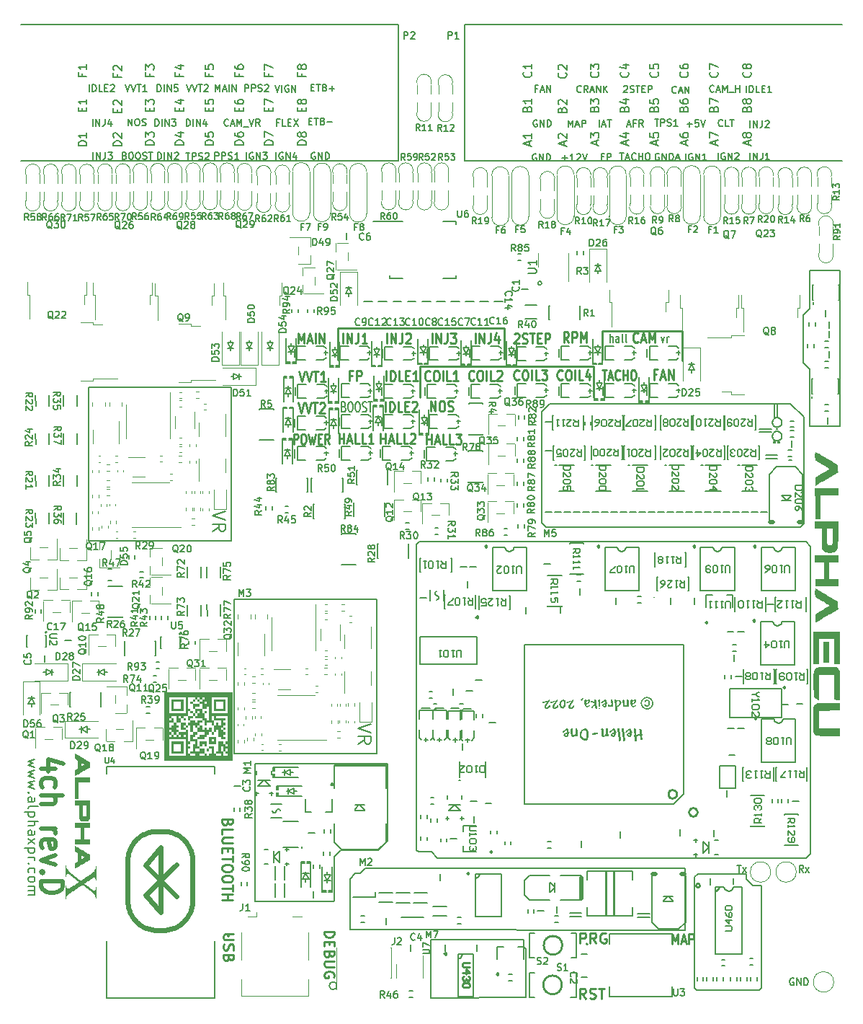
<source format=gto>
G75*
G70*
%OFA0B0*%
%FSLAX25Y25*%
%IPPOS*%
%LPD*%
%AMOC8*
5,1,8,0,0,1.08239X$1,22.5*
%
%ADD107C,0.01968*%
%ADD182C,0.00689*%
%ADD238C,0.00650*%
%ADD57C,0.00787*%
%ADD58C,0.01575*%
%ADD59C,0.01969*%
%ADD61C,0.00800*%
%ADD67C,0.00472*%
%ADD74C,0.00984*%
%ADD75C,0.00669*%
%ADD76C,0.00886*%
%ADD77C,0.00591*%
%ADD78C,0.00500*%
%ADD79C,0.00390*%
%ADD80C,0.01000*%
%ADD81C,0.02484*%
X0000000Y0000000D02*
%LPD*%
G01*
D74*
X0146457Y0296260D02*
X0146457Y0311024D01*
X0268898Y0309646D02*
X0305906Y0309646D01*
X0305906Y0309646D02*
X0305906Y0295866D01*
X0184449Y0278740D02*
X0184449Y0293110D01*
X0264764Y0293110D02*
X0264764Y0278937D01*
X0146457Y0311024D02*
X0223425Y0311024D01*
X0184449Y0293110D02*
X0264764Y0293110D01*
X0268898Y0296260D02*
X0268898Y0309646D01*
X0223425Y0311024D02*
X0223425Y0296457D01*
D75*
X0119282Y0405934D02*
X0118232Y0405934D01*
X0118232Y0404284D02*
X0118232Y0407433D01*
X0119732Y0407433D01*
X0122432Y0404284D02*
X0120932Y0404284D01*
X0120932Y0407433D01*
X0123481Y0405934D02*
X0124531Y0405934D01*
X0124981Y0404284D02*
X0123481Y0404284D01*
X0123481Y0407433D01*
X0124981Y0407433D01*
X0126031Y0407433D02*
X0128131Y0404284D01*
X0128131Y0407433D02*
X0126031Y0404284D01*
X0337265Y0403697D02*
X0337265Y0406846D01*
X0338765Y0403697D02*
X0338765Y0406846D01*
X0340565Y0403697D01*
X0340565Y0406846D01*
X0342964Y0406846D02*
X0342964Y0404597D01*
X0342814Y0404147D01*
X0342514Y0403847D01*
X0342064Y0403697D01*
X0341764Y0403697D01*
X0344314Y0406546D02*
X0344464Y0406696D01*
X0344764Y0406846D01*
X0345514Y0406846D01*
X0345814Y0406696D01*
X0345964Y0406546D01*
X0346114Y0406246D01*
X0346114Y0405946D01*
X0345964Y0405497D01*
X0344164Y0403697D01*
X0346114Y0403697D01*
X0303126Y0419780D02*
X0302976Y0419630D01*
X0302526Y0419480D01*
X0302226Y0419480D01*
X0301776Y0419630D01*
X0301476Y0419930D01*
X0301326Y0420230D01*
X0301176Y0420830D01*
X0301176Y0421280D01*
X0301326Y0421880D01*
X0301476Y0422180D01*
X0301776Y0422480D01*
X0302226Y0422630D01*
X0302526Y0422630D01*
X0302976Y0422480D01*
X0303126Y0422330D01*
X0304326Y0420380D02*
X0305826Y0420380D01*
X0304026Y0419480D02*
X0305076Y0422630D01*
X0306125Y0419480D01*
X0307175Y0419480D02*
X0307175Y0422630D01*
X0308975Y0419480D01*
X0308975Y0422630D01*
X0238294Y0391322D02*
X0237994Y0391472D01*
X0237544Y0391472D01*
X0237094Y0391322D01*
X0236794Y0391022D01*
X0236644Y0390722D01*
X0236494Y0390123D01*
X0236494Y0389673D01*
X0236644Y0389073D01*
X0236794Y0388773D01*
X0237094Y0388473D01*
X0237544Y0388323D01*
X0237844Y0388323D01*
X0238294Y0388473D01*
X0238444Y0388623D01*
X0238444Y0389673D01*
X0237844Y0389673D01*
X0239794Y0388323D02*
X0239794Y0391472D01*
X0241594Y0388323D01*
X0241594Y0391472D01*
X0243094Y0388323D02*
X0243094Y0391472D01*
X0243844Y0391472D01*
X0244293Y0391322D01*
X0244593Y0391022D01*
X0244743Y0390722D01*
X0244893Y0390123D01*
X0244893Y0389673D01*
X0244743Y0389073D01*
X0244593Y0388773D01*
X0244293Y0388473D01*
X0243844Y0388323D01*
X0243094Y0388323D01*
D57*
X0296110Y0306946D02*
X0296860Y0304321D01*
X0297610Y0306946D01*
X0298810Y0304321D02*
X0298810Y0306946D01*
X0298810Y0306196D02*
X0298960Y0306571D01*
X0299109Y0306759D01*
X0299409Y0306946D01*
X0299709Y0306946D01*
D75*
X0076378Y0404284D02*
X0076378Y0407433D01*
X0077128Y0407433D01*
X0077578Y0407283D01*
X0077878Y0406984D01*
X0078028Y0406684D01*
X0078178Y0406084D01*
X0078178Y0405634D01*
X0078028Y0405034D01*
X0077878Y0404734D01*
X0077578Y0404434D01*
X0077128Y0404284D01*
X0076378Y0404284D01*
X0079528Y0404284D02*
X0079528Y0407433D01*
X0081027Y0404284D02*
X0081027Y0407433D01*
X0082827Y0404284D01*
X0082827Y0407433D01*
X0085677Y0406384D02*
X0085677Y0404284D01*
X0084927Y0407583D02*
X0084177Y0405334D01*
X0086127Y0405334D01*
X0103459Y0420229D02*
X0103459Y0423378D01*
X0104659Y0423378D01*
X0104959Y0423228D01*
X0105109Y0423078D01*
X0105259Y0422778D01*
X0105259Y0422328D01*
X0105109Y0422028D01*
X0104959Y0421879D01*
X0104659Y0421729D01*
X0103459Y0421729D01*
X0106609Y0420229D02*
X0106609Y0423378D01*
X0107808Y0423378D01*
X0108108Y0423228D01*
X0108258Y0423078D01*
X0108408Y0422778D01*
X0108408Y0422328D01*
X0108258Y0422028D01*
X0108108Y0421879D01*
X0107808Y0421729D01*
X0106609Y0421729D01*
X0109608Y0420379D02*
X0110058Y0420229D01*
X0110808Y0420229D01*
X0111108Y0420379D01*
X0111258Y0420529D01*
X0111408Y0420829D01*
X0111408Y0421129D01*
X0111258Y0421429D01*
X0111108Y0421579D01*
X0110808Y0421729D01*
X0110208Y0421879D01*
X0109908Y0422028D01*
X0109758Y0422178D01*
X0109608Y0422478D01*
X0109608Y0422778D01*
X0109758Y0423078D01*
X0109908Y0423228D01*
X0110208Y0423378D01*
X0110958Y0423378D01*
X0111408Y0423228D01*
X0112608Y0423078D02*
X0112758Y0423228D01*
X0113058Y0423378D01*
X0113808Y0423378D01*
X0114108Y0423228D01*
X0114258Y0423078D01*
X0114408Y0422778D01*
X0114408Y0422478D01*
X0114258Y0422028D01*
X0112458Y0420229D01*
X0114408Y0420229D01*
D74*
X0128468Y0290973D02*
X0129781Y0286249D01*
X0131093Y0290973D01*
X0131843Y0290973D02*
X0133155Y0286249D01*
X0134468Y0290973D01*
X0135217Y0290973D02*
X0137467Y0290973D01*
X0136342Y0286249D02*
X0136342Y0290973D01*
X0140842Y0286249D02*
X0138592Y0286249D01*
X0139717Y0286249D02*
X0139717Y0290973D01*
X0139342Y0290298D01*
X0138967Y0289848D01*
X0138592Y0289623D01*
X0228168Y0308043D02*
X0228356Y0308268D01*
X0228731Y0308493D01*
X0229668Y0308493D01*
X0230043Y0308268D01*
X0230231Y0308043D01*
X0230418Y0307593D01*
X0230418Y0307143D01*
X0230231Y0306468D01*
X0227981Y0303768D01*
X0230418Y0303768D01*
X0231918Y0303993D02*
X0232480Y0303768D01*
X0233418Y0303768D01*
X0233793Y0303993D01*
X0233980Y0304218D01*
X0234168Y0304668D01*
X0234168Y0305118D01*
X0233980Y0305568D01*
X0233793Y0305793D01*
X0233418Y0306018D01*
X0232668Y0306243D01*
X0232293Y0306468D01*
X0232105Y0306693D01*
X0231918Y0307143D01*
X0231918Y0307593D01*
X0232105Y0308043D01*
X0232293Y0308268D01*
X0232668Y0308493D01*
X0233605Y0308493D01*
X0234168Y0308268D01*
X0235292Y0308493D02*
X0237542Y0308493D01*
X0236417Y0303768D02*
X0236417Y0308493D01*
X0238855Y0306243D02*
X0240167Y0306243D01*
X0240729Y0303768D02*
X0238855Y0303768D01*
X0238855Y0308493D01*
X0240729Y0308493D01*
X0242417Y0303768D02*
X0242417Y0308493D01*
X0243916Y0308493D01*
X0244291Y0308268D01*
X0244479Y0308043D01*
X0244666Y0307593D01*
X0244666Y0306918D01*
X0244479Y0306468D01*
X0244291Y0306243D01*
X0243916Y0306018D01*
X0242417Y0306018D01*
D75*
X0047769Y0390579D02*
X0048219Y0390429D01*
X0048369Y0390279D01*
X0048519Y0389979D01*
X0048519Y0389529D01*
X0048369Y0389229D01*
X0048219Y0389079D01*
X0047919Y0388930D01*
X0046719Y0388930D01*
X0046719Y0392079D01*
X0047769Y0392079D01*
X0048069Y0391929D01*
X0048219Y0391779D01*
X0048369Y0391479D01*
X0048369Y0391179D01*
X0048219Y0390879D01*
X0048069Y0390729D01*
X0047769Y0390579D01*
X0046719Y0390579D01*
X0050469Y0392079D02*
X0051069Y0392079D01*
X0051369Y0391929D01*
X0051669Y0391629D01*
X0051819Y0391029D01*
X0051819Y0389979D01*
X0051669Y0389379D01*
X0051369Y0389079D01*
X0051069Y0388930D01*
X0050469Y0388930D01*
X0050169Y0389079D01*
X0049869Y0389379D01*
X0049719Y0389979D01*
X0049719Y0391029D01*
X0049869Y0391629D01*
X0050169Y0391929D01*
X0050469Y0392079D01*
X0053768Y0392079D02*
X0054368Y0392079D01*
X0054668Y0391929D01*
X0054968Y0391629D01*
X0055118Y0391029D01*
X0055118Y0389979D01*
X0054968Y0389379D01*
X0054668Y0389079D01*
X0054368Y0388930D01*
X0053768Y0388930D01*
X0053468Y0389079D01*
X0053168Y0389379D01*
X0053018Y0389979D01*
X0053018Y0391029D01*
X0053168Y0391629D01*
X0053468Y0391929D01*
X0053768Y0392079D01*
X0056318Y0389079D02*
X0056768Y0388930D01*
X0057518Y0388930D01*
X0057818Y0389079D01*
X0057968Y0389229D01*
X0058118Y0389529D01*
X0058118Y0389829D01*
X0057968Y0390129D01*
X0057818Y0390279D01*
X0057518Y0390429D01*
X0056918Y0390579D01*
X0056618Y0390729D01*
X0056468Y0390879D01*
X0056318Y0391179D01*
X0056318Y0391479D01*
X0056468Y0391779D01*
X0056618Y0391929D01*
X0056918Y0392079D01*
X0057668Y0392079D01*
X0058118Y0391929D01*
X0059018Y0392079D02*
X0060817Y0392079D01*
X0059918Y0388930D02*
X0059918Y0392079D01*
D74*
X0168570Y0272272D02*
X0168570Y0276997D01*
X0170444Y0272272D02*
X0170444Y0276997D01*
X0171382Y0276997D01*
X0171944Y0276772D01*
X0172319Y0276322D01*
X0172507Y0275872D01*
X0172694Y0274972D01*
X0172694Y0274297D01*
X0172507Y0273397D01*
X0172319Y0272947D01*
X0171944Y0272497D01*
X0171382Y0272272D01*
X0170444Y0272272D01*
X0176256Y0272272D02*
X0174381Y0272272D01*
X0174381Y0276997D01*
X0177568Y0274747D02*
X0178881Y0274747D01*
X0179443Y0272272D02*
X0177568Y0272272D01*
X0177568Y0276997D01*
X0179443Y0276997D01*
X0180943Y0276547D02*
X0181130Y0276772D01*
X0181505Y0276997D01*
X0182443Y0276997D01*
X0182818Y0276772D01*
X0183005Y0276547D01*
X0183193Y0276097D01*
X0183193Y0275647D01*
X0183005Y0274972D01*
X0180756Y0272272D01*
X0183193Y0272272D01*
D57*
X0272432Y0304321D02*
X0272432Y0308258D01*
X0273781Y0304321D02*
X0273781Y0306384D01*
X0273631Y0306759D01*
X0273331Y0306946D01*
X0272882Y0306946D01*
X0272582Y0306759D01*
X0272432Y0306571D01*
X0276631Y0304321D02*
X0276631Y0306384D01*
X0276481Y0306759D01*
X0276181Y0306946D01*
X0275581Y0306946D01*
X0275281Y0306759D01*
X0276631Y0304509D02*
X0276331Y0304321D01*
X0275581Y0304321D01*
X0275281Y0304509D01*
X0275131Y0304884D01*
X0275131Y0305259D01*
X0275281Y0305634D01*
X0275581Y0305821D01*
X0276331Y0305821D01*
X0276631Y0306009D01*
X0278581Y0304321D02*
X0278281Y0304509D01*
X0278131Y0304884D01*
X0278131Y0308258D01*
X0280231Y0304321D02*
X0279931Y0304509D01*
X0279781Y0304884D01*
X0279781Y0308258D01*
D74*
X0147047Y0257508D02*
X0147047Y0262233D01*
X0147047Y0259983D02*
X0149297Y0259983D01*
X0149297Y0257508D02*
X0149297Y0262233D01*
X0150984Y0258858D02*
X0152859Y0258858D01*
X0150609Y0257508D02*
X0151922Y0262233D01*
X0153234Y0257508D01*
X0156421Y0257508D02*
X0154546Y0257508D01*
X0154546Y0262233D01*
X0159608Y0257508D02*
X0157733Y0257508D01*
X0157733Y0262233D01*
X0162983Y0257508D02*
X0160733Y0257508D01*
X0161858Y0257508D02*
X0161858Y0262233D01*
X0161483Y0261558D01*
X0161108Y0261108D01*
X0160733Y0260883D01*
X0190036Y0303768D02*
X0190036Y0308493D01*
X0191910Y0303768D02*
X0191910Y0308493D01*
X0194160Y0303768D01*
X0194160Y0308493D01*
X0197160Y0308493D02*
X0197160Y0305118D01*
X0196972Y0304443D01*
X0196597Y0303993D01*
X0196035Y0303768D01*
X0195660Y0303768D01*
X0198660Y0308493D02*
X0201097Y0308493D01*
X0199784Y0306693D01*
X0200347Y0306693D01*
X0200722Y0306468D01*
X0200909Y0306243D01*
X0201097Y0305793D01*
X0201097Y0304668D01*
X0200909Y0304218D01*
X0200722Y0303993D01*
X0200347Y0303768D01*
X0199222Y0303768D01*
X0198847Y0303993D01*
X0198660Y0304218D01*
X0253300Y0304359D02*
X0251987Y0306609D01*
X0251050Y0304359D02*
X0251050Y0309083D01*
X0252550Y0309083D01*
X0252925Y0308858D01*
X0253112Y0308633D01*
X0253300Y0308183D01*
X0253300Y0307508D01*
X0253112Y0307058D01*
X0252925Y0306834D01*
X0252550Y0306609D01*
X0251050Y0306609D01*
X0254987Y0304359D02*
X0254987Y0309083D01*
X0256487Y0309083D01*
X0256862Y0308858D01*
X0257049Y0308633D01*
X0257237Y0308183D01*
X0257237Y0307508D01*
X0257049Y0307058D01*
X0256862Y0306834D01*
X0256487Y0306609D01*
X0254987Y0306609D01*
X0258924Y0304359D02*
X0258924Y0309083D01*
X0260236Y0305709D01*
X0261549Y0309083D01*
X0261549Y0304359D01*
D75*
X0278748Y0422655D02*
X0278898Y0422805D01*
X0279198Y0422955D01*
X0279948Y0422955D01*
X0280248Y0422805D01*
X0280398Y0422655D01*
X0280548Y0422355D01*
X0280548Y0422055D01*
X0280398Y0421605D01*
X0278598Y0419805D01*
X0280548Y0419805D01*
X0281748Y0419955D02*
X0282198Y0419805D01*
X0282948Y0419805D01*
X0283248Y0419955D01*
X0283398Y0420105D01*
X0283548Y0420405D01*
X0283548Y0420705D01*
X0283398Y0421005D01*
X0283248Y0421155D01*
X0282948Y0421305D01*
X0282348Y0421455D01*
X0282048Y0421605D01*
X0281898Y0421755D01*
X0281748Y0422055D01*
X0281748Y0422355D01*
X0281898Y0422655D01*
X0282048Y0422805D01*
X0282348Y0422955D01*
X0283098Y0422955D01*
X0283548Y0422805D01*
X0284447Y0422955D02*
X0286247Y0422955D01*
X0285347Y0419805D02*
X0285347Y0422955D01*
X0287297Y0421455D02*
X0288347Y0421455D01*
X0288797Y0419805D02*
X0287297Y0419805D01*
X0287297Y0422955D01*
X0288797Y0422955D01*
X0290147Y0419805D02*
X0290147Y0422955D01*
X0291347Y0422955D01*
X0291647Y0422805D01*
X0291797Y0422655D01*
X0291947Y0422355D01*
X0291947Y0421905D01*
X0291797Y0421605D01*
X0291647Y0421455D01*
X0291347Y0421305D01*
X0290147Y0421305D01*
D74*
X0148894Y0303965D02*
X0148894Y0308690D01*
X0150769Y0303965D02*
X0150769Y0308690D01*
X0153018Y0303965D01*
X0153018Y0308690D01*
X0156018Y0308690D02*
X0156018Y0305315D01*
X0155831Y0304640D01*
X0155456Y0304190D01*
X0154893Y0303965D01*
X0154518Y0303965D01*
X0159955Y0303965D02*
X0157705Y0303965D01*
X0158830Y0303965D02*
X0158830Y0308690D01*
X0158455Y0308015D01*
X0158080Y0307565D01*
X0157705Y0307340D01*
D75*
X0259040Y0420105D02*
X0258890Y0419955D01*
X0258440Y0419805D01*
X0258140Y0419805D01*
X0257690Y0419955D01*
X0257390Y0420255D01*
X0257240Y0420555D01*
X0257091Y0421155D01*
X0257091Y0421605D01*
X0257240Y0422205D01*
X0257390Y0422505D01*
X0257690Y0422805D01*
X0258140Y0422955D01*
X0258440Y0422955D01*
X0258890Y0422805D01*
X0259040Y0422655D01*
X0262190Y0419805D02*
X0261140Y0421305D01*
X0260390Y0419805D02*
X0260390Y0422955D01*
X0261590Y0422955D01*
X0261890Y0422805D01*
X0262040Y0422655D01*
X0262190Y0422355D01*
X0262190Y0421905D01*
X0262040Y0421605D01*
X0261890Y0421455D01*
X0261590Y0421305D01*
X0260390Y0421305D01*
X0263390Y0420705D02*
X0264890Y0420705D01*
X0263090Y0419805D02*
X0264140Y0422955D01*
X0265189Y0419805D01*
X0266239Y0419805D02*
X0266239Y0422955D01*
X0268039Y0419805D01*
X0268039Y0422955D01*
X0269539Y0419805D02*
X0269539Y0422955D01*
X0271339Y0419805D02*
X0269989Y0421605D01*
X0271339Y0422955D02*
X0269539Y0421155D01*
D74*
X0128075Y0276406D02*
X0129387Y0271682D01*
X0130699Y0276406D01*
X0131449Y0276406D02*
X0132762Y0271682D01*
X0134074Y0276406D01*
X0134824Y0276406D02*
X0137073Y0276406D01*
X0135949Y0271682D02*
X0135949Y0276406D01*
X0138198Y0275956D02*
X0138386Y0276181D01*
X0138761Y0276406D01*
X0139698Y0276406D01*
X0140073Y0276181D01*
X0140261Y0275956D01*
X0140448Y0275506D01*
X0140448Y0275056D01*
X0140261Y0274381D01*
X0138011Y0271682D01*
X0140448Y0271682D01*
D75*
X0253145Y0403878D02*
X0253145Y0407027D01*
X0254194Y0404777D01*
X0255244Y0407027D01*
X0255244Y0403878D01*
X0256594Y0404777D02*
X0258094Y0404777D01*
X0256294Y0403878D02*
X0257344Y0407027D01*
X0258394Y0403878D01*
X0259444Y0403878D02*
X0259444Y0407027D01*
X0260644Y0407027D01*
X0260944Y0406877D01*
X0261094Y0406727D01*
X0261244Y0406427D01*
X0261244Y0405977D01*
X0261094Y0405677D01*
X0260944Y0405527D01*
X0260644Y0405377D01*
X0259444Y0405377D01*
D74*
X0209467Y0287092D02*
X0209280Y0286867D01*
X0208717Y0286642D01*
X0208342Y0286642D01*
X0207780Y0286867D01*
X0207405Y0287317D01*
X0207217Y0287767D01*
X0207030Y0288667D01*
X0207030Y0289342D01*
X0207217Y0290242D01*
X0207405Y0290692D01*
X0207780Y0291142D01*
X0208342Y0291367D01*
X0208717Y0291367D01*
X0209280Y0291142D01*
X0209467Y0290917D01*
X0211904Y0291367D02*
X0212654Y0291367D01*
X0213029Y0291142D01*
X0213404Y0290692D01*
X0213592Y0289792D01*
X0213592Y0288217D01*
X0213404Y0287317D01*
X0213029Y0286867D01*
X0212654Y0286642D01*
X0211904Y0286642D01*
X0211529Y0286867D01*
X0211154Y0287317D01*
X0210967Y0288217D01*
X0210967Y0289792D01*
X0211154Y0290692D01*
X0211529Y0291142D01*
X0211904Y0291367D01*
X0215279Y0286642D02*
X0215279Y0291367D01*
X0219028Y0286642D02*
X0217154Y0286642D01*
X0217154Y0291367D01*
X0220153Y0290917D02*
X0220341Y0291142D01*
X0220716Y0291367D01*
X0221653Y0291367D01*
X0222028Y0291142D01*
X0222216Y0290917D01*
X0222403Y0290467D01*
X0222403Y0290017D01*
X0222216Y0289342D01*
X0219966Y0286642D01*
X0222403Y0286642D01*
D75*
X0331235Y0062595D02*
X0333080Y0062595D01*
X0332158Y0059366D02*
X0332158Y0062595D01*
X0333849Y0059366D02*
X0335540Y0061519D01*
X0333849Y0061519D02*
X0335540Y0059366D01*
X0250302Y0389523D02*
X0252702Y0389523D01*
X0251502Y0388323D02*
X0251502Y0390722D01*
X0255851Y0388323D02*
X0254052Y0388323D01*
X0254951Y0388323D02*
X0254951Y0391472D01*
X0254652Y0391022D01*
X0254352Y0390722D01*
X0254052Y0390572D01*
X0257051Y0391172D02*
X0257201Y0391322D01*
X0257501Y0391472D01*
X0258251Y0391472D01*
X0258551Y0391322D01*
X0258701Y0391172D01*
X0258851Y0390872D01*
X0258851Y0390572D01*
X0258701Y0390123D01*
X0256901Y0388323D01*
X0258851Y0388323D01*
X0259751Y0391472D02*
X0260801Y0388323D01*
X0261851Y0391472D01*
X0307426Y0388480D02*
X0307426Y0391630D01*
X0310576Y0391480D02*
X0310276Y0391630D01*
X0309826Y0391630D01*
X0309376Y0391480D01*
X0309076Y0391180D01*
X0308926Y0390880D01*
X0308776Y0390280D01*
X0308776Y0389830D01*
X0308926Y0389230D01*
X0309076Y0388930D01*
X0309376Y0388630D01*
X0309826Y0388480D01*
X0310126Y0388480D01*
X0310576Y0388630D01*
X0310726Y0388780D01*
X0310726Y0389830D01*
X0310126Y0389830D01*
X0312076Y0388480D02*
X0312076Y0391630D01*
X0313875Y0388480D01*
X0313875Y0391630D01*
X0317025Y0388480D02*
X0315225Y0388480D01*
X0316125Y0388480D02*
X0316125Y0391630D01*
X0315825Y0391180D01*
X0315525Y0390880D01*
X0315225Y0390730D01*
X0280459Y0404850D02*
X0281959Y0404850D01*
X0280159Y0403950D02*
X0281209Y0407100D01*
X0282259Y0403950D01*
X0284358Y0405600D02*
X0283309Y0405600D01*
X0283309Y0403950D02*
X0283309Y0407100D01*
X0284808Y0407100D01*
X0287808Y0403950D02*
X0286758Y0405450D01*
X0286008Y0403950D02*
X0286008Y0407100D01*
X0287208Y0407100D01*
X0287508Y0406950D01*
X0287658Y0406800D01*
X0287808Y0406500D01*
X0287808Y0406050D01*
X0287658Y0405750D01*
X0287508Y0405600D01*
X0287208Y0405450D01*
X0286008Y0405450D01*
X0031430Y0420229D02*
X0031430Y0423378D01*
X0032930Y0420229D02*
X0032930Y0423378D01*
X0033680Y0423378D01*
X0034130Y0423228D01*
X0034430Y0422928D01*
X0034580Y0422628D01*
X0034730Y0422028D01*
X0034730Y0421579D01*
X0034580Y0420979D01*
X0034430Y0420679D01*
X0034130Y0420379D01*
X0033680Y0420229D01*
X0032930Y0420229D01*
X0037580Y0420229D02*
X0036080Y0420229D01*
X0036080Y0423378D01*
X0038630Y0421879D02*
X0039679Y0421879D01*
X0040129Y0420229D02*
X0038630Y0420229D01*
X0038630Y0423378D01*
X0040129Y0423378D01*
X0041329Y0423078D02*
X0041479Y0423228D01*
X0041779Y0423378D01*
X0042529Y0423378D01*
X0042829Y0423228D01*
X0042979Y0423078D01*
X0043129Y0422778D01*
X0043129Y0422478D01*
X0042979Y0422028D01*
X0041179Y0420229D01*
X0043129Y0420229D01*
D59*
X0015889Y0107251D02*
X0009327Y0107251D01*
X0019638Y0109407D02*
X0012608Y0111563D01*
X0012608Y0105957D01*
X0009796Y0098627D02*
X0009327Y0099489D01*
X0009327Y0101214D01*
X0009796Y0102076D01*
X0010264Y0102508D01*
X0011202Y0102939D01*
X0014014Y0102939D01*
X0014951Y0102508D01*
X0015420Y0102076D01*
X0015889Y0101214D01*
X0015889Y0099489D01*
X0015420Y0098627D01*
X0009327Y0094746D02*
X0019169Y0094746D01*
X0009327Y0090865D02*
X0014483Y0090865D01*
X0015420Y0091296D01*
X0015889Y0092159D01*
X0015889Y0093452D01*
X0015420Y0094315D01*
X0014951Y0094746D01*
X0009327Y0079654D02*
X0015889Y0079654D01*
X0014014Y0079654D02*
X0014951Y0079223D01*
X0015420Y0078792D01*
X0015889Y0077929D01*
X0015889Y0077067D01*
X0009796Y0070599D02*
X0009327Y0071461D01*
X0009327Y0073186D01*
X0009796Y0074049D01*
X0010733Y0074480D01*
X0014483Y0074480D01*
X0015420Y0074049D01*
X0015889Y0073186D01*
X0015889Y0071461D01*
X0015420Y0070599D01*
X0014483Y0070168D01*
X0013545Y0070168D01*
X0012608Y0074480D01*
X0015889Y0067149D02*
X0009327Y0064993D01*
X0015889Y0062837D01*
X0010264Y0059388D02*
X0009796Y0058957D01*
X0009327Y0059388D01*
X0009796Y0059819D01*
X0010264Y0059388D01*
X0009327Y0059388D01*
X0009327Y0055076D02*
X0019169Y0055076D01*
X0019169Y0052920D01*
X0018701Y0051626D01*
X0017763Y0050764D01*
X0016826Y0050333D01*
X0014951Y0049902D01*
X0013545Y0049902D01*
X0011670Y0050333D01*
X0010733Y0050764D01*
X0009796Y0051626D01*
X0009327Y0052920D01*
X0009327Y0055076D01*
D74*
X0153121Y0289013D02*
X0151809Y0289013D01*
X0151809Y0286538D02*
X0151809Y0291262D01*
X0153684Y0291262D01*
X0155184Y0286538D02*
X0155184Y0291262D01*
X0156684Y0291262D01*
X0157058Y0291038D01*
X0157246Y0290813D01*
X0157433Y0290363D01*
X0157433Y0289688D01*
X0157246Y0289238D01*
X0157058Y0289013D01*
X0156684Y0288788D01*
X0155184Y0288788D01*
D75*
X0238842Y0421539D02*
X0237792Y0421539D01*
X0237792Y0419890D02*
X0237792Y0423039D01*
X0239292Y0423039D01*
X0240341Y0420789D02*
X0241841Y0420789D01*
X0240041Y0419890D02*
X0241091Y0423039D01*
X0242141Y0419890D01*
X0243191Y0419890D02*
X0243191Y0423039D01*
X0244991Y0419890D01*
X0244991Y0423039D01*
X0033249Y0388930D02*
X0033249Y0392079D01*
X0034749Y0388930D02*
X0034749Y0392079D01*
X0036549Y0388930D01*
X0036549Y0392079D01*
X0038948Y0392079D02*
X0038948Y0389829D01*
X0038798Y0389379D01*
X0038498Y0389079D01*
X0038048Y0388930D01*
X0037748Y0388930D01*
X0040148Y0392079D02*
X0042098Y0392079D01*
X0041048Y0390879D01*
X0041498Y0390879D01*
X0041798Y0390729D01*
X0041948Y0390579D01*
X0042098Y0390279D01*
X0042098Y0389529D01*
X0041948Y0389229D01*
X0041798Y0389079D01*
X0041498Y0388930D01*
X0040598Y0388930D01*
X0040298Y0389079D01*
X0040148Y0389229D01*
X0238683Y0406998D02*
X0238383Y0407148D01*
X0237933Y0407148D01*
X0237483Y0406998D01*
X0237183Y0406698D01*
X0237033Y0406398D01*
X0236883Y0405798D01*
X0236883Y0405348D01*
X0237033Y0404748D01*
X0237183Y0404448D01*
X0237483Y0404148D01*
X0237933Y0403998D01*
X0238233Y0403998D01*
X0238683Y0404148D01*
X0238833Y0404298D01*
X0238833Y0405348D01*
X0238233Y0405348D01*
X0240182Y0403998D02*
X0240182Y0407148D01*
X0241982Y0403998D01*
X0241982Y0407148D01*
X0243482Y0403998D02*
X0243482Y0407148D01*
X0244232Y0407148D01*
X0244682Y0406998D01*
X0244982Y0406698D01*
X0245132Y0406398D01*
X0245282Y0405798D01*
X0245282Y0405348D01*
X0245132Y0404748D01*
X0244982Y0404448D01*
X0244682Y0404148D01*
X0244232Y0403998D01*
X0243482Y0403998D01*
D74*
X0285471Y0304612D02*
X0285283Y0304387D01*
X0284721Y0304162D01*
X0284346Y0304162D01*
X0283783Y0304387D01*
X0283408Y0304837D01*
X0283221Y0305287D01*
X0283033Y0306187D01*
X0283033Y0306862D01*
X0283221Y0307762D01*
X0283408Y0308211D01*
X0283783Y0308661D01*
X0284346Y0308886D01*
X0284721Y0308886D01*
X0285283Y0308661D01*
X0285471Y0308436D01*
X0286970Y0305512D02*
X0288845Y0305512D01*
X0286595Y0304162D02*
X0287908Y0308886D01*
X0289220Y0304162D01*
X0290532Y0304162D02*
X0290532Y0308886D01*
X0291845Y0305512D01*
X0293157Y0308886D01*
X0293157Y0304162D01*
D75*
X0320566Y0420332D02*
X0320416Y0420182D01*
X0319966Y0420032D01*
X0319666Y0420032D01*
X0319216Y0420182D01*
X0318916Y0420482D01*
X0318766Y0420782D01*
X0318616Y0421382D01*
X0318616Y0421832D01*
X0318766Y0422432D01*
X0318916Y0422732D01*
X0319216Y0423031D01*
X0319666Y0423181D01*
X0319966Y0423181D01*
X0320416Y0423031D01*
X0320566Y0422882D01*
X0321766Y0420932D02*
X0323266Y0420932D01*
X0321466Y0420032D02*
X0322516Y0423181D01*
X0323566Y0420032D01*
X0324616Y0420032D02*
X0324616Y0423181D01*
X0325666Y0420932D01*
X0326715Y0423181D01*
X0326715Y0420032D01*
X0327465Y0419732D02*
X0329865Y0419732D01*
X0330615Y0420032D02*
X0330615Y0423181D01*
X0330615Y0421682D02*
X0332415Y0421682D01*
X0332415Y0420032D02*
X0332415Y0423181D01*
X0063189Y0388930D02*
X0063189Y0392079D01*
X0063939Y0392079D01*
X0064389Y0391929D01*
X0064689Y0391629D01*
X0064839Y0391329D01*
X0064989Y0390729D01*
X0064989Y0390279D01*
X0064839Y0389679D01*
X0064689Y0389379D01*
X0064389Y0389079D01*
X0063939Y0388930D01*
X0063189Y0388930D01*
X0066339Y0388930D02*
X0066339Y0392079D01*
X0067838Y0388930D02*
X0067838Y0392079D01*
X0069638Y0388930D01*
X0069638Y0392079D01*
X0070988Y0391779D02*
X0071138Y0391929D01*
X0071438Y0392079D01*
X0072188Y0392079D01*
X0072488Y0391929D01*
X0072638Y0391779D01*
X0072788Y0391479D01*
X0072788Y0391179D01*
X0072638Y0390729D01*
X0070838Y0388930D01*
X0072788Y0388930D01*
D74*
X0166339Y0257508D02*
X0166339Y0262233D01*
X0166339Y0259983D02*
X0168588Y0259983D01*
X0168588Y0257508D02*
X0168588Y0262233D01*
X0170276Y0258858D02*
X0172150Y0258858D01*
X0169901Y0257508D02*
X0171213Y0262233D01*
X0172525Y0257508D01*
X0175712Y0257508D02*
X0173838Y0257508D01*
X0173838Y0262233D01*
X0178900Y0257508D02*
X0177025Y0257508D01*
X0177025Y0262233D01*
X0180024Y0261783D02*
X0180212Y0262008D01*
X0180587Y0262233D01*
X0181524Y0262233D01*
X0181899Y0262008D01*
X0182087Y0261783D01*
X0182274Y0261333D01*
X0182274Y0260883D01*
X0182087Y0260208D01*
X0179837Y0257508D01*
X0182274Y0257508D01*
D75*
X0048247Y0423378D02*
X0049297Y0420229D01*
X0050347Y0423378D01*
X0050947Y0423378D02*
X0051997Y0420229D01*
X0053046Y0423378D01*
X0053646Y0423378D02*
X0055446Y0423378D01*
X0054546Y0420229D02*
X0054546Y0423378D01*
X0058146Y0420229D02*
X0056346Y0420229D01*
X0057246Y0420229D02*
X0057246Y0423378D01*
X0056946Y0422928D01*
X0056646Y0422628D01*
X0056346Y0422478D01*
X0135986Y0391929D02*
X0135686Y0392079D01*
X0135236Y0392079D01*
X0134786Y0391929D01*
X0134486Y0391629D01*
X0134336Y0391329D01*
X0134186Y0390729D01*
X0134186Y0390279D01*
X0134336Y0389679D01*
X0134486Y0389379D01*
X0134786Y0389079D01*
X0135236Y0388930D01*
X0135536Y0388930D01*
X0135986Y0389079D01*
X0136136Y0389229D01*
X0136136Y0390279D01*
X0135536Y0390279D01*
X0137486Y0388930D02*
X0137486Y0392079D01*
X0139286Y0388930D01*
X0139286Y0392079D01*
X0140786Y0388930D02*
X0140786Y0392079D01*
X0141535Y0392079D01*
X0141985Y0391929D01*
X0142285Y0391629D01*
X0142435Y0391329D01*
X0142585Y0390729D01*
X0142585Y0390279D01*
X0142435Y0389679D01*
X0142285Y0389379D01*
X0141985Y0389079D01*
X0141535Y0388930D01*
X0140786Y0388930D01*
X0076594Y0423378D02*
X0077643Y0420229D01*
X0078693Y0423378D01*
X0079293Y0423378D02*
X0080343Y0420229D01*
X0081393Y0423378D01*
X0081993Y0423378D02*
X0083793Y0423378D01*
X0082893Y0420229D02*
X0082893Y0423378D01*
X0084693Y0423078D02*
X0084843Y0423228D01*
X0085142Y0423378D01*
X0085892Y0423378D01*
X0086192Y0423228D01*
X0086342Y0423078D01*
X0086492Y0422778D01*
X0086492Y0422478D01*
X0086342Y0422028D01*
X0084543Y0420229D01*
X0086492Y0420229D01*
D74*
X0187598Y0257115D02*
X0187598Y0261839D01*
X0187598Y0259589D02*
X0189848Y0259589D01*
X0189848Y0257115D02*
X0189848Y0261839D01*
X0191535Y0258465D02*
X0193410Y0258465D01*
X0191160Y0257115D02*
X0192473Y0261839D01*
X0193785Y0257115D01*
X0196972Y0257115D02*
X0195097Y0257115D01*
X0195097Y0261839D01*
X0200159Y0257115D02*
X0198285Y0257115D01*
X0198285Y0261839D01*
X0201097Y0261839D02*
X0203534Y0261839D01*
X0202222Y0260039D01*
X0202784Y0260039D01*
X0203159Y0259814D01*
X0203346Y0259589D01*
X0203534Y0259139D01*
X0203534Y0258015D01*
X0203346Y0257565D01*
X0203159Y0257340D01*
X0202784Y0257115D01*
X0201659Y0257115D01*
X0201284Y0257340D01*
X0201097Y0257565D01*
D75*
X0357383Y0010276D02*
X0357075Y0010429D01*
X0356614Y0010429D01*
X0356153Y0010276D01*
X0355846Y0009968D01*
X0355692Y0009661D01*
X0355538Y0009046D01*
X0355538Y0008585D01*
X0355692Y0007970D01*
X0355846Y0007662D01*
X0356153Y0007355D01*
X0356614Y0007201D01*
X0356922Y0007201D01*
X0357383Y0007355D01*
X0357537Y0007508D01*
X0357537Y0008585D01*
X0356922Y0008585D01*
X0358920Y0007201D02*
X0358920Y0010429D01*
X0360765Y0007201D01*
X0360765Y0010429D01*
X0362302Y0007201D02*
X0362302Y0010429D01*
X0363071Y0010429D01*
X0363532Y0010276D01*
X0363840Y0009968D01*
X0363993Y0009661D01*
X0364147Y0009046D01*
X0364147Y0008585D01*
X0363993Y0007970D01*
X0363840Y0007662D01*
X0363532Y0007355D01*
X0363071Y0007201D01*
X0362302Y0007201D01*
X0337350Y0388733D02*
X0337350Y0391882D01*
X0338849Y0388733D02*
X0338849Y0391882D01*
X0340649Y0388733D01*
X0340649Y0391882D01*
X0343049Y0391882D02*
X0343049Y0389633D01*
X0342899Y0389183D01*
X0342599Y0388883D01*
X0342149Y0388733D01*
X0341849Y0388733D01*
X0346198Y0388733D02*
X0344399Y0388733D01*
X0345299Y0388733D02*
X0345299Y0391882D01*
X0344999Y0391432D01*
X0344699Y0391132D01*
X0344399Y0390982D01*
X0049494Y0404481D02*
X0049494Y0407630D01*
X0051294Y0404481D01*
X0051294Y0407630D01*
X0053393Y0407630D02*
X0053993Y0407630D01*
X0054293Y0407480D01*
X0054593Y0407180D01*
X0054743Y0406580D01*
X0054743Y0405531D01*
X0054593Y0404931D01*
X0054293Y0404631D01*
X0053993Y0404481D01*
X0053393Y0404481D01*
X0053093Y0404631D01*
X0052793Y0404931D01*
X0052643Y0405531D01*
X0052643Y0406580D01*
X0052793Y0407180D01*
X0053093Y0407480D01*
X0053393Y0407630D01*
X0055943Y0404631D02*
X0056393Y0404481D01*
X0057143Y0404481D01*
X0057443Y0404631D01*
X0057593Y0404781D01*
X0057743Y0405081D01*
X0057743Y0405381D01*
X0057593Y0405681D01*
X0057443Y0405831D01*
X0057143Y0405981D01*
X0056543Y0406130D01*
X0056243Y0406280D01*
X0056093Y0406430D01*
X0055943Y0406730D01*
X0055943Y0407030D01*
X0056093Y0407330D01*
X0056243Y0407480D01*
X0056543Y0407630D01*
X0057293Y0407630D01*
X0057743Y0407480D01*
X0133183Y0406524D02*
X0134233Y0406524D01*
X0134683Y0404874D02*
X0133183Y0404874D01*
X0133183Y0408024D01*
X0134683Y0408024D01*
X0135583Y0408024D02*
X0137383Y0408024D01*
X0136483Y0404874D02*
X0136483Y0408024D01*
X0139483Y0406524D02*
X0139933Y0406374D01*
X0140082Y0406224D01*
X0140232Y0405924D01*
X0140232Y0405474D01*
X0140082Y0405174D01*
X0139933Y0405024D01*
X0139633Y0404874D01*
X0138433Y0404874D01*
X0138433Y0408024D01*
X0139483Y0408024D01*
X0139783Y0407874D01*
X0139933Y0407724D01*
X0140082Y0407424D01*
X0140082Y0407124D01*
X0139933Y0406824D01*
X0139783Y0406674D01*
X0139483Y0406524D01*
X0138433Y0406524D01*
X0141582Y0406074D02*
X0143982Y0406074D01*
X0134168Y0422075D02*
X0135217Y0422075D01*
X0135667Y0420426D02*
X0134168Y0420426D01*
X0134168Y0423575D01*
X0135667Y0423575D01*
X0136567Y0423575D02*
X0138367Y0423575D01*
X0137467Y0420426D02*
X0137467Y0423575D01*
X0140467Y0422075D02*
X0140917Y0421925D01*
X0141067Y0421775D01*
X0141217Y0421475D01*
X0141217Y0421026D01*
X0141067Y0420726D01*
X0140917Y0420576D01*
X0140617Y0420426D01*
X0139417Y0420426D01*
X0139417Y0423575D01*
X0140467Y0423575D01*
X0140767Y0423425D01*
X0140917Y0423275D01*
X0141067Y0422975D01*
X0141067Y0422675D01*
X0140917Y0422375D01*
X0140767Y0422225D01*
X0140467Y0422075D01*
X0139417Y0422075D01*
X0142567Y0421625D02*
X0144966Y0421625D01*
X0143766Y0420426D02*
X0143766Y0422825D01*
X0095866Y0404584D02*
X0095716Y0404434D01*
X0095266Y0404284D01*
X0094966Y0404284D01*
X0094516Y0404434D01*
X0094216Y0404734D01*
X0094066Y0405034D01*
X0093916Y0405634D01*
X0093916Y0406084D01*
X0094066Y0406684D01*
X0094216Y0406984D01*
X0094516Y0407283D01*
X0094966Y0407433D01*
X0095266Y0407433D01*
X0095716Y0407283D01*
X0095866Y0407133D01*
X0097066Y0405184D02*
X0098566Y0405184D01*
X0096766Y0404284D02*
X0097816Y0407433D01*
X0098866Y0404284D01*
X0099916Y0404284D02*
X0099916Y0407433D01*
X0100966Y0405184D01*
X0102015Y0407433D01*
X0102015Y0404284D01*
X0102765Y0403984D02*
X0105165Y0403984D01*
X0105465Y0407433D02*
X0106515Y0404284D01*
X0107565Y0407433D01*
X0110414Y0404284D02*
X0109364Y0405784D01*
X0108615Y0404284D02*
X0108615Y0407433D01*
X0109814Y0407433D01*
X0110114Y0407283D01*
X0110264Y0407133D01*
X0110414Y0406834D01*
X0110414Y0406384D01*
X0110264Y0406084D01*
X0110114Y0405934D01*
X0109814Y0405784D01*
X0108615Y0405784D01*
X0089679Y0388930D02*
X0089679Y0392079D01*
X0090879Y0392079D01*
X0091179Y0391929D01*
X0091329Y0391779D01*
X0091479Y0391479D01*
X0091479Y0391029D01*
X0091329Y0390729D01*
X0091179Y0390579D01*
X0090879Y0390429D01*
X0089679Y0390429D01*
X0092829Y0388930D02*
X0092829Y0392079D01*
X0094029Y0392079D01*
X0094329Y0391929D01*
X0094479Y0391779D01*
X0094629Y0391479D01*
X0094629Y0391029D01*
X0094479Y0390729D01*
X0094329Y0390579D01*
X0094029Y0390429D01*
X0092829Y0390429D01*
X0095829Y0389079D02*
X0096279Y0388930D01*
X0097028Y0388930D01*
X0097328Y0389079D01*
X0097478Y0389229D01*
X0097628Y0389529D01*
X0097628Y0389829D01*
X0097478Y0390129D01*
X0097328Y0390279D01*
X0097028Y0390429D01*
X0096429Y0390579D01*
X0096129Y0390729D01*
X0095979Y0390879D01*
X0095829Y0391179D01*
X0095829Y0391479D01*
X0095979Y0391779D01*
X0096129Y0391929D01*
X0096429Y0392079D01*
X0097178Y0392079D01*
X0097628Y0391929D01*
X0100628Y0388930D02*
X0098828Y0388930D01*
X0099728Y0388930D02*
X0099728Y0392079D01*
X0099428Y0391629D01*
X0099128Y0391329D01*
X0098828Y0391179D01*
D74*
X0210114Y0303965D02*
X0210114Y0308690D01*
X0211989Y0303965D02*
X0211989Y0308690D01*
X0214239Y0303965D01*
X0214239Y0308690D01*
X0217238Y0308690D02*
X0217238Y0305315D01*
X0217051Y0304640D01*
X0216676Y0304190D01*
X0216114Y0303965D01*
X0215739Y0303965D01*
X0220801Y0307115D02*
X0220801Y0303965D01*
X0219863Y0308915D02*
X0218926Y0305540D01*
X0221363Y0305540D01*
X0258566Y0026642D02*
X0258566Y0031367D01*
X0260366Y0031367D01*
X0260816Y0031142D01*
X0261040Y0030917D01*
X0261265Y0030467D01*
X0261265Y0029792D01*
X0261040Y0029342D01*
X0260816Y0029117D01*
X0260366Y0028892D01*
X0258566Y0028892D01*
X0265990Y0026642D02*
X0264415Y0028892D01*
X0263290Y0026642D02*
X0263290Y0031367D01*
X0265090Y0031367D01*
X0265540Y0031142D01*
X0265765Y0030917D01*
X0265990Y0030467D01*
X0265990Y0029792D01*
X0265765Y0029342D01*
X0265540Y0029117D01*
X0265090Y0028892D01*
X0263290Y0028892D01*
X0270489Y0031142D02*
X0270039Y0031367D01*
X0269364Y0031367D01*
X0268690Y0031142D01*
X0268240Y0030692D01*
X0268015Y0030242D01*
X0267790Y0029342D01*
X0267790Y0028667D01*
X0268015Y0027767D01*
X0268240Y0027317D01*
X0268690Y0026867D01*
X0269364Y0026642D01*
X0269814Y0026642D01*
X0270489Y0026867D01*
X0270714Y0027092D01*
X0270714Y0028667D01*
X0269814Y0028667D01*
D75*
X0076219Y0391882D02*
X0078018Y0391882D01*
X0077118Y0388733D02*
X0077118Y0391882D01*
X0079068Y0388733D02*
X0079068Y0391882D01*
X0080268Y0391882D01*
X0080568Y0391732D01*
X0080718Y0391582D01*
X0080868Y0391282D01*
X0080868Y0390832D01*
X0080718Y0390532D01*
X0080568Y0390382D01*
X0080268Y0390232D01*
X0079068Y0390232D01*
X0082068Y0388883D02*
X0082518Y0388733D01*
X0083268Y0388733D01*
X0083568Y0388883D01*
X0083718Y0389033D01*
X0083868Y0389333D01*
X0083868Y0389633D01*
X0083718Y0389933D01*
X0083568Y0390082D01*
X0083268Y0390232D01*
X0082668Y0390382D01*
X0082368Y0390532D01*
X0082218Y0390682D01*
X0082068Y0390982D01*
X0082068Y0391282D01*
X0082218Y0391582D01*
X0082368Y0391732D01*
X0082668Y0391882D01*
X0083418Y0391882D01*
X0083868Y0391732D01*
X0085067Y0391582D02*
X0085217Y0391732D01*
X0085517Y0391882D01*
X0086267Y0391882D01*
X0086567Y0391732D01*
X0086717Y0391582D01*
X0086867Y0391282D01*
X0086867Y0390982D01*
X0086717Y0390532D01*
X0084918Y0388733D01*
X0086867Y0388733D01*
X0308064Y0405150D02*
X0310463Y0405150D01*
X0309264Y0403950D02*
X0309264Y0406350D01*
X0313463Y0407100D02*
X0311963Y0407100D01*
X0311813Y0405600D01*
X0311963Y0405750D01*
X0312263Y0405900D01*
X0313013Y0405900D01*
X0313313Y0405750D01*
X0313463Y0405600D01*
X0313613Y0405300D01*
X0313613Y0404550D01*
X0313463Y0404250D01*
X0313313Y0404100D01*
X0313013Y0403950D01*
X0312263Y0403950D01*
X0311963Y0404100D01*
X0311813Y0404250D01*
X0314513Y0407100D02*
X0315563Y0403950D01*
X0316613Y0407100D01*
X0267536Y0403987D02*
X0267536Y0407137D01*
X0268886Y0404887D02*
X0270386Y0404887D01*
X0268586Y0403987D02*
X0269636Y0407137D01*
X0270686Y0403987D01*
X0271286Y0407137D02*
X0273086Y0407137D01*
X0272186Y0403987D02*
X0272186Y0407137D01*
X0335502Y0419842D02*
X0335502Y0422992D01*
X0337002Y0419842D02*
X0337002Y0422992D01*
X0337752Y0422992D01*
X0338202Y0422842D01*
X0338502Y0422542D01*
X0338652Y0422242D01*
X0338802Y0421642D01*
X0338802Y0421192D01*
X0338652Y0420592D01*
X0338502Y0420292D01*
X0338202Y0419992D01*
X0337752Y0419842D01*
X0337002Y0419842D01*
X0341651Y0419842D02*
X0340151Y0419842D01*
X0340151Y0422992D01*
X0342701Y0421492D02*
X0343751Y0421492D01*
X0344201Y0419842D02*
X0342701Y0419842D01*
X0342701Y0422992D01*
X0344201Y0422992D01*
X0347201Y0419842D02*
X0345401Y0419842D01*
X0346301Y0419842D02*
X0346301Y0422992D01*
X0346001Y0422542D01*
X0345701Y0422242D01*
X0345401Y0422092D01*
X0117913Y0388930D02*
X0117913Y0392079D01*
X0121063Y0391929D02*
X0120763Y0392079D01*
X0120313Y0392079D01*
X0119863Y0391929D01*
X0119563Y0391629D01*
X0119413Y0391329D01*
X0119263Y0390729D01*
X0119263Y0390279D01*
X0119413Y0389679D01*
X0119563Y0389379D01*
X0119863Y0389079D01*
X0120313Y0388930D01*
X0120613Y0388930D01*
X0121063Y0389079D01*
X0121213Y0389229D01*
X0121213Y0390279D01*
X0120613Y0390279D01*
X0122563Y0388930D02*
X0122563Y0392079D01*
X0124363Y0388930D01*
X0124363Y0392079D01*
X0127212Y0391029D02*
X0127212Y0388930D01*
X0126462Y0392229D02*
X0125712Y0389979D01*
X0127662Y0389979D01*
D74*
X0098256Y0030765D02*
X0094432Y0030765D01*
X0093982Y0030540D01*
X0093757Y0030315D01*
X0093532Y0029865D01*
X0093532Y0028965D01*
X0093757Y0028515D01*
X0093982Y0028290D01*
X0094432Y0028065D01*
X0098256Y0028065D01*
X0093757Y0026040D02*
X0093532Y0025366D01*
X0093532Y0024241D01*
X0093757Y0023791D01*
X0093982Y0023566D01*
X0094432Y0023341D01*
X0094882Y0023341D01*
X0095332Y0023566D01*
X0095557Y0023791D01*
X0095782Y0024241D01*
X0096007Y0025141D01*
X0096232Y0025591D01*
X0096457Y0025816D01*
X0096907Y0026040D01*
X0097357Y0026040D01*
X0097807Y0025816D01*
X0098031Y0025591D01*
X0098256Y0025141D01*
X0098256Y0024016D01*
X0098031Y0023341D01*
X0096007Y0019741D02*
X0095782Y0019066D01*
X0095557Y0018841D01*
X0095107Y0018616D01*
X0094432Y0018616D01*
X0093982Y0018841D01*
X0093757Y0019066D01*
X0093532Y0019516D01*
X0093532Y0021316D01*
X0098256Y0021316D01*
X0098256Y0019741D01*
X0098031Y0019291D01*
X0097807Y0019066D01*
X0097357Y0018841D01*
X0096907Y0018841D01*
X0096457Y0019066D01*
X0096232Y0019291D01*
X0096007Y0019741D01*
X0096007Y0021316D01*
X0294010Y0289511D02*
X0292697Y0289511D01*
X0292697Y0287036D02*
X0292697Y0291760D01*
X0294572Y0291760D01*
X0295885Y0288386D02*
X0297759Y0288386D01*
X0295510Y0287036D02*
X0296822Y0291760D01*
X0298134Y0287036D01*
X0299447Y0287036D02*
X0299447Y0291760D01*
X0301696Y0287036D01*
X0301696Y0291760D01*
X0140186Y0032030D02*
X0144910Y0032030D01*
X0144910Y0030906D01*
X0144685Y0030231D01*
X0144235Y0029781D01*
X0143785Y0029556D01*
X0142885Y0029331D01*
X0142210Y0029331D01*
X0141310Y0029556D01*
X0140861Y0029781D01*
X0140411Y0030231D01*
X0140186Y0030906D01*
X0140186Y0032030D01*
X0142660Y0027306D02*
X0142660Y0025731D01*
X0140186Y0025056D02*
X0140186Y0027306D01*
X0144910Y0027306D01*
X0144910Y0025056D01*
X0142660Y0021457D02*
X0142435Y0020782D01*
X0142210Y0020557D01*
X0141760Y0020332D01*
X0141085Y0020332D01*
X0140636Y0020557D01*
X0140411Y0020782D01*
X0140186Y0021232D01*
X0140186Y0023031D01*
X0144910Y0023031D01*
X0144910Y0021457D01*
X0144685Y0021007D01*
X0144460Y0020782D01*
X0144010Y0020557D01*
X0143560Y0020557D01*
X0143110Y0020782D01*
X0142885Y0021007D01*
X0142660Y0021457D01*
X0142660Y0023031D01*
X0144910Y0018307D02*
X0141085Y0018307D01*
X0140636Y0018082D01*
X0140411Y0017857D01*
X0140186Y0017407D01*
X0140186Y0016507D01*
X0140411Y0016057D01*
X0140636Y0015832D01*
X0141085Y0015607D01*
X0144910Y0015607D01*
X0144685Y0010883D02*
X0144910Y0011333D01*
X0144910Y0012008D01*
X0144685Y0012683D01*
X0144235Y0013133D01*
X0143785Y0013358D01*
X0142885Y0013583D01*
X0142210Y0013583D01*
X0141310Y0013358D01*
X0140861Y0013133D01*
X0140411Y0012683D01*
X0140186Y0012008D01*
X0140186Y0011558D01*
X0140411Y0010883D01*
X0140636Y0010658D01*
X0142210Y0010658D01*
X0142210Y0011558D01*
D75*
X0324561Y0404419D02*
X0324411Y0404269D01*
X0323961Y0404119D01*
X0323661Y0404119D01*
X0323211Y0404269D01*
X0322911Y0404569D01*
X0322761Y0404869D01*
X0322611Y0405469D01*
X0322611Y0405919D01*
X0322761Y0406519D01*
X0322911Y0406819D01*
X0323211Y0407119D01*
X0323661Y0407269D01*
X0323961Y0407269D01*
X0324411Y0407119D01*
X0324561Y0406969D01*
X0327411Y0404119D02*
X0325911Y0404119D01*
X0325911Y0407269D01*
X0328011Y0407269D02*
X0329810Y0407269D01*
X0328910Y0404119D02*
X0328910Y0407269D01*
D74*
X0230381Y0287289D02*
X0230193Y0287064D01*
X0229631Y0286839D01*
X0229256Y0286839D01*
X0228693Y0287064D01*
X0228318Y0287514D01*
X0228131Y0287964D01*
X0227943Y0288864D01*
X0227943Y0289539D01*
X0228131Y0290439D01*
X0228318Y0290889D01*
X0228693Y0291339D01*
X0229256Y0291564D01*
X0229631Y0291564D01*
X0230193Y0291339D01*
X0230381Y0291114D01*
X0232818Y0291564D02*
X0233568Y0291564D01*
X0233943Y0291339D01*
X0234318Y0290889D01*
X0234505Y0289989D01*
X0234505Y0288414D01*
X0234318Y0287514D01*
X0233943Y0287064D01*
X0233568Y0286839D01*
X0232818Y0286839D01*
X0232443Y0287064D01*
X0232068Y0287514D01*
X0231880Y0288414D01*
X0231880Y0289989D01*
X0232068Y0290889D01*
X0232443Y0291339D01*
X0232818Y0291564D01*
X0236192Y0286839D02*
X0236192Y0291564D01*
X0239942Y0286839D02*
X0238067Y0286839D01*
X0238067Y0291564D01*
X0240879Y0291564D02*
X0243316Y0291564D01*
X0242004Y0289764D01*
X0242567Y0289764D01*
X0242942Y0289539D01*
X0243129Y0289314D01*
X0243316Y0288864D01*
X0243316Y0287739D01*
X0243129Y0287289D01*
X0242942Y0287064D01*
X0242567Y0286839D01*
X0241442Y0286839D01*
X0241067Y0287064D01*
X0240879Y0287289D01*
X0128253Y0303965D02*
X0128253Y0308690D01*
X0129565Y0305315D01*
X0130877Y0308690D01*
X0130877Y0303965D01*
X0132565Y0305315D02*
X0134439Y0305315D01*
X0132190Y0303965D02*
X0133502Y0308690D01*
X0134814Y0303965D01*
X0136127Y0303965D02*
X0136127Y0308690D01*
X0138001Y0303965D02*
X0138001Y0308690D01*
X0140251Y0303965D01*
X0140251Y0308690D01*
D75*
X0117417Y0423181D02*
X0118466Y0420032D01*
X0119516Y0423181D01*
X0120566Y0420032D02*
X0120566Y0423181D01*
X0123716Y0423031D02*
X0123416Y0423181D01*
X0122966Y0423181D01*
X0122516Y0423031D01*
X0122216Y0422732D01*
X0122066Y0422432D01*
X0121916Y0421832D01*
X0121916Y0421382D01*
X0122066Y0420782D01*
X0122216Y0420482D01*
X0122516Y0420182D01*
X0122966Y0420032D01*
X0123266Y0420032D01*
X0123716Y0420182D01*
X0123866Y0420332D01*
X0123866Y0421382D01*
X0123266Y0421382D01*
X0125216Y0420032D02*
X0125216Y0423181D01*
X0127015Y0420032D01*
X0127015Y0423181D01*
X0322520Y0388735D02*
X0322520Y0391884D01*
X0325669Y0391734D02*
X0325369Y0391884D01*
X0324919Y0391884D01*
X0324470Y0391734D01*
X0324170Y0391434D01*
X0324020Y0391135D01*
X0323870Y0390535D01*
X0323870Y0390085D01*
X0324020Y0389485D01*
X0324170Y0389185D01*
X0324470Y0388885D01*
X0324919Y0388735D01*
X0325219Y0388735D01*
X0325669Y0388885D01*
X0325819Y0389035D01*
X0325819Y0390085D01*
X0325219Y0390085D01*
X0327169Y0388735D02*
X0327169Y0391884D01*
X0328969Y0388735D01*
X0328969Y0391884D01*
X0330319Y0391584D02*
X0330469Y0391734D01*
X0330769Y0391884D01*
X0331519Y0391884D01*
X0331819Y0391734D01*
X0331969Y0391584D01*
X0332119Y0391284D01*
X0332119Y0390985D01*
X0331969Y0390535D01*
X0330169Y0388735D01*
X0332119Y0388735D01*
X0277009Y0391800D02*
X0278809Y0391800D01*
X0277909Y0388650D02*
X0277909Y0391800D01*
X0279709Y0389550D02*
X0281209Y0389550D01*
X0279409Y0388650D02*
X0280459Y0391800D01*
X0281509Y0388650D01*
X0284358Y0388950D02*
X0284208Y0388800D01*
X0283759Y0388650D01*
X0283459Y0388650D01*
X0283009Y0388800D01*
X0282709Y0389100D01*
X0282559Y0389400D01*
X0282409Y0390000D01*
X0282409Y0390450D01*
X0282559Y0391050D01*
X0282709Y0391350D01*
X0283009Y0391650D01*
X0283459Y0391800D01*
X0283759Y0391800D01*
X0284208Y0391650D01*
X0284358Y0391500D01*
X0285708Y0388650D02*
X0285708Y0391800D01*
X0285708Y0390300D02*
X0287508Y0390300D01*
X0287508Y0388650D02*
X0287508Y0391800D01*
X0289608Y0391800D02*
X0290208Y0391800D01*
X0290508Y0391650D01*
X0290808Y0391350D01*
X0290958Y0390750D01*
X0290958Y0389700D01*
X0290808Y0389100D01*
X0290508Y0388800D01*
X0290208Y0388650D01*
X0289608Y0388650D01*
X0289308Y0388800D01*
X0289008Y0389100D01*
X0288858Y0389700D01*
X0288858Y0390750D01*
X0289008Y0391350D01*
X0289308Y0391650D01*
X0289608Y0391800D01*
D74*
X0261232Y0000973D02*
X0259657Y0003223D01*
X0258532Y0000973D02*
X0258532Y0005697D01*
X0260332Y0005697D01*
X0260782Y0005472D01*
X0261007Y0005247D01*
X0261232Y0004798D01*
X0261232Y0004123D01*
X0261007Y0003673D01*
X0260782Y0003448D01*
X0260332Y0003223D01*
X0258532Y0003223D01*
X0263031Y0001198D02*
X0263706Y0000973D01*
X0264831Y0000973D01*
X0265281Y0001198D01*
X0265506Y0001423D01*
X0265731Y0001873D01*
X0265731Y0002323D01*
X0265506Y0002773D01*
X0265281Y0002998D01*
X0264831Y0003223D01*
X0263931Y0003448D01*
X0263481Y0003673D01*
X0263256Y0003898D01*
X0263031Y0004348D01*
X0263031Y0004798D01*
X0263256Y0005247D01*
X0263481Y0005472D01*
X0263931Y0005697D01*
X0265056Y0005697D01*
X0265731Y0005472D01*
X0267081Y0005697D02*
X0269781Y0005697D01*
X0268431Y0000973D02*
X0268431Y0005697D01*
D75*
X0295177Y0391481D02*
X0294877Y0391631D01*
X0294427Y0391631D01*
X0293977Y0391481D01*
X0293677Y0391181D01*
X0293527Y0390881D01*
X0293377Y0390281D01*
X0293377Y0389831D01*
X0293527Y0389231D01*
X0293677Y0388931D01*
X0293977Y0388631D01*
X0294427Y0388481D01*
X0294727Y0388481D01*
X0295177Y0388631D01*
X0295327Y0388781D01*
X0295327Y0389831D01*
X0294727Y0389831D01*
X0296677Y0388481D02*
X0296677Y0391631D01*
X0298476Y0388481D01*
X0298476Y0391631D01*
X0299976Y0388481D02*
X0299976Y0391631D01*
X0300726Y0391631D01*
X0301176Y0391481D01*
X0301476Y0391181D01*
X0301626Y0390881D01*
X0301776Y0390281D01*
X0301776Y0389831D01*
X0301626Y0389231D01*
X0301476Y0388931D01*
X0301176Y0388631D01*
X0300726Y0388481D01*
X0299976Y0388481D01*
X0302976Y0389381D02*
X0304476Y0389381D01*
X0302676Y0388481D02*
X0303726Y0391631D01*
X0304776Y0388481D01*
D57*
X0006327Y0111530D02*
X0003178Y0110630D01*
X0005427Y0109730D01*
X0003178Y0108830D01*
X0006327Y0107930D01*
X0006327Y0106580D02*
X0003178Y0105681D01*
X0005427Y0104781D01*
X0003178Y0103881D01*
X0006327Y0102981D01*
X0006327Y0101631D02*
X0003178Y0100731D01*
X0005427Y0099831D01*
X0003178Y0098931D01*
X0006327Y0098031D01*
X0003628Y0096232D02*
X0003403Y0096007D01*
X0003178Y0096232D01*
X0003403Y0096457D01*
X0003628Y0096232D01*
X0003178Y0096232D01*
X0003178Y0091957D02*
X0005652Y0091957D01*
X0006102Y0092182D01*
X0006327Y0092632D01*
X0006327Y0093532D01*
X0006102Y0093982D01*
X0003403Y0091957D02*
X0003178Y0092407D01*
X0003178Y0093532D01*
X0003403Y0093982D01*
X0003853Y0094207D01*
X0004303Y0094207D01*
X0004753Y0093982D01*
X0004978Y0093532D01*
X0004978Y0092407D01*
X0005202Y0091957D01*
X0003178Y0089033D02*
X0003403Y0089483D01*
X0003853Y0089708D01*
X0007902Y0089708D01*
X0006327Y0087233D02*
X0001603Y0087233D01*
X0006102Y0087233D02*
X0006327Y0086783D01*
X0006327Y0085883D01*
X0006102Y0085433D01*
X0005877Y0085208D01*
X0005427Y0084983D01*
X0004078Y0084983D01*
X0003628Y0085208D01*
X0003403Y0085433D01*
X0003178Y0085883D01*
X0003178Y0086783D01*
X0003403Y0087233D01*
X0003178Y0082958D02*
X0007902Y0082958D01*
X0003178Y0080934D02*
X0005652Y0080934D01*
X0006102Y0081159D01*
X0006327Y0081609D01*
X0006327Y0082283D01*
X0006102Y0082733D01*
X0005877Y0082958D01*
X0003178Y0076659D02*
X0005652Y0076659D01*
X0006102Y0076884D01*
X0006327Y0077334D01*
X0006327Y0078234D01*
X0006102Y0078684D01*
X0003403Y0076659D02*
X0003178Y0077109D01*
X0003178Y0078234D01*
X0003403Y0078684D01*
X0003853Y0078909D01*
X0004303Y0078909D01*
X0004753Y0078684D01*
X0004978Y0078234D01*
X0004978Y0077109D01*
X0005202Y0076659D01*
X0003178Y0074859D02*
X0006327Y0072385D01*
X0006327Y0074859D02*
X0003178Y0072385D01*
X0006327Y0070585D02*
X0001603Y0070585D01*
X0006102Y0070585D02*
X0006327Y0070135D01*
X0006327Y0069235D01*
X0006102Y0068785D01*
X0005877Y0068560D01*
X0005427Y0068335D01*
X0004078Y0068335D01*
X0003628Y0068560D01*
X0003403Y0068785D01*
X0003178Y0069235D01*
X0003178Y0070135D01*
X0003403Y0070585D01*
X0003178Y0066310D02*
X0006327Y0066310D01*
X0005427Y0066310D02*
X0005877Y0066085D01*
X0006102Y0065861D01*
X0006327Y0065411D01*
X0006327Y0064961D01*
X0003628Y0063386D02*
X0003403Y0063161D01*
X0003178Y0063386D01*
X0003403Y0063611D01*
X0003628Y0063386D01*
X0003178Y0063386D01*
X0003403Y0059111D02*
X0003178Y0059561D01*
X0003178Y0060461D01*
X0003403Y0060911D01*
X0003628Y0061136D01*
X0004078Y0061361D01*
X0005427Y0061361D01*
X0005877Y0061136D01*
X0006102Y0060911D01*
X0006327Y0060461D01*
X0006327Y0059561D01*
X0006102Y0059111D01*
X0003178Y0056412D02*
X0003403Y0056862D01*
X0003628Y0057087D01*
X0004078Y0057312D01*
X0005427Y0057312D01*
X0005877Y0057087D01*
X0006102Y0056862D01*
X0006327Y0056412D01*
X0006327Y0055737D01*
X0006102Y0055287D01*
X0005877Y0055062D01*
X0005427Y0054837D01*
X0004078Y0054837D01*
X0003628Y0055062D01*
X0003403Y0055287D01*
X0003178Y0055737D01*
X0003178Y0056412D01*
X0003178Y0052812D02*
X0006327Y0052812D01*
X0005877Y0052812D02*
X0006102Y0052587D01*
X0006327Y0052137D01*
X0006327Y0051462D01*
X0006102Y0051012D01*
X0005652Y0050787D01*
X0003178Y0050787D01*
X0005652Y0050787D02*
X0006102Y0050562D01*
X0006327Y0050112D01*
X0006327Y0049438D01*
X0006102Y0048988D01*
X0005652Y0048763D01*
X0003178Y0048763D01*
D74*
X0250459Y0287289D02*
X0250272Y0287064D01*
X0249709Y0286839D01*
X0249334Y0286839D01*
X0248772Y0287064D01*
X0248397Y0287514D01*
X0248210Y0287964D01*
X0248022Y0288864D01*
X0248022Y0289539D01*
X0248210Y0290439D01*
X0248397Y0290889D01*
X0248772Y0291339D01*
X0249334Y0291564D01*
X0249709Y0291564D01*
X0250272Y0291339D01*
X0250459Y0291114D01*
X0252897Y0291564D02*
X0253646Y0291564D01*
X0254021Y0291339D01*
X0254396Y0290889D01*
X0254584Y0289989D01*
X0254584Y0288414D01*
X0254396Y0287514D01*
X0254021Y0287064D01*
X0253646Y0286839D01*
X0252897Y0286839D01*
X0252522Y0287064D01*
X0252147Y0287514D01*
X0251959Y0288414D01*
X0251959Y0289989D01*
X0252147Y0290889D01*
X0252522Y0291339D01*
X0252897Y0291564D01*
X0256271Y0286839D02*
X0256271Y0291564D01*
X0260021Y0286839D02*
X0258146Y0286839D01*
X0258146Y0291564D01*
X0263020Y0289989D02*
X0263020Y0286839D01*
X0262083Y0291789D02*
X0261145Y0288414D01*
X0263583Y0288414D01*
D76*
X0268757Y0291564D02*
X0270782Y0291564D01*
X0269769Y0286839D02*
X0269769Y0291564D01*
X0271794Y0288189D02*
X0273481Y0288189D01*
X0271457Y0286839D02*
X0272638Y0291564D01*
X0273819Y0286839D01*
X0277025Y0287289D02*
X0276856Y0287064D01*
X0276350Y0286839D01*
X0276012Y0286839D01*
X0275506Y0287064D01*
X0275169Y0287514D01*
X0275000Y0287964D01*
X0274831Y0288864D01*
X0274831Y0289539D01*
X0275000Y0290439D01*
X0275169Y0290889D01*
X0275506Y0291339D01*
X0276012Y0291564D01*
X0276350Y0291564D01*
X0276856Y0291339D01*
X0277025Y0291114D01*
X0278543Y0286839D02*
X0278543Y0291564D01*
X0278543Y0289314D02*
X0280568Y0289314D01*
X0280568Y0286839D02*
X0280568Y0291564D01*
X0282930Y0291564D02*
X0283605Y0291564D01*
X0283943Y0291339D01*
X0284280Y0290889D01*
X0284449Y0289989D01*
X0284449Y0288414D01*
X0284280Y0287514D01*
X0283943Y0287064D01*
X0283605Y0286839D01*
X0282930Y0286839D01*
X0282593Y0287064D01*
X0282255Y0287514D01*
X0282087Y0288414D01*
X0282087Y0289989D01*
X0282255Y0290889D01*
X0282593Y0291339D01*
X0282930Y0291564D01*
D75*
X0104134Y0388930D02*
X0104134Y0392079D01*
X0107283Y0391929D02*
X0106984Y0392079D01*
X0106534Y0392079D01*
X0106084Y0391929D01*
X0105784Y0391629D01*
X0105634Y0391329D01*
X0105484Y0390729D01*
X0105484Y0390279D01*
X0105634Y0389679D01*
X0105784Y0389379D01*
X0106084Y0389079D01*
X0106534Y0388930D01*
X0106834Y0388930D01*
X0107283Y0389079D01*
X0107433Y0389229D01*
X0107433Y0390279D01*
X0106834Y0390279D01*
X0108783Y0388930D02*
X0108783Y0392079D01*
X0110583Y0388930D01*
X0110583Y0392079D01*
X0111783Y0392079D02*
X0113733Y0392079D01*
X0112683Y0390879D01*
X0113133Y0390879D01*
X0113433Y0390729D01*
X0113583Y0390579D01*
X0113733Y0390279D01*
X0113733Y0389529D01*
X0113583Y0389229D01*
X0113433Y0389079D01*
X0113133Y0388930D01*
X0112233Y0388930D01*
X0111933Y0389079D01*
X0111783Y0389229D01*
X0062008Y0404284D02*
X0062008Y0407433D01*
X0062758Y0407433D01*
X0063208Y0407283D01*
X0063508Y0406984D01*
X0063658Y0406684D01*
X0063808Y0406084D01*
X0063808Y0405634D01*
X0063658Y0405034D01*
X0063508Y0404734D01*
X0063208Y0404434D01*
X0062758Y0404284D01*
X0062008Y0404284D01*
X0065157Y0404284D02*
X0065157Y0407433D01*
X0066657Y0404284D02*
X0066657Y0407433D01*
X0068457Y0404284D01*
X0068457Y0407433D01*
X0069657Y0407433D02*
X0071607Y0407433D01*
X0070557Y0406234D01*
X0071007Y0406234D01*
X0071307Y0406084D01*
X0071457Y0405934D01*
X0071607Y0405634D01*
X0071607Y0404884D01*
X0071457Y0404584D01*
X0071307Y0404434D01*
X0071007Y0404284D01*
X0070107Y0404284D01*
X0069807Y0404434D01*
X0069657Y0404584D01*
D76*
X0126069Y0257312D02*
X0126069Y0262036D01*
X0127418Y0262036D01*
X0127756Y0261811D01*
X0127925Y0261586D01*
X0128093Y0261136D01*
X0128093Y0260461D01*
X0127925Y0260011D01*
X0127756Y0259786D01*
X0127418Y0259561D01*
X0126069Y0259561D01*
X0130287Y0262036D02*
X0130962Y0262036D01*
X0131299Y0261811D01*
X0131637Y0261361D01*
X0131805Y0260461D01*
X0131805Y0258886D01*
X0131637Y0257987D01*
X0131299Y0257537D01*
X0130962Y0257312D01*
X0130287Y0257312D01*
X0129949Y0257537D01*
X0129612Y0257987D01*
X0129443Y0258886D01*
X0129443Y0260461D01*
X0129612Y0261361D01*
X0129949Y0261811D01*
X0130287Y0262036D01*
X0132986Y0262036D02*
X0133830Y0257312D01*
X0134505Y0260686D01*
X0135180Y0257312D01*
X0136024Y0262036D01*
X0137373Y0259786D02*
X0138555Y0259786D01*
X0139061Y0257312D02*
X0137373Y0257312D01*
X0137373Y0262036D01*
X0139061Y0262036D01*
X0142604Y0257312D02*
X0141423Y0259561D01*
X0140579Y0257312D02*
X0140579Y0262036D01*
X0141929Y0262036D01*
X0142267Y0261811D01*
X0142435Y0261586D01*
X0142604Y0261136D01*
X0142604Y0260461D01*
X0142435Y0260011D01*
X0142267Y0259786D01*
X0141929Y0259561D01*
X0140579Y0259561D01*
D74*
X0189426Y0272469D02*
X0189426Y0277193D01*
X0191676Y0272469D01*
X0191676Y0277193D01*
X0194301Y0277193D02*
X0195051Y0277193D01*
X0195426Y0276969D01*
X0195801Y0276519D01*
X0195988Y0275619D01*
X0195988Y0274044D01*
X0195801Y0273144D01*
X0195426Y0272694D01*
X0195051Y0272469D01*
X0194301Y0272469D01*
X0193926Y0272694D01*
X0193551Y0273144D01*
X0193363Y0274044D01*
X0193363Y0275619D01*
X0193551Y0276519D01*
X0193926Y0276969D01*
X0194301Y0277193D01*
X0197488Y0272694D02*
X0198050Y0272469D01*
X0198988Y0272469D01*
X0199363Y0272694D01*
X0199550Y0272919D01*
X0199738Y0273369D01*
X0199738Y0273819D01*
X0199550Y0274269D01*
X0199363Y0274494D01*
X0198988Y0274719D01*
X0198238Y0274944D01*
X0197863Y0275169D01*
X0197675Y0275394D01*
X0197488Y0275844D01*
X0197488Y0276294D01*
X0197675Y0276744D01*
X0197863Y0276969D01*
X0198238Y0277193D01*
X0199175Y0277193D01*
X0199738Y0276969D01*
D75*
X0293148Y0407433D02*
X0294948Y0407433D01*
X0294048Y0404284D02*
X0294048Y0407433D01*
X0295997Y0404284D02*
X0295997Y0407433D01*
X0297197Y0407433D01*
X0297497Y0407283D01*
X0297647Y0407133D01*
X0297797Y0406834D01*
X0297797Y0406384D01*
X0297647Y0406084D01*
X0297497Y0405934D01*
X0297197Y0405784D01*
X0295997Y0405784D01*
X0298997Y0404434D02*
X0299447Y0404284D01*
X0300197Y0404284D01*
X0300497Y0404434D01*
X0300647Y0404584D01*
X0300797Y0404884D01*
X0300797Y0405184D01*
X0300647Y0405484D01*
X0300497Y0405634D01*
X0300197Y0405784D01*
X0299597Y0405934D01*
X0299297Y0406084D01*
X0299147Y0406234D01*
X0298997Y0406534D01*
X0298997Y0406834D01*
X0299147Y0407133D01*
X0299297Y0407283D01*
X0299597Y0407433D01*
X0300347Y0407433D01*
X0300797Y0407283D01*
X0303796Y0404284D02*
X0301997Y0404284D01*
X0302897Y0404284D02*
X0302897Y0407433D01*
X0302597Y0406984D01*
X0302297Y0406684D01*
X0301997Y0406534D01*
D74*
X0189239Y0286895D02*
X0189051Y0286670D01*
X0188489Y0286445D01*
X0188114Y0286445D01*
X0187552Y0286670D01*
X0187177Y0287120D01*
X0186989Y0287570D01*
X0186802Y0288470D01*
X0186802Y0289145D01*
X0186989Y0290045D01*
X0187177Y0290495D01*
X0187552Y0290945D01*
X0188114Y0291170D01*
X0188489Y0291170D01*
X0189051Y0290945D01*
X0189239Y0290720D01*
X0191676Y0291170D02*
X0192426Y0291170D01*
X0192801Y0290945D01*
X0193176Y0290495D01*
X0193363Y0289595D01*
X0193363Y0288020D01*
X0193176Y0287120D01*
X0192801Y0286670D01*
X0192426Y0286445D01*
X0191676Y0286445D01*
X0191301Y0286670D01*
X0190926Y0287120D01*
X0190739Y0288020D01*
X0190739Y0289595D01*
X0190926Y0290495D01*
X0191301Y0290945D01*
X0191676Y0291170D01*
X0195051Y0286445D02*
X0195051Y0291170D01*
X0198800Y0286445D02*
X0196925Y0286445D01*
X0196925Y0291170D01*
X0202175Y0286445D02*
X0199925Y0286445D01*
X0201050Y0286445D02*
X0201050Y0291170D01*
X0200675Y0290495D01*
X0200300Y0290045D01*
X0199925Y0289820D01*
D75*
X0089886Y0420229D02*
X0089886Y0423378D01*
X0090936Y0421129D01*
X0091985Y0423378D01*
X0091985Y0420229D01*
X0093335Y0421129D02*
X0094835Y0421129D01*
X0093035Y0420229D02*
X0094085Y0423378D01*
X0095135Y0420229D01*
X0096185Y0420229D02*
X0096185Y0423378D01*
X0097685Y0420229D02*
X0097685Y0423378D01*
X0099484Y0420229D01*
X0099484Y0423378D01*
X0361897Y0059366D02*
X0360821Y0060904D01*
X0360052Y0059366D02*
X0360052Y0062595D01*
X0361282Y0062595D01*
X0361590Y0062441D01*
X0361744Y0062287D01*
X0361897Y0061980D01*
X0361897Y0061519D01*
X0361744Y0061211D01*
X0361590Y0061057D01*
X0361282Y0060904D01*
X0360052Y0060904D01*
X0362973Y0059366D02*
X0364664Y0061519D01*
X0362973Y0061519D02*
X0364664Y0059366D01*
X0269484Y0390131D02*
X0268434Y0390131D01*
X0268434Y0388481D02*
X0268434Y0391631D01*
X0269934Y0391631D01*
X0271133Y0388481D02*
X0271133Y0391631D01*
X0272333Y0391631D01*
X0272633Y0391481D01*
X0272783Y0391331D01*
X0272933Y0391031D01*
X0272933Y0390581D01*
X0272783Y0390281D01*
X0272633Y0390131D01*
X0272333Y0389981D01*
X0271133Y0389981D01*
D74*
X0168963Y0286445D02*
X0168963Y0291170D01*
X0170838Y0286445D02*
X0170838Y0291170D01*
X0171775Y0291170D01*
X0172338Y0290945D01*
X0172713Y0290495D01*
X0172900Y0290045D01*
X0173088Y0289145D01*
X0173088Y0288470D01*
X0172900Y0287570D01*
X0172713Y0287120D01*
X0172338Y0286670D01*
X0171775Y0286445D01*
X0170838Y0286445D01*
X0176650Y0286445D02*
X0174775Y0286445D01*
X0174775Y0291170D01*
X0177962Y0288920D02*
X0179274Y0288920D01*
X0179837Y0286445D02*
X0177962Y0286445D01*
X0177962Y0291170D01*
X0179837Y0291170D01*
X0183586Y0286445D02*
X0181337Y0286445D01*
X0182462Y0286445D02*
X0182462Y0291170D01*
X0182087Y0290495D01*
X0181712Y0290045D01*
X0181337Y0289820D01*
D75*
X0033052Y0404284D02*
X0033052Y0407433D01*
X0034552Y0404284D02*
X0034552Y0407433D01*
X0036352Y0404284D01*
X0036352Y0407433D01*
X0038751Y0407433D02*
X0038751Y0405184D01*
X0038601Y0404734D01*
X0038301Y0404434D01*
X0037852Y0404284D01*
X0037552Y0404284D01*
X0041601Y0406384D02*
X0041601Y0404284D01*
X0040851Y0407583D02*
X0040101Y0405334D01*
X0042051Y0405334D01*
D74*
X0301134Y0026209D02*
X0301134Y0030934D01*
X0302447Y0027559D01*
X0303759Y0030934D01*
X0303759Y0026209D01*
X0305446Y0027559D02*
X0307321Y0027559D01*
X0305071Y0026209D02*
X0306384Y0030934D01*
X0307696Y0026209D01*
X0309008Y0026209D02*
X0309008Y0030934D01*
X0310508Y0030934D01*
X0310883Y0030709D01*
X0311070Y0030484D01*
X0311258Y0030034D01*
X0311258Y0029359D01*
X0311070Y0028909D01*
X0310883Y0028684D01*
X0310508Y0028459D01*
X0309008Y0028459D01*
D57*
X0149344Y0274550D02*
X0149794Y0274325D01*
X0149944Y0274100D01*
X0150094Y0273650D01*
X0150094Y0272975D01*
X0149944Y0272525D01*
X0149794Y0272300D01*
X0149494Y0272075D01*
X0148294Y0272075D01*
X0148294Y0276800D01*
X0149344Y0276800D01*
X0149644Y0276575D01*
X0149794Y0276350D01*
X0149944Y0275900D01*
X0149944Y0275450D01*
X0149794Y0275000D01*
X0149644Y0274775D01*
X0149344Y0274550D01*
X0148294Y0274550D01*
X0152043Y0276800D02*
X0152643Y0276800D01*
X0152943Y0276575D01*
X0153243Y0276125D01*
X0153393Y0275225D01*
X0153393Y0273650D01*
X0153243Y0272750D01*
X0152943Y0272300D01*
X0152643Y0272075D01*
X0152043Y0272075D01*
X0151744Y0272300D01*
X0151444Y0272750D01*
X0151294Y0273650D01*
X0151294Y0275225D01*
X0151444Y0276125D01*
X0151744Y0276575D01*
X0152043Y0276800D01*
X0155343Y0276800D02*
X0155943Y0276800D01*
X0156243Y0276575D01*
X0156543Y0276125D01*
X0156693Y0275225D01*
X0156693Y0273650D01*
X0156543Y0272750D01*
X0156243Y0272300D01*
X0155943Y0272075D01*
X0155343Y0272075D01*
X0155043Y0272300D01*
X0154743Y0272750D01*
X0154593Y0273650D01*
X0154593Y0275225D01*
X0154743Y0276125D01*
X0155043Y0276575D01*
X0155343Y0276800D01*
X0157893Y0272300D02*
X0158343Y0272075D01*
X0159093Y0272075D01*
X0159393Y0272300D01*
X0159543Y0272525D01*
X0159693Y0272975D01*
X0159693Y0273425D01*
X0159543Y0273875D01*
X0159393Y0274100D01*
X0159093Y0274325D01*
X0158493Y0274550D01*
X0158193Y0274775D01*
X0158043Y0275000D01*
X0157893Y0275450D01*
X0157893Y0275900D01*
X0158043Y0276350D01*
X0158193Y0276575D01*
X0158493Y0276800D01*
X0159243Y0276800D01*
X0159693Y0276575D01*
X0160592Y0276800D02*
X0162392Y0276800D01*
X0161492Y0272075D02*
X0161492Y0276800D01*
D75*
X0062992Y0420229D02*
X0062992Y0423378D01*
X0063742Y0423378D01*
X0064192Y0423228D01*
X0064492Y0422928D01*
X0064642Y0422628D01*
X0064792Y0422028D01*
X0064792Y0421579D01*
X0064642Y0420979D01*
X0064492Y0420679D01*
X0064192Y0420379D01*
X0063742Y0420229D01*
X0062992Y0420229D01*
X0066142Y0420229D02*
X0066142Y0423378D01*
X0067642Y0420229D02*
X0067642Y0423378D01*
X0069441Y0420229D01*
X0069441Y0423378D01*
X0072441Y0423378D02*
X0070941Y0423378D01*
X0070791Y0421879D01*
X0070941Y0422028D01*
X0071241Y0422178D01*
X0071991Y0422178D01*
X0072291Y0422028D01*
X0072441Y0421879D01*
X0072591Y0421579D01*
X0072591Y0420829D01*
X0072441Y0420529D01*
X0072291Y0420379D01*
X0071991Y0420229D01*
X0071241Y0420229D01*
X0070941Y0420379D01*
X0070791Y0420529D01*
D74*
X0169169Y0303768D02*
X0169169Y0308493D01*
X0171044Y0303768D02*
X0171044Y0308493D01*
X0173294Y0303768D01*
X0173294Y0308493D01*
X0176294Y0308493D02*
X0176294Y0305118D01*
X0176106Y0304443D01*
X0175731Y0303993D01*
X0175169Y0303768D01*
X0174794Y0303768D01*
X0177981Y0308043D02*
X0178168Y0308268D01*
X0178543Y0308493D01*
X0179481Y0308493D01*
X0179856Y0308268D01*
X0180043Y0308043D01*
X0180231Y0307593D01*
X0180231Y0307143D01*
X0180043Y0306468D01*
X0177793Y0303768D01*
X0180231Y0303768D01*
X0095495Y0082407D02*
X0095270Y0081732D01*
X0095045Y0081507D01*
X0094595Y0081282D01*
X0093920Y0081282D01*
X0093470Y0081507D01*
X0093245Y0081732D01*
X0093020Y0082182D01*
X0093020Y0083982D01*
X0097745Y0083982D01*
X0097745Y0082407D01*
X0097520Y0081957D01*
X0097295Y0081732D01*
X0096845Y0081507D01*
X0096395Y0081507D01*
X0095945Y0081732D01*
X0095720Y0081957D01*
X0095495Y0082407D01*
X0095495Y0083982D01*
X0093020Y0077008D02*
X0093020Y0079258D01*
X0097745Y0079258D01*
X0097745Y0075433D02*
X0093920Y0075433D01*
X0093470Y0075208D01*
X0093245Y0074983D01*
X0093020Y0074533D01*
X0093020Y0073633D01*
X0093245Y0073183D01*
X0093470Y0072958D01*
X0093920Y0072733D01*
X0097745Y0072733D01*
X0095495Y0070484D02*
X0095495Y0068909D01*
X0093020Y0068234D02*
X0093020Y0070484D01*
X0097745Y0070484D01*
X0097745Y0068234D01*
X0097745Y0066884D02*
X0097745Y0064184D01*
X0093020Y0065534D02*
X0097745Y0065534D01*
X0097745Y0061710D02*
X0097745Y0060810D01*
X0097520Y0060360D01*
X0097070Y0059910D01*
X0096170Y0059685D01*
X0094595Y0059685D01*
X0093695Y0059910D01*
X0093245Y0060360D01*
X0093020Y0060810D01*
X0093020Y0061710D01*
X0093245Y0062160D01*
X0093695Y0062610D01*
X0094595Y0062835D01*
X0096170Y0062835D01*
X0097070Y0062610D01*
X0097520Y0062160D01*
X0097745Y0061710D01*
X0097745Y0056760D02*
X0097745Y0055861D01*
X0097520Y0055411D01*
X0097070Y0054961D01*
X0096170Y0054736D01*
X0094595Y0054736D01*
X0093695Y0054961D01*
X0093245Y0055411D01*
X0093020Y0055861D01*
X0093020Y0056760D01*
X0093245Y0057210D01*
X0093695Y0057660D01*
X0094595Y0057885D01*
X0096170Y0057885D01*
X0097070Y0057660D01*
X0097520Y0057210D01*
X0097745Y0056760D01*
X0097745Y0053386D02*
X0097745Y0050686D01*
X0093020Y0052036D02*
X0097745Y0052036D01*
X0093020Y0049111D02*
X0097745Y0049111D01*
X0095495Y0049111D02*
X0095495Y0046412D01*
X0093020Y0046412D02*
X0097745Y0046412D01*
D77*
X0234458Y0336134D02*
X0237645Y0336134D01*
X0238020Y0336322D01*
X0238208Y0336509D01*
X0238395Y0336884D01*
X0238395Y0337634D01*
X0238208Y0338009D01*
X0238020Y0338196D01*
X0237645Y0338384D01*
X0234458Y0338384D01*
X0238395Y0342321D02*
X0238395Y0340071D01*
X0238395Y0341196D02*
X0234458Y0341196D01*
X0235021Y0340821D01*
X0235396Y0340446D01*
X0235583Y0340071D01*
D75*
X0091421Y0295686D02*
X0088193Y0295686D01*
X0088193Y0296455D01*
X0088346Y0296916D01*
X0088654Y0297223D01*
X0088961Y0297377D01*
X0089576Y0297531D01*
X0090037Y0297531D01*
X0090652Y0297377D01*
X0090960Y0297223D01*
X0091267Y0296916D01*
X0091421Y0296455D01*
X0091421Y0295686D01*
X0088193Y0300452D02*
X0088193Y0298915D01*
X0089730Y0298761D01*
X0089576Y0298915D01*
X0089423Y0299222D01*
X0089423Y0299991D01*
X0089576Y0300298D01*
X0089730Y0300452D01*
X0090037Y0300606D01*
X0090806Y0300606D01*
X0091114Y0300452D01*
X0091267Y0300298D01*
X0091421Y0299991D01*
X0091421Y0299222D01*
X0091267Y0298915D01*
X0091114Y0298761D01*
X0088193Y0301682D02*
X0088193Y0303680D01*
X0089423Y0302604D01*
X0089423Y0303065D01*
X0089576Y0303373D01*
X0089730Y0303526D01*
X0090037Y0303680D01*
X0090806Y0303680D01*
X0091114Y0303526D01*
X0091267Y0303373D01*
X0091421Y0303065D01*
X0091421Y0302143D01*
X0091267Y0301835D01*
X0091114Y0301682D01*
D78*
X0301665Y0360081D02*
X0300665Y0361510D01*
X0299951Y0360081D02*
X0299951Y0363081D01*
X0301094Y0363081D01*
X0301380Y0362938D01*
X0301522Y0362795D01*
X0301665Y0362510D01*
X0301665Y0362081D01*
X0301522Y0361795D01*
X0301380Y0361653D01*
X0301094Y0361510D01*
X0299951Y0361510D01*
X0303380Y0361795D02*
X0303094Y0361938D01*
X0302951Y0362081D01*
X0302808Y0362367D01*
X0302808Y0362510D01*
X0302951Y0362795D01*
X0303094Y0362938D01*
X0303380Y0363081D01*
X0303951Y0363081D01*
X0304237Y0362938D01*
X0304380Y0362795D01*
X0304522Y0362510D01*
X0304522Y0362367D01*
X0304380Y0362081D01*
X0304237Y0361938D01*
X0303951Y0361795D01*
X0303380Y0361795D01*
X0303094Y0361653D01*
X0302951Y0361510D01*
X0302808Y0361224D01*
X0302808Y0360653D01*
X0302951Y0360367D01*
X0303094Y0360224D01*
X0303380Y0360081D01*
X0303951Y0360081D01*
X0304237Y0360224D01*
X0304380Y0360367D01*
X0304522Y0360653D01*
X0304522Y0361224D01*
X0304380Y0361510D01*
X0304237Y0361653D01*
X0303951Y0361795D01*
D75*
X0055017Y0208815D02*
X0053941Y0210352D01*
X0053172Y0208815D02*
X0053172Y0212043D01*
X0054402Y0212043D01*
X0054710Y0211890D01*
X0054863Y0211736D01*
X0055017Y0211429D01*
X0055017Y0210967D01*
X0054863Y0210660D01*
X0054710Y0210506D01*
X0054402Y0210352D01*
X0053172Y0210352D01*
X0056247Y0211736D02*
X0056401Y0211890D01*
X0056708Y0212043D01*
X0057477Y0212043D01*
X0057784Y0211890D01*
X0057938Y0211736D01*
X0058092Y0211429D01*
X0058092Y0211121D01*
X0057938Y0210660D01*
X0056093Y0208815D01*
X0058092Y0208815D01*
X0059629Y0208815D02*
X0060244Y0208815D01*
X0060551Y0208969D01*
X0060705Y0209123D01*
X0061012Y0209584D01*
X0061166Y0210199D01*
X0061166Y0211429D01*
X0061012Y0211736D01*
X0060859Y0211890D01*
X0060551Y0212043D01*
X0059936Y0212043D01*
X0059629Y0211890D01*
X0059475Y0211736D01*
X0059321Y0211429D01*
X0059321Y0210660D01*
X0059475Y0210352D01*
X0059629Y0210199D01*
X0059936Y0210045D01*
X0060551Y0210045D01*
X0060859Y0210199D01*
X0061012Y0210352D01*
X0061166Y0210660D01*
X0102319Y0066046D02*
X0103856Y0067122D01*
X0102319Y0067891D02*
X0105547Y0067891D01*
X0105547Y0066661D01*
X0105394Y0066353D01*
X0105240Y0066200D01*
X0104933Y0066046D01*
X0104471Y0066046D01*
X0104164Y0066200D01*
X0104010Y0066353D01*
X0103856Y0066661D01*
X0103856Y0067891D01*
X0102319Y0064509D02*
X0102319Y0063894D01*
X0102473Y0063586D01*
X0102627Y0063433D01*
X0103088Y0063125D01*
X0103703Y0062971D01*
X0104933Y0062971D01*
X0105240Y0063125D01*
X0105394Y0063279D01*
X0105547Y0063586D01*
X0105547Y0064201D01*
X0105394Y0064509D01*
X0105240Y0064662D01*
X0104933Y0064816D01*
X0104164Y0064816D01*
X0103856Y0064662D01*
X0103703Y0064509D01*
X0103549Y0064201D01*
X0103549Y0063586D01*
X0103703Y0063279D01*
X0103856Y0063125D01*
X0104164Y0062971D01*
X0105547Y0060973D02*
X0105547Y0060665D01*
X0105394Y0060358D01*
X0105240Y0060204D01*
X0104933Y0060051D01*
X0104318Y0059897D01*
X0103549Y0059897D01*
X0102934Y0060051D01*
X0102627Y0060204D01*
X0102473Y0060358D01*
X0102319Y0060665D01*
X0102319Y0060973D01*
X0102473Y0061280D01*
X0102627Y0061434D01*
X0102934Y0061588D01*
X0103549Y0061742D01*
X0104318Y0061742D01*
X0104933Y0061588D01*
X0105240Y0061434D01*
X0105394Y0061280D01*
X0105547Y0060973D01*
X0134102Y0225623D02*
X0132602Y0224573D01*
X0134102Y0223823D02*
X0130952Y0223823D01*
X0130952Y0225023D01*
X0131102Y0225323D01*
X0131252Y0225473D01*
X0131552Y0225623D01*
X0132002Y0225623D01*
X0132302Y0225473D01*
X0132452Y0225323D01*
X0132602Y0225023D01*
X0132602Y0223823D01*
X0131252Y0226822D02*
X0131102Y0226972D01*
X0130952Y0227272D01*
X0130952Y0228022D01*
X0131102Y0228322D01*
X0131252Y0228472D01*
X0131552Y0228622D01*
X0131852Y0228622D01*
X0132302Y0228472D01*
X0134102Y0226672D01*
X0134102Y0228622D01*
X0216489Y0274771D02*
X0217988Y0275821D01*
X0216489Y0276571D02*
X0219638Y0276571D01*
X0219638Y0275371D01*
X0219488Y0275071D01*
X0219338Y0274921D01*
X0219038Y0274771D01*
X0218588Y0274771D01*
X0218288Y0274921D01*
X0218138Y0275071D01*
X0217988Y0275371D01*
X0217988Y0276571D01*
X0218588Y0272072D02*
X0216489Y0272072D01*
X0219788Y0272821D02*
X0217538Y0273571D01*
X0217538Y0271622D01*
X0105562Y0098796D02*
X0105716Y0098643D01*
X0105870Y0098182D01*
X0105870Y0097874D01*
X0105716Y0097413D01*
X0105409Y0097105D01*
X0105101Y0096952D01*
X0104486Y0096798D01*
X0104025Y0096798D01*
X0103410Y0096952D01*
X0103103Y0097105D01*
X0102795Y0097413D01*
X0102642Y0097874D01*
X0102642Y0098182D01*
X0102795Y0098643D01*
X0102949Y0098796D01*
X0102642Y0099873D02*
X0102642Y0101871D01*
X0103871Y0100795D01*
X0103871Y0101256D01*
X0104025Y0101564D01*
X0104179Y0101717D01*
X0104486Y0101871D01*
X0105255Y0101871D01*
X0105562Y0101717D01*
X0105716Y0101564D01*
X0105870Y0101256D01*
X0105870Y0100334D01*
X0105716Y0100026D01*
X0105562Y0099873D01*
X0237642Y0237694D02*
X0236104Y0236618D01*
X0237642Y0235849D02*
X0234413Y0235849D01*
X0234413Y0237079D01*
X0234567Y0237387D01*
X0234721Y0237540D01*
X0235028Y0237694D01*
X0235489Y0237694D01*
X0235797Y0237540D01*
X0235951Y0237387D01*
X0236104Y0237079D01*
X0236104Y0235849D01*
X0235797Y0239539D02*
X0235643Y0239231D01*
X0235489Y0239078D01*
X0235182Y0238924D01*
X0235028Y0238924D01*
X0234721Y0239078D01*
X0234567Y0239231D01*
X0234413Y0239539D01*
X0234413Y0240154D01*
X0234567Y0240461D01*
X0234721Y0240615D01*
X0235028Y0240769D01*
X0235182Y0240769D01*
X0235489Y0240615D01*
X0235643Y0240461D01*
X0235797Y0240154D01*
X0235797Y0239539D01*
X0235951Y0239231D01*
X0236104Y0239078D01*
X0236412Y0238924D01*
X0237027Y0238924D01*
X0237334Y0239078D01*
X0237488Y0239231D01*
X0237642Y0239539D01*
X0237642Y0240154D01*
X0237488Y0240461D01*
X0237334Y0240615D01*
X0237027Y0240769D01*
X0236412Y0240769D01*
X0236104Y0240615D01*
X0235951Y0240461D01*
X0235797Y0240154D01*
X0234413Y0241845D02*
X0234413Y0243997D01*
X0237642Y0242614D01*
X0051277Y0152910D02*
X0050201Y0154447D01*
X0049432Y0152910D02*
X0049432Y0156138D01*
X0050662Y0156138D01*
X0050969Y0155984D01*
X0051123Y0155831D01*
X0051277Y0155523D01*
X0051277Y0155062D01*
X0051123Y0154754D01*
X0050969Y0154601D01*
X0050662Y0154447D01*
X0049432Y0154447D01*
X0052814Y0152910D02*
X0053429Y0152910D01*
X0053736Y0153063D01*
X0053890Y0153217D01*
X0054198Y0153678D01*
X0054351Y0154293D01*
X0054351Y0155523D01*
X0054198Y0155831D01*
X0054044Y0155984D01*
X0053736Y0156138D01*
X0053122Y0156138D01*
X0052814Y0155984D01*
X0052660Y0155831D01*
X0052507Y0155523D01*
X0052507Y0154754D01*
X0052660Y0154447D01*
X0052814Y0154293D01*
X0053122Y0154139D01*
X0053736Y0154139D01*
X0054044Y0154293D01*
X0054198Y0154447D01*
X0054351Y0154754D01*
X0055428Y0156138D02*
X0057426Y0156138D01*
X0056350Y0154908D01*
X0056811Y0154908D01*
X0057119Y0154754D01*
X0057272Y0154601D01*
X0057426Y0154293D01*
X0057426Y0153525D01*
X0057272Y0153217D01*
X0057119Y0153063D01*
X0056811Y0152910D01*
X0055889Y0152910D01*
X0055581Y0153063D01*
X0055428Y0153217D01*
X0139072Y0317280D02*
X0137996Y0318817D01*
X0137227Y0317280D02*
X0137227Y0320508D01*
X0138457Y0320508D01*
X0138765Y0320354D01*
X0138918Y0320201D01*
X0139072Y0319893D01*
X0139072Y0319432D01*
X0138918Y0319124D01*
X0138765Y0318971D01*
X0138457Y0318817D01*
X0137227Y0318817D01*
X0140609Y0317280D02*
X0141224Y0317280D01*
X0141532Y0317433D01*
X0141686Y0317587D01*
X0141993Y0318048D01*
X0142147Y0318663D01*
X0142147Y0319893D01*
X0141993Y0320201D01*
X0141839Y0320354D01*
X0141532Y0320508D01*
X0140917Y0320508D01*
X0140609Y0320354D01*
X0140456Y0320201D01*
X0140302Y0319893D01*
X0140302Y0319124D01*
X0140456Y0318817D01*
X0140609Y0318663D01*
X0140917Y0318510D01*
X0141532Y0318510D01*
X0141839Y0318663D01*
X0141993Y0318817D01*
X0142147Y0319124D01*
X0145068Y0320508D02*
X0143530Y0320508D01*
X0143377Y0318971D01*
X0143530Y0319124D01*
X0143838Y0319278D01*
X0144606Y0319278D01*
X0144914Y0319124D01*
X0145068Y0318971D01*
X0145221Y0318663D01*
X0145221Y0317895D01*
X0145068Y0317587D01*
X0144914Y0317433D01*
X0144606Y0317280D01*
X0143838Y0317280D01*
X0143530Y0317433D01*
X0143377Y0317587D01*
D78*
X0177599Y0388603D02*
X0176599Y0390032D01*
X0175885Y0388603D02*
X0175885Y0391603D01*
X0177028Y0391603D01*
X0177313Y0391461D01*
X0177456Y0391318D01*
X0177599Y0391032D01*
X0177599Y0390603D01*
X0177456Y0390318D01*
X0177313Y0390175D01*
X0177028Y0390032D01*
X0175885Y0390032D01*
X0180313Y0391603D02*
X0178885Y0391603D01*
X0178742Y0390175D01*
X0178885Y0390318D01*
X0179170Y0390461D01*
X0179885Y0390461D01*
X0180170Y0390318D01*
X0180313Y0390175D01*
X0180456Y0389889D01*
X0180456Y0389175D01*
X0180313Y0388889D01*
X0180170Y0388746D01*
X0179885Y0388603D01*
X0179170Y0388603D01*
X0178885Y0388746D01*
X0178742Y0388889D01*
X0181885Y0388603D02*
X0182456Y0388603D01*
X0182742Y0388746D01*
X0182885Y0388889D01*
X0183170Y0389318D01*
X0183313Y0389889D01*
X0183313Y0391032D01*
X0183170Y0391318D01*
X0183028Y0391461D01*
X0182742Y0391603D01*
X0182170Y0391603D01*
X0181885Y0391461D01*
X0181742Y0391318D01*
X0181599Y0391032D01*
X0181599Y0390318D01*
X0181742Y0390032D01*
X0181885Y0389889D01*
X0182170Y0389746D01*
X0182742Y0389746D01*
X0183028Y0389889D01*
X0183170Y0390032D01*
X0183313Y0390318D01*
X0293988Y0359470D02*
X0292988Y0360898D01*
X0292274Y0359470D02*
X0292274Y0362470D01*
X0293417Y0362470D01*
X0293702Y0362327D01*
X0293845Y0362184D01*
X0293988Y0361898D01*
X0293988Y0361470D01*
X0293845Y0361184D01*
X0293702Y0361041D01*
X0293417Y0360898D01*
X0292274Y0360898D01*
X0295417Y0359470D02*
X0295988Y0359470D01*
X0296274Y0359612D01*
X0296417Y0359755D01*
X0296702Y0360184D01*
X0296845Y0360755D01*
X0296845Y0361898D01*
X0296702Y0362184D01*
X0296560Y0362327D01*
X0296274Y0362470D01*
X0295702Y0362470D01*
X0295417Y0362327D01*
X0295274Y0362184D01*
X0295131Y0361898D01*
X0295131Y0361184D01*
X0295274Y0360898D01*
X0295417Y0360755D01*
X0295702Y0360612D01*
X0296274Y0360612D01*
X0296560Y0360755D01*
X0296702Y0360898D01*
X0296845Y0361184D01*
X0093347Y0361241D02*
X0092347Y0362670D01*
X0091633Y0361241D02*
X0091633Y0364241D01*
X0092776Y0364241D01*
X0093061Y0364098D01*
X0093204Y0363956D01*
X0093347Y0363670D01*
X0093347Y0363241D01*
X0093204Y0362956D01*
X0093061Y0362813D01*
X0092776Y0362670D01*
X0091633Y0362670D01*
X0095918Y0364241D02*
X0095347Y0364241D01*
X0095061Y0364098D01*
X0094918Y0363956D01*
X0094633Y0363527D01*
X0094490Y0362956D01*
X0094490Y0361813D01*
X0094633Y0361527D01*
X0094776Y0361384D01*
X0095061Y0361241D01*
X0095633Y0361241D01*
X0095918Y0361384D01*
X0096061Y0361527D01*
X0096204Y0361813D01*
X0096204Y0362527D01*
X0096061Y0362813D01*
X0095918Y0362956D01*
X0095633Y0363098D01*
X0095061Y0363098D01*
X0094776Y0362956D01*
X0094633Y0362813D01*
X0094490Y0362527D01*
X0097918Y0362956D02*
X0097633Y0363098D01*
X0097490Y0363241D01*
X0097347Y0363527D01*
X0097347Y0363670D01*
X0097490Y0363956D01*
X0097633Y0364098D01*
X0097918Y0364241D01*
X0098490Y0364241D01*
X0098776Y0364098D01*
X0098918Y0363956D01*
X0099061Y0363670D01*
X0099061Y0363527D01*
X0098918Y0363241D01*
X0098776Y0363098D01*
X0098490Y0362956D01*
X0097918Y0362956D01*
X0097633Y0362813D01*
X0097490Y0362670D01*
X0097347Y0362384D01*
X0097347Y0361813D01*
X0097490Y0361527D01*
X0097633Y0361384D01*
X0097918Y0361241D01*
X0098490Y0361241D01*
X0098776Y0361384D01*
X0098918Y0361527D01*
X0099061Y0361813D01*
X0099061Y0362384D01*
X0098918Y0362670D01*
X0098776Y0362813D01*
X0098490Y0362956D01*
D75*
X0002083Y0242823D02*
X0003620Y0243900D01*
X0002083Y0244668D02*
X0005311Y0244668D01*
X0005311Y0243438D01*
X0005157Y0243131D01*
X0005004Y0242977D01*
X0004696Y0242823D01*
X0004235Y0242823D01*
X0003928Y0242977D01*
X0003774Y0243131D01*
X0003620Y0243438D01*
X0003620Y0244668D01*
X0005004Y0241594D02*
X0005157Y0241440D01*
X0005311Y0241132D01*
X0005311Y0240364D01*
X0005157Y0240056D01*
X0005004Y0239903D01*
X0004696Y0239749D01*
X0004389Y0239749D01*
X0003928Y0239903D01*
X0002083Y0241747D01*
X0002083Y0239749D01*
X0002083Y0236674D02*
X0002083Y0238519D01*
X0002083Y0237597D02*
X0005311Y0237597D01*
X0004850Y0237904D01*
X0004543Y0238212D01*
X0004389Y0238519D01*
X0238035Y0268009D02*
X0236498Y0266933D01*
X0238035Y0266164D02*
X0234807Y0266164D01*
X0234807Y0267394D01*
X0234961Y0267702D01*
X0235114Y0267855D01*
X0235422Y0268009D01*
X0235883Y0268009D01*
X0236190Y0267855D01*
X0236344Y0267702D01*
X0236498Y0267394D01*
X0236498Y0266164D01*
X0236190Y0269854D02*
X0236037Y0269546D01*
X0235883Y0269393D01*
X0235576Y0269239D01*
X0235422Y0269239D01*
X0235114Y0269393D01*
X0234961Y0269546D01*
X0234807Y0269854D01*
X0234807Y0270469D01*
X0234961Y0270776D01*
X0235114Y0270930D01*
X0235422Y0271084D01*
X0235576Y0271084D01*
X0235883Y0270930D01*
X0236037Y0270776D01*
X0236190Y0270469D01*
X0236190Y0269854D01*
X0236344Y0269546D01*
X0236498Y0269393D01*
X0236805Y0269239D01*
X0237420Y0269239D01*
X0237728Y0269393D01*
X0237882Y0269546D01*
X0238035Y0269854D01*
X0238035Y0270469D01*
X0237882Y0270776D01*
X0237728Y0270930D01*
X0237420Y0271084D01*
X0236805Y0271084D01*
X0236498Y0270930D01*
X0236344Y0270776D01*
X0236190Y0270469D01*
X0235114Y0272314D02*
X0234961Y0272467D01*
X0234807Y0272775D01*
X0234807Y0273543D01*
X0234961Y0273851D01*
X0235114Y0274005D01*
X0235422Y0274158D01*
X0235729Y0274158D01*
X0236190Y0274005D01*
X0238035Y0272160D01*
X0238035Y0274158D01*
X0134859Y0349091D02*
X0134859Y0352319D01*
X0135628Y0352319D01*
X0136089Y0352165D01*
X0136397Y0351858D01*
X0136550Y0351550D01*
X0136704Y0350936D01*
X0136704Y0350474D01*
X0136550Y0349859D01*
X0136397Y0349552D01*
X0136089Y0349244D01*
X0135628Y0349091D01*
X0134859Y0349091D01*
X0139471Y0351243D02*
X0139471Y0349091D01*
X0138703Y0352473D02*
X0137934Y0350167D01*
X0139933Y0350167D01*
X0141316Y0349091D02*
X0141931Y0349091D01*
X0142238Y0349244D01*
X0142392Y0349398D01*
X0142700Y0349859D01*
X0142853Y0350474D01*
X0142853Y0351704D01*
X0142700Y0352012D01*
X0142546Y0352165D01*
X0142238Y0352319D01*
X0141624Y0352319D01*
X0141316Y0352165D01*
X0141162Y0352012D01*
X0141009Y0351704D01*
X0141009Y0350936D01*
X0141162Y0350628D01*
X0141316Y0350474D01*
X0141624Y0350321D01*
X0142238Y0350321D01*
X0142546Y0350474D01*
X0142700Y0350628D01*
X0142853Y0350936D01*
D78*
X0250969Y0355726D02*
X0249969Y0355726D01*
X0249969Y0354155D02*
X0249969Y0357155D01*
X0251397Y0357155D01*
X0253826Y0356155D02*
X0253826Y0354155D01*
X0253111Y0357298D02*
X0252397Y0355155D01*
X0254254Y0355155D01*
D75*
X0183982Y0231106D02*
X0183675Y0231260D01*
X0183367Y0231567D01*
X0182906Y0232028D01*
X0182598Y0232182D01*
X0182291Y0232182D01*
X0182445Y0231414D02*
X0182137Y0231567D01*
X0181830Y0231875D01*
X0181676Y0232490D01*
X0181676Y0233566D01*
X0181830Y0234181D01*
X0182137Y0234488D01*
X0182445Y0234642D01*
X0183060Y0234642D01*
X0183367Y0234488D01*
X0183675Y0234181D01*
X0183828Y0233566D01*
X0183828Y0232490D01*
X0183675Y0231875D01*
X0183367Y0231567D01*
X0183060Y0231414D01*
X0182445Y0231414D01*
X0186903Y0231414D02*
X0185058Y0231414D01*
X0185980Y0231414D02*
X0185980Y0234642D01*
X0185673Y0234181D01*
X0185366Y0233873D01*
X0185058Y0233720D01*
X0187979Y0234642D02*
X0189978Y0234642D01*
X0188901Y0233412D01*
X0189363Y0233412D01*
X0189670Y0233258D01*
X0189824Y0233105D01*
X0189978Y0232797D01*
X0189978Y0232028D01*
X0189824Y0231721D01*
X0189670Y0231567D01*
X0189363Y0231414D01*
X0188440Y0231414D01*
X0188133Y0231567D01*
X0187979Y0231721D01*
D78*
X0378995Y0353583D02*
X0377566Y0352583D01*
X0378995Y0351869D02*
X0375995Y0351869D01*
X0375995Y0353012D01*
X0376138Y0353298D01*
X0376281Y0353440D01*
X0376566Y0353583D01*
X0376995Y0353583D01*
X0377281Y0353440D01*
X0377424Y0353298D01*
X0377566Y0353012D01*
X0377566Y0351869D01*
X0378995Y0355012D02*
X0378995Y0355583D01*
X0378852Y0355869D01*
X0378709Y0356012D01*
X0378281Y0356298D01*
X0377709Y0356440D01*
X0376566Y0356440D01*
X0376281Y0356298D01*
X0376138Y0356155D01*
X0375995Y0355869D01*
X0375995Y0355298D01*
X0376138Y0355012D01*
X0376281Y0354869D01*
X0376566Y0354726D01*
X0377281Y0354726D01*
X0377566Y0354869D01*
X0377709Y0355012D01*
X0377852Y0355298D01*
X0377852Y0355869D01*
X0377709Y0356155D01*
X0377566Y0356298D01*
X0377281Y0356440D01*
X0378995Y0359298D02*
X0378995Y0357583D01*
X0378995Y0358440D02*
X0375995Y0358440D01*
X0376424Y0358155D01*
X0376709Y0357869D01*
X0376852Y0357583D01*
D75*
X0242062Y0214610D02*
X0242062Y0217839D01*
X0243138Y0215533D01*
X0244214Y0217839D01*
X0244214Y0214610D01*
X0247289Y0217839D02*
X0245751Y0217839D01*
X0245598Y0216301D01*
X0245751Y0216455D01*
X0246059Y0216609D01*
X0246828Y0216609D01*
X0247135Y0216455D01*
X0247289Y0216301D01*
X0247443Y0215994D01*
X0247443Y0215225D01*
X0247289Y0214918D01*
X0247135Y0214764D01*
X0246828Y0214610D01*
X0246059Y0214610D01*
X0245751Y0214764D01*
X0245598Y0214918D01*
X0230051Y0330017D02*
X0230204Y0329863D01*
X0230358Y0329402D01*
X0230358Y0329095D01*
X0230204Y0328633D01*
X0229897Y0328326D01*
X0229589Y0328172D01*
X0228975Y0328018D01*
X0228513Y0328018D01*
X0227898Y0328172D01*
X0227591Y0328326D01*
X0227283Y0328633D01*
X0227130Y0329095D01*
X0227130Y0329402D01*
X0227283Y0329863D01*
X0227437Y0330017D01*
X0230358Y0333092D02*
X0230358Y0331247D01*
X0230358Y0332169D02*
X0227130Y0332169D01*
X0227591Y0331862D01*
X0227898Y0331554D01*
X0228052Y0331247D01*
X0101699Y0357090D02*
X0101391Y0357244D01*
X0101084Y0357552D01*
X0100622Y0358013D01*
X0100315Y0358166D01*
X0100007Y0358166D01*
X0100161Y0357398D02*
X0099854Y0357552D01*
X0099546Y0357859D01*
X0099393Y0358474D01*
X0099393Y0359550D01*
X0099546Y0360165D01*
X0099854Y0360472D01*
X0100161Y0360626D01*
X0100776Y0360626D01*
X0101084Y0360472D01*
X0101391Y0360165D01*
X0101545Y0359550D01*
X0101545Y0358474D01*
X0101391Y0357859D01*
X0101084Y0357552D01*
X0100776Y0357398D01*
X0100161Y0357398D01*
X0102775Y0360319D02*
X0102928Y0360472D01*
X0103236Y0360626D01*
X0104004Y0360626D01*
X0104312Y0360472D01*
X0104466Y0360319D01*
X0104619Y0360011D01*
X0104619Y0359704D01*
X0104466Y0359243D01*
X0102621Y0357398D01*
X0104619Y0357398D01*
X0106157Y0357398D02*
X0106772Y0357398D01*
X0107079Y0357552D01*
X0107233Y0357705D01*
X0107540Y0358166D01*
X0107694Y0358781D01*
X0107694Y0360011D01*
X0107540Y0360319D01*
X0107387Y0360472D01*
X0107079Y0360626D01*
X0106464Y0360626D01*
X0106157Y0360472D01*
X0106003Y0360319D01*
X0105849Y0360011D01*
X0105849Y0359243D01*
X0106003Y0358935D01*
X0106157Y0358781D01*
X0106464Y0358628D01*
X0107079Y0358628D01*
X0107387Y0358781D01*
X0107540Y0358935D01*
X0107694Y0359243D01*
X0248082Y0014079D02*
X0248532Y0013930D01*
X0249282Y0013930D01*
X0249582Y0014079D01*
X0249732Y0014229D01*
X0249882Y0014529D01*
X0249882Y0014829D01*
X0249732Y0015129D01*
X0249582Y0015279D01*
X0249282Y0015429D01*
X0248682Y0015579D01*
X0248382Y0015729D01*
X0248232Y0015879D01*
X0248082Y0016179D01*
X0248082Y0016479D01*
X0248232Y0016779D01*
X0248382Y0016929D01*
X0248682Y0017079D01*
X0249432Y0017079D01*
X0249882Y0016929D01*
X0252882Y0013930D02*
X0251082Y0013930D01*
X0251982Y0013930D02*
X0251982Y0017079D01*
X0251682Y0016629D01*
X0251382Y0016329D01*
X0251082Y0016179D01*
X0182222Y0028217D02*
X0182068Y0028063D01*
X0181607Y0027910D01*
X0181299Y0027910D01*
X0180838Y0028063D01*
X0180531Y0028371D01*
X0180377Y0028678D01*
X0180223Y0029293D01*
X0180223Y0029754D01*
X0180377Y0030369D01*
X0180531Y0030677D01*
X0180838Y0030984D01*
X0181299Y0031138D01*
X0181607Y0031138D01*
X0182068Y0030984D01*
X0182222Y0030831D01*
X0184989Y0030062D02*
X0184989Y0027910D01*
X0184220Y0031292D02*
X0183452Y0028986D01*
X0185450Y0028986D01*
X0003236Y0121264D02*
X0002928Y0121417D01*
X0002621Y0121725D01*
X0002160Y0122186D01*
X0001852Y0122340D01*
X0001545Y0122340D01*
X0001699Y0121571D02*
X0001391Y0121725D01*
X0001084Y0122032D01*
X0000930Y0122647D01*
X0000930Y0123723D01*
X0001084Y0124338D01*
X0001391Y0124646D01*
X0001699Y0124799D01*
X0002313Y0124799D01*
X0002621Y0124646D01*
X0002928Y0124338D01*
X0003082Y0123723D01*
X0003082Y0122647D01*
X0002928Y0122032D01*
X0002621Y0121725D01*
X0002313Y0121571D01*
X0001699Y0121571D01*
X0006157Y0121571D02*
X0004312Y0121571D01*
X0005234Y0121571D02*
X0005234Y0124799D01*
X0004927Y0124338D01*
X0004619Y0124031D01*
X0004312Y0123877D01*
X0005098Y0258381D02*
X0003561Y0257305D01*
X0005098Y0256537D02*
X0001870Y0256537D01*
X0001870Y0257766D01*
X0002024Y0258074D01*
X0002177Y0258228D01*
X0002485Y0258381D01*
X0002946Y0258381D01*
X0003253Y0258228D01*
X0003407Y0258074D01*
X0003561Y0257766D01*
X0003561Y0256537D01*
X0002177Y0259611D02*
X0002024Y0259765D01*
X0001870Y0260072D01*
X0001870Y0260841D01*
X0002024Y0261149D01*
X0002177Y0261302D01*
X0002485Y0261456D01*
X0002792Y0261456D01*
X0003253Y0261302D01*
X0005098Y0259457D01*
X0005098Y0261456D01*
X0002946Y0264223D02*
X0005098Y0264223D01*
X0001716Y0263454D02*
X0004022Y0262686D01*
X0004022Y0264684D01*
X0139205Y0244638D02*
X0138155Y0246138D01*
X0137405Y0244638D02*
X0137405Y0247788D01*
X0138605Y0247788D01*
X0138905Y0247638D01*
X0139055Y0247488D01*
X0139205Y0247188D01*
X0139205Y0246738D01*
X0139055Y0246438D01*
X0138905Y0246288D01*
X0138605Y0246138D01*
X0137405Y0246138D01*
X0142055Y0247788D02*
X0140555Y0247788D01*
X0140405Y0246288D01*
X0140555Y0246438D01*
X0140855Y0246588D01*
X0141605Y0246588D01*
X0141905Y0246438D01*
X0142055Y0246288D01*
X0142205Y0245988D01*
X0142205Y0245238D01*
X0142055Y0244938D01*
X0141905Y0244788D01*
X0141605Y0244638D01*
X0140855Y0244638D01*
X0140555Y0244788D01*
X0140405Y0244938D01*
X0144155Y0247788D02*
X0144455Y0247788D01*
X0144754Y0247638D01*
X0144904Y0247488D01*
X0145054Y0247188D01*
X0145204Y0246588D01*
X0145204Y0245838D01*
X0145054Y0245238D01*
X0144904Y0244938D01*
X0144754Y0244788D01*
X0144455Y0244638D01*
X0144155Y0244638D01*
X0143855Y0244788D01*
X0143705Y0244938D01*
X0143555Y0245238D01*
X0143405Y0245838D01*
X0143405Y0246588D01*
X0143555Y0247188D01*
X0143705Y0247488D01*
X0143855Y0247638D01*
X0144155Y0247788D01*
X0069588Y0175193D02*
X0069588Y0172580D01*
X0069741Y0172272D01*
X0069895Y0172118D01*
X0070202Y0171965D01*
X0070817Y0171965D01*
X0071125Y0172118D01*
X0071279Y0172272D01*
X0071432Y0172580D01*
X0071432Y0175193D01*
X0074507Y0175193D02*
X0072970Y0175193D01*
X0072816Y0173656D01*
X0072970Y0173810D01*
X0073277Y0173963D01*
X0074046Y0173963D01*
X0074353Y0173810D01*
X0074507Y0173656D01*
X0074661Y0173348D01*
X0074661Y0172580D01*
X0074507Y0172272D01*
X0074353Y0172118D01*
X0074046Y0171965D01*
X0073277Y0171965D01*
X0072970Y0172118D01*
X0072816Y0172272D01*
X0016159Y0157595D02*
X0016159Y0160823D01*
X0016927Y0160823D01*
X0017388Y0160669D01*
X0017696Y0160362D01*
X0017850Y0160054D01*
X0018003Y0159439D01*
X0018003Y0158978D01*
X0017850Y0158363D01*
X0017696Y0158056D01*
X0017388Y0157748D01*
X0016927Y0157595D01*
X0016159Y0157595D01*
X0019233Y0160516D02*
X0019387Y0160669D01*
X0019694Y0160823D01*
X0020463Y0160823D01*
X0020771Y0160669D01*
X0020924Y0160516D01*
X0021078Y0160208D01*
X0021078Y0159901D01*
X0020924Y0159439D01*
X0019079Y0157595D01*
X0021078Y0157595D01*
X0022923Y0159439D02*
X0022615Y0159593D01*
X0022462Y0159747D01*
X0022308Y0160054D01*
X0022308Y0160208D01*
X0022462Y0160516D01*
X0022615Y0160669D01*
X0022923Y0160823D01*
X0023538Y0160823D01*
X0023845Y0160669D01*
X0023999Y0160516D01*
X0024153Y0160208D01*
X0024153Y0160054D01*
X0023999Y0159747D01*
X0023845Y0159593D01*
X0023538Y0159439D01*
X0022923Y0159439D01*
X0022615Y0159286D01*
X0022462Y0159132D01*
X0022308Y0158825D01*
X0022308Y0158210D01*
X0022462Y0157902D01*
X0022615Y0157748D01*
X0022923Y0157595D01*
X0023538Y0157595D01*
X0023845Y0157748D01*
X0023999Y0157902D01*
X0024153Y0158210D01*
X0024153Y0158825D01*
X0023999Y0159132D01*
X0023845Y0159286D01*
X0023538Y0159439D01*
X0177145Y0444603D02*
X0177145Y0447831D01*
X0178375Y0447831D01*
X0178682Y0447677D01*
X0178836Y0447523D01*
X0178990Y0447216D01*
X0178990Y0446755D01*
X0178836Y0446447D01*
X0178682Y0446294D01*
X0178375Y0446140D01*
X0177145Y0446140D01*
X0180219Y0447523D02*
X0180373Y0447677D01*
X0180681Y0447831D01*
X0181449Y0447831D01*
X0181757Y0447677D01*
X0181910Y0447523D01*
X0182064Y0447216D01*
X0182064Y0446909D01*
X0181910Y0446447D01*
X0180066Y0444603D01*
X0182064Y0444603D01*
D77*
X0100703Y0428609D02*
X0100703Y0427297D01*
X0102765Y0427297D02*
X0098828Y0427297D01*
X0098828Y0429171D01*
X0098828Y0432358D02*
X0098828Y0431609D01*
X0099016Y0431234D01*
X0099203Y0431046D01*
X0099766Y0430671D01*
X0100516Y0430484D01*
X0102015Y0430484D01*
X0102390Y0430671D01*
X0102578Y0430859D01*
X0102765Y0431234D01*
X0102765Y0431984D01*
X0102578Y0432358D01*
X0102390Y0432546D01*
X0102015Y0432733D01*
X0101078Y0432733D01*
X0100703Y0432546D01*
X0100516Y0432358D01*
X0100328Y0431984D01*
X0100328Y0431234D01*
X0100516Y0430859D01*
X0100703Y0430671D01*
X0101078Y0430484D01*
X0061427Y0395519D02*
X0057490Y0395519D01*
X0057490Y0396457D01*
X0057677Y0397019D01*
X0058052Y0397394D01*
X0058427Y0397582D01*
X0059177Y0397769D01*
X0059739Y0397769D01*
X0060489Y0397582D01*
X0060864Y0397394D01*
X0061239Y0397019D01*
X0061427Y0396457D01*
X0061427Y0395519D01*
X0057490Y0399081D02*
X0057490Y0401519D01*
X0058990Y0400206D01*
X0058990Y0400769D01*
X0059177Y0401144D01*
X0059364Y0401331D01*
X0059739Y0401519D01*
X0060677Y0401519D01*
X0061052Y0401331D01*
X0061239Y0401144D01*
X0061427Y0400769D01*
X0061427Y0399644D01*
X0061239Y0399269D01*
X0061052Y0399081D01*
X0028262Y0411061D02*
X0028262Y0412373D01*
X0030324Y0412936D02*
X0030324Y0411061D01*
X0026387Y0411061D01*
X0026387Y0412936D01*
X0030324Y0416685D02*
X0030324Y0414436D01*
X0030324Y0415561D02*
X0026387Y0415561D01*
X0026950Y0415186D01*
X0027325Y0414811D01*
X0027512Y0414436D01*
X0086924Y0428609D02*
X0086924Y0427297D01*
X0088986Y0427297D02*
X0085049Y0427297D01*
X0085049Y0429171D01*
X0085049Y0432546D02*
X0085049Y0430671D01*
X0086924Y0430484D01*
X0086736Y0430671D01*
X0086549Y0431046D01*
X0086549Y0431984D01*
X0086736Y0432358D01*
X0086924Y0432546D01*
X0087298Y0432733D01*
X0088236Y0432733D01*
X0088611Y0432546D01*
X0088798Y0432358D01*
X0088986Y0431984D01*
X0088986Y0431046D01*
X0088798Y0430671D01*
X0088611Y0430484D01*
X0102765Y0395519D02*
X0098828Y0395519D01*
X0098828Y0396457D01*
X0099016Y0397019D01*
X0099391Y0397394D01*
X0099766Y0397582D01*
X0100516Y0397769D01*
X0101078Y0397769D01*
X0101828Y0397582D01*
X0102203Y0397394D01*
X0102578Y0397019D01*
X0102765Y0396457D01*
X0102765Y0395519D01*
X0098828Y0401144D02*
X0098828Y0400394D01*
X0099016Y0400019D01*
X0099203Y0399831D01*
X0099766Y0399456D01*
X0100516Y0399269D01*
X0102015Y0399269D01*
X0102390Y0399456D01*
X0102578Y0399644D01*
X0102765Y0400019D01*
X0102765Y0400769D01*
X0102578Y0401144D01*
X0102390Y0401331D01*
X0102015Y0401519D01*
X0101078Y0401519D01*
X0100703Y0401331D01*
X0100516Y0401144D01*
X0100328Y0400769D01*
X0100328Y0400019D01*
X0100516Y0399644D01*
X0100703Y0399456D01*
X0101078Y0399269D01*
X0086924Y0411061D02*
X0086924Y0412373D01*
X0088986Y0412936D02*
X0088986Y0411061D01*
X0085049Y0411061D01*
X0085049Y0412936D01*
X0085049Y0416498D02*
X0085049Y0414623D01*
X0086924Y0414436D01*
X0086736Y0414623D01*
X0086549Y0414998D01*
X0086549Y0415936D01*
X0086736Y0416310D01*
X0086924Y0416498D01*
X0087298Y0416685D01*
X0088236Y0416685D01*
X0088611Y0416498D01*
X0088798Y0416310D01*
X0088986Y0415936D01*
X0088986Y0414998D01*
X0088798Y0414623D01*
X0088611Y0414436D01*
X0059364Y0428609D02*
X0059364Y0427297D01*
X0061427Y0427297D02*
X0057490Y0427297D01*
X0057490Y0429171D01*
X0057490Y0430296D02*
X0057490Y0432733D01*
X0058990Y0431421D01*
X0058990Y0431984D01*
X0059177Y0432358D01*
X0059364Y0432546D01*
X0059739Y0432733D01*
X0060677Y0432733D01*
X0061052Y0432546D01*
X0061239Y0432358D01*
X0061427Y0431984D01*
X0061427Y0430859D01*
X0061239Y0430484D01*
X0061052Y0430296D01*
X0046466Y0395126D02*
X0042529Y0395126D01*
X0042529Y0396063D01*
X0042717Y0396625D01*
X0043091Y0397000D01*
X0043466Y0397188D01*
X0044216Y0397375D01*
X0044779Y0397375D01*
X0045529Y0397188D01*
X0045904Y0397000D01*
X0046279Y0396625D01*
X0046466Y0396063D01*
X0046466Y0395126D01*
X0042904Y0398875D02*
X0042717Y0399063D01*
X0042529Y0399438D01*
X0042529Y0400375D01*
X0042717Y0400750D01*
X0042904Y0400937D01*
X0043279Y0401125D01*
X0043654Y0401125D01*
X0044216Y0400937D01*
X0046466Y0398688D01*
X0046466Y0401125D01*
X0131899Y0395519D02*
X0127962Y0395519D01*
X0127962Y0396457D01*
X0128150Y0397019D01*
X0128525Y0397394D01*
X0128900Y0397582D01*
X0129649Y0397769D01*
X0130212Y0397769D01*
X0130962Y0397582D01*
X0131337Y0397394D01*
X0131712Y0397019D01*
X0131899Y0396457D01*
X0131899Y0395519D01*
X0129649Y0400019D02*
X0129462Y0399644D01*
X0129274Y0399456D01*
X0128900Y0399269D01*
X0128712Y0399269D01*
X0128337Y0399456D01*
X0128150Y0399644D01*
X0127962Y0400019D01*
X0127962Y0400769D01*
X0128150Y0401144D01*
X0128337Y0401331D01*
X0128712Y0401519D01*
X0128900Y0401519D01*
X0129274Y0401331D01*
X0129462Y0401144D01*
X0129649Y0400769D01*
X0129649Y0400019D01*
X0129837Y0399644D01*
X0130024Y0399456D01*
X0130399Y0399269D01*
X0131149Y0399269D01*
X0131524Y0399456D01*
X0131712Y0399644D01*
X0131899Y0400019D01*
X0131899Y0400769D01*
X0131712Y0401144D01*
X0131524Y0401331D01*
X0131149Y0401519D01*
X0130399Y0401519D01*
X0130024Y0401331D01*
X0129837Y0401144D01*
X0129649Y0400769D01*
X0114483Y0428609D02*
X0114483Y0427297D01*
X0116545Y0427297D02*
X0112608Y0427297D01*
X0112608Y0429171D01*
X0112608Y0430296D02*
X0112608Y0432921D01*
X0116545Y0431234D01*
X0073144Y0411061D02*
X0073144Y0412373D01*
X0075206Y0412936D02*
X0075206Y0411061D01*
X0071269Y0411061D01*
X0071269Y0412936D01*
X0072582Y0416310D02*
X0075206Y0416310D01*
X0071082Y0415373D02*
X0073894Y0414436D01*
X0073894Y0416873D01*
X0088986Y0395519D02*
X0085049Y0395519D01*
X0085049Y0396457D01*
X0085236Y0397019D01*
X0085611Y0397394D01*
X0085986Y0397582D01*
X0086736Y0397769D01*
X0087298Y0397769D01*
X0088048Y0397582D01*
X0088423Y0397394D01*
X0088798Y0397019D01*
X0088986Y0396457D01*
X0088986Y0395519D01*
X0085049Y0401331D02*
X0085049Y0399456D01*
X0086924Y0399269D01*
X0086736Y0399456D01*
X0086549Y0399831D01*
X0086549Y0400769D01*
X0086736Y0401144D01*
X0086924Y0401331D01*
X0087298Y0401519D01*
X0088236Y0401519D01*
X0088611Y0401331D01*
X0088798Y0401144D01*
X0088986Y0400769D01*
X0088986Y0399831D01*
X0088798Y0399456D01*
X0088611Y0399269D01*
X0028262Y0428609D02*
X0028262Y0427297D01*
X0030324Y0427297D02*
X0026387Y0427297D01*
X0026387Y0429171D01*
X0030324Y0432733D02*
X0030324Y0430484D01*
X0030324Y0431609D02*
X0026387Y0431609D01*
X0026950Y0431234D01*
X0027325Y0430859D01*
X0027512Y0430484D01*
X0100703Y0411061D02*
X0100703Y0412373D01*
X0102765Y0412936D02*
X0102765Y0411061D01*
X0098828Y0411061D01*
X0098828Y0412936D01*
X0098828Y0416310D02*
X0098828Y0415561D01*
X0099016Y0415186D01*
X0099203Y0414998D01*
X0099766Y0414623D01*
X0100516Y0414436D01*
X0102015Y0414436D01*
X0102390Y0414623D01*
X0102578Y0414811D01*
X0102765Y0415186D01*
X0102765Y0415936D01*
X0102578Y0416310D01*
X0102390Y0416498D01*
X0102015Y0416685D01*
X0101078Y0416685D01*
X0100703Y0416498D01*
X0100516Y0416310D01*
X0100328Y0415936D01*
X0100328Y0415186D01*
X0100516Y0414811D01*
X0100703Y0414623D01*
X0101078Y0414436D01*
X0073144Y0428609D02*
X0073144Y0427297D01*
X0075206Y0427297D02*
X0071269Y0427297D01*
X0071269Y0429171D01*
X0072582Y0432358D02*
X0075206Y0432358D01*
X0071082Y0431421D02*
X0073894Y0430484D01*
X0073894Y0432921D01*
X0116545Y0395519D02*
X0112608Y0395519D01*
X0112608Y0396457D01*
X0112795Y0397019D01*
X0113170Y0397394D01*
X0113545Y0397582D01*
X0114295Y0397769D01*
X0114858Y0397769D01*
X0115607Y0397582D01*
X0115982Y0397394D01*
X0116357Y0397019D01*
X0116545Y0396457D01*
X0116545Y0395519D01*
X0112608Y0399081D02*
X0112608Y0401706D01*
X0116545Y0400019D01*
X0075206Y0395519D02*
X0071269Y0395519D01*
X0071269Y0396457D01*
X0071457Y0397019D01*
X0071832Y0397394D01*
X0072207Y0397582D01*
X0072957Y0397769D01*
X0073519Y0397769D01*
X0074269Y0397582D01*
X0074644Y0397394D01*
X0075019Y0397019D01*
X0075206Y0396457D01*
X0075206Y0395519D01*
X0072582Y0401144D02*
X0075206Y0401144D01*
X0071082Y0400206D02*
X0073894Y0399269D01*
X0073894Y0401706D01*
X0044404Y0410667D02*
X0044404Y0411980D01*
X0046466Y0412542D02*
X0046466Y0410667D01*
X0042529Y0410667D01*
X0042529Y0412542D01*
X0042904Y0414042D02*
X0042717Y0414229D01*
X0042529Y0414604D01*
X0042529Y0415542D01*
X0042717Y0415917D01*
X0042904Y0416104D01*
X0043279Y0416292D01*
X0043654Y0416292D01*
X0044216Y0416104D01*
X0046466Y0413855D01*
X0046466Y0416292D01*
X0129837Y0428609D02*
X0129837Y0427297D01*
X0131899Y0427297D02*
X0127962Y0427297D01*
X0127962Y0429171D01*
X0129649Y0431234D02*
X0129462Y0430859D01*
X0129274Y0430671D01*
X0128900Y0430484D01*
X0128712Y0430484D01*
X0128337Y0430671D01*
X0128150Y0430859D01*
X0127962Y0431234D01*
X0127962Y0431984D01*
X0128150Y0432358D01*
X0128337Y0432546D01*
X0128712Y0432733D01*
X0128900Y0432733D01*
X0129274Y0432546D01*
X0129462Y0432358D01*
X0129649Y0431984D01*
X0129649Y0431234D01*
X0129837Y0430859D01*
X0130024Y0430671D01*
X0130399Y0430484D01*
X0131149Y0430484D01*
X0131524Y0430671D01*
X0131712Y0430859D01*
X0131899Y0431234D01*
X0131899Y0431984D01*
X0131712Y0432358D01*
X0131524Y0432546D01*
X0131149Y0432733D01*
X0130399Y0432733D01*
X0130024Y0432546D01*
X0129837Y0432358D01*
X0129649Y0431984D01*
X0030324Y0395126D02*
X0026387Y0395126D01*
X0026387Y0396063D01*
X0026575Y0396625D01*
X0026950Y0397000D01*
X0027325Y0397188D01*
X0028075Y0397375D01*
X0028637Y0397375D01*
X0029387Y0397188D01*
X0029762Y0397000D01*
X0030137Y0396625D01*
X0030324Y0396063D01*
X0030324Y0395126D01*
X0030324Y0401125D02*
X0030324Y0398875D01*
X0030324Y0400000D02*
X0026387Y0400000D01*
X0026950Y0399625D01*
X0027325Y0399250D01*
X0027512Y0398875D01*
X0044404Y0428215D02*
X0044404Y0426903D01*
X0046466Y0426903D02*
X0042529Y0426903D01*
X0042529Y0428778D01*
X0042904Y0430090D02*
X0042717Y0430277D01*
X0042529Y0430652D01*
X0042529Y0431590D01*
X0042717Y0431965D01*
X0042904Y0432152D01*
X0043279Y0432340D01*
X0043654Y0432340D01*
X0044216Y0432152D01*
X0046466Y0429903D01*
X0046466Y0432340D01*
X0129837Y0411061D02*
X0129837Y0412373D01*
X0131899Y0412936D02*
X0131899Y0411061D01*
X0127962Y0411061D01*
X0127962Y0412936D01*
X0129649Y0415186D02*
X0129462Y0414811D01*
X0129274Y0414623D01*
X0128900Y0414436D01*
X0128712Y0414436D01*
X0128337Y0414623D01*
X0128150Y0414811D01*
X0127962Y0415186D01*
X0127962Y0415936D01*
X0128150Y0416310D01*
X0128337Y0416498D01*
X0128712Y0416685D01*
X0128900Y0416685D01*
X0129274Y0416498D01*
X0129462Y0416310D01*
X0129649Y0415936D01*
X0129649Y0415186D01*
X0129837Y0414811D01*
X0130024Y0414623D01*
X0130399Y0414436D01*
X0131149Y0414436D01*
X0131524Y0414623D01*
X0131712Y0414811D01*
X0131899Y0415186D01*
X0131899Y0415936D01*
X0131712Y0416310D01*
X0131524Y0416498D01*
X0131149Y0416685D01*
X0130399Y0416685D01*
X0130024Y0416498D01*
X0129837Y0416310D01*
X0129649Y0415936D01*
X0059364Y0411061D02*
X0059364Y0412373D01*
X0061427Y0412936D02*
X0061427Y0411061D01*
X0057490Y0411061D01*
X0057490Y0412936D01*
X0057490Y0414248D02*
X0057490Y0416685D01*
X0058990Y0415373D01*
X0058990Y0415936D01*
X0059177Y0416310D01*
X0059364Y0416498D01*
X0059739Y0416685D01*
X0060677Y0416685D01*
X0061052Y0416498D01*
X0061239Y0416310D01*
X0061427Y0415936D01*
X0061427Y0414811D01*
X0061239Y0414436D01*
X0061052Y0414248D01*
X0114483Y0411061D02*
X0114483Y0412373D01*
X0116545Y0412936D02*
X0116545Y0411061D01*
X0112608Y0411061D01*
X0112608Y0412936D01*
X0112608Y0414248D02*
X0112608Y0416873D01*
X0116545Y0415186D01*
D75*
X0106728Y0086474D02*
X0105191Y0085398D01*
X0106728Y0084629D02*
X0103500Y0084629D01*
X0103500Y0085859D01*
X0103654Y0086166D01*
X0103807Y0086320D01*
X0104115Y0086474D01*
X0104576Y0086474D01*
X0104883Y0086320D01*
X0105037Y0086166D01*
X0105191Y0085859D01*
X0105191Y0084629D01*
X0103500Y0087550D02*
X0103500Y0089548D01*
X0104730Y0088472D01*
X0104730Y0088933D01*
X0104883Y0089241D01*
X0105037Y0089395D01*
X0105345Y0089548D01*
X0106113Y0089548D01*
X0106421Y0089395D01*
X0106574Y0089241D01*
X0106728Y0088933D01*
X0106728Y0088011D01*
X0106574Y0087704D01*
X0106421Y0087550D01*
X0104883Y0091393D02*
X0104730Y0091086D01*
X0104576Y0090932D01*
X0104268Y0090778D01*
X0104115Y0090778D01*
X0103807Y0090932D01*
X0103654Y0091086D01*
X0103500Y0091393D01*
X0103500Y0092008D01*
X0103654Y0092315D01*
X0103807Y0092469D01*
X0104115Y0092623D01*
X0104268Y0092623D01*
X0104576Y0092469D01*
X0104730Y0092315D01*
X0104883Y0092008D01*
X0104883Y0091393D01*
X0105037Y0091086D01*
X0105191Y0090932D01*
X0105498Y0090778D01*
X0106113Y0090778D01*
X0106421Y0090932D01*
X0106574Y0091086D01*
X0106728Y0091393D01*
X0106728Y0092008D01*
X0106574Y0092315D01*
X0106421Y0092469D01*
X0106113Y0092623D01*
X0105498Y0092623D01*
X0105191Y0092469D01*
X0105037Y0092315D01*
X0104883Y0092008D01*
X0186907Y0246217D02*
X0185831Y0247754D01*
X0185062Y0246217D02*
X0185062Y0249445D01*
X0186292Y0249445D01*
X0186599Y0249291D01*
X0186753Y0249138D01*
X0186907Y0248830D01*
X0186907Y0248369D01*
X0186753Y0248061D01*
X0186599Y0247908D01*
X0186292Y0247754D01*
X0185062Y0247754D01*
X0187983Y0249445D02*
X0189981Y0249445D01*
X0188905Y0248215D01*
X0189366Y0248215D01*
X0189674Y0248061D01*
X0189828Y0247908D01*
X0189981Y0247600D01*
X0189981Y0246832D01*
X0189828Y0246524D01*
X0189674Y0246370D01*
X0189366Y0246217D01*
X0188444Y0246217D01*
X0188137Y0246370D01*
X0187983Y0246524D01*
X0191211Y0249138D02*
X0191365Y0249291D01*
X0191672Y0249445D01*
X0192441Y0249445D01*
X0192748Y0249291D01*
X0192902Y0249138D01*
X0193056Y0248830D01*
X0193056Y0248523D01*
X0192902Y0248061D01*
X0191057Y0246217D01*
X0193056Y0246217D01*
X0204230Y0312469D02*
X0204076Y0312315D01*
X0203615Y0312162D01*
X0203307Y0312162D01*
X0202846Y0312315D01*
X0202539Y0312623D01*
X0202385Y0312930D01*
X0202231Y0313545D01*
X0202231Y0314006D01*
X0202385Y0314621D01*
X0202539Y0314929D01*
X0202846Y0315236D01*
X0203307Y0315390D01*
X0203615Y0315390D01*
X0204076Y0315236D01*
X0204230Y0315082D01*
X0205306Y0315390D02*
X0207458Y0315390D01*
X0206074Y0312162D01*
D78*
X0184489Y0402186D02*
X0183489Y0403615D01*
X0182774Y0402186D02*
X0182774Y0405186D01*
X0183917Y0405186D01*
X0184203Y0405043D01*
X0184346Y0404900D01*
X0184489Y0404615D01*
X0184489Y0404186D01*
X0184346Y0403900D01*
X0184203Y0403758D01*
X0183917Y0403615D01*
X0182774Y0403615D01*
X0187346Y0402186D02*
X0185632Y0402186D01*
X0186489Y0402186D02*
X0186489Y0405186D01*
X0186203Y0404758D01*
X0185917Y0404472D01*
X0185632Y0404329D01*
X0190203Y0402186D02*
X0188489Y0402186D01*
X0189346Y0402186D02*
X0189346Y0405186D01*
X0189060Y0404758D01*
X0188774Y0404472D01*
X0188489Y0404329D01*
X0362098Y0360060D02*
X0361098Y0361489D01*
X0360384Y0360060D02*
X0360384Y0363060D01*
X0361527Y0363060D01*
X0361813Y0362917D01*
X0361956Y0362774D01*
X0362098Y0362489D01*
X0362098Y0362060D01*
X0361956Y0361774D01*
X0361813Y0361632D01*
X0361527Y0361489D01*
X0360384Y0361489D01*
X0364670Y0363060D02*
X0364098Y0363060D01*
X0363813Y0362917D01*
X0363670Y0362774D01*
X0363384Y0362346D01*
X0363241Y0361774D01*
X0363241Y0360632D01*
X0363384Y0360346D01*
X0363527Y0360203D01*
X0363813Y0360060D01*
X0364384Y0360060D01*
X0364670Y0360203D01*
X0364813Y0360346D01*
X0364956Y0360632D01*
X0364956Y0361346D01*
X0364813Y0361632D01*
X0364670Y0361774D01*
X0364384Y0361917D01*
X0363813Y0361917D01*
X0363527Y0361774D01*
X0363384Y0361632D01*
X0363241Y0361346D01*
D75*
X0214494Y0257090D02*
X0214186Y0257244D01*
X0213879Y0257552D01*
X0213418Y0258013D01*
X0213110Y0258166D01*
X0212803Y0258166D01*
X0212957Y0257398D02*
X0212649Y0257552D01*
X0212342Y0257859D01*
X0212188Y0258474D01*
X0212188Y0259550D01*
X0212342Y0260165D01*
X0212649Y0260472D01*
X0212957Y0260626D01*
X0213571Y0260626D01*
X0213879Y0260472D01*
X0214186Y0260165D01*
X0214340Y0259550D01*
X0214340Y0258474D01*
X0214186Y0257859D01*
X0213879Y0257552D01*
X0213571Y0257398D01*
X0212957Y0257398D01*
X0215416Y0260626D02*
X0217415Y0260626D01*
X0216339Y0259396D01*
X0216800Y0259396D01*
X0217107Y0259243D01*
X0217261Y0259089D01*
X0217415Y0258781D01*
X0217415Y0258013D01*
X0217261Y0257705D01*
X0217107Y0257552D01*
X0216800Y0257398D01*
X0215877Y0257398D01*
X0215570Y0257552D01*
X0215416Y0257705D01*
X0220336Y0260626D02*
X0218798Y0260626D01*
X0218645Y0259089D01*
X0218798Y0259243D01*
X0219106Y0259396D01*
X0219874Y0259396D01*
X0220182Y0259243D01*
X0220336Y0259089D01*
X0220489Y0258781D01*
X0220489Y0258013D01*
X0220336Y0257705D01*
X0220182Y0257552D01*
X0219874Y0257398D01*
X0219106Y0257398D01*
X0218798Y0257552D01*
X0218645Y0257705D01*
D78*
X0168150Y0361241D02*
X0167150Y0362670D01*
X0166436Y0361241D02*
X0166436Y0364241D01*
X0167579Y0364241D01*
X0167864Y0364098D01*
X0168007Y0363956D01*
X0168150Y0363670D01*
X0168150Y0363241D01*
X0168007Y0362956D01*
X0167864Y0362813D01*
X0167579Y0362670D01*
X0166436Y0362670D01*
X0170722Y0364241D02*
X0170150Y0364241D01*
X0169864Y0364098D01*
X0169722Y0363956D01*
X0169436Y0363527D01*
X0169293Y0362956D01*
X0169293Y0361813D01*
X0169436Y0361527D01*
X0169579Y0361384D01*
X0169864Y0361241D01*
X0170436Y0361241D01*
X0170722Y0361384D01*
X0170864Y0361527D01*
X0171007Y0361813D01*
X0171007Y0362527D01*
X0170864Y0362813D01*
X0170722Y0362956D01*
X0170436Y0363098D01*
X0169864Y0363098D01*
X0169579Y0362956D01*
X0169436Y0362813D01*
X0169293Y0362527D01*
X0172864Y0364241D02*
X0173150Y0364241D01*
X0173436Y0364098D01*
X0173579Y0363956D01*
X0173722Y0363670D01*
X0173864Y0363098D01*
X0173864Y0362384D01*
X0173722Y0361813D01*
X0173579Y0361527D01*
X0173436Y0361384D01*
X0173150Y0361241D01*
X0172864Y0361241D01*
X0172579Y0361384D01*
X0172436Y0361527D01*
X0172293Y0361813D01*
X0172150Y0362384D01*
X0172150Y0363098D01*
X0172293Y0363670D01*
X0172436Y0363956D01*
X0172579Y0364098D01*
X0172864Y0364241D01*
D75*
X0102467Y0044780D02*
X0102467Y0042474D01*
X0102313Y0042013D01*
X0102006Y0041705D01*
X0101545Y0041551D01*
X0101237Y0041551D01*
X0105696Y0041551D02*
X0103851Y0041551D01*
X0104773Y0041551D02*
X0104773Y0044780D01*
X0104466Y0044319D01*
X0104158Y0044011D01*
X0103851Y0043857D01*
X0015162Y0226721D02*
X0016699Y0227797D01*
X0015162Y0228566D02*
X0018390Y0228566D01*
X0018390Y0227336D01*
X0018237Y0227028D01*
X0018083Y0226875D01*
X0017775Y0226721D01*
X0017314Y0226721D01*
X0017007Y0226875D01*
X0016853Y0227028D01*
X0016699Y0227336D01*
X0016699Y0228566D01*
X0018390Y0225645D02*
X0018390Y0223646D01*
X0017160Y0224723D01*
X0017160Y0224261D01*
X0017007Y0223954D01*
X0016853Y0223800D01*
X0016545Y0223646D01*
X0015777Y0223646D01*
X0015469Y0223800D01*
X0015316Y0223954D01*
X0015162Y0224261D01*
X0015162Y0225184D01*
X0015316Y0225491D01*
X0015469Y0225645D01*
X0018390Y0220879D02*
X0018390Y0221494D01*
X0018237Y0221802D01*
X0018083Y0221955D01*
X0017622Y0222263D01*
X0017007Y0222417D01*
X0015777Y0222417D01*
X0015469Y0222263D01*
X0015316Y0222109D01*
X0015162Y0221802D01*
X0015162Y0221187D01*
X0015316Y0220879D01*
X0015469Y0220726D01*
X0015777Y0220572D01*
X0016545Y0220572D01*
X0016853Y0220726D01*
X0017007Y0220879D01*
X0017160Y0221187D01*
X0017160Y0221802D01*
X0017007Y0222109D01*
X0016853Y0222263D01*
X0016545Y0222417D01*
X0237838Y0248127D02*
X0236301Y0247051D01*
X0237838Y0246282D02*
X0234610Y0246282D01*
X0234610Y0247512D01*
X0234764Y0247820D01*
X0234918Y0247973D01*
X0235225Y0248127D01*
X0235686Y0248127D01*
X0235994Y0247973D01*
X0236147Y0247820D01*
X0236301Y0247512D01*
X0236301Y0246282D01*
X0235994Y0249972D02*
X0235840Y0249665D01*
X0235686Y0249511D01*
X0235379Y0249357D01*
X0235225Y0249357D01*
X0234918Y0249511D01*
X0234764Y0249665D01*
X0234610Y0249972D01*
X0234610Y0250587D01*
X0234764Y0250894D01*
X0234918Y0251048D01*
X0235225Y0251202D01*
X0235379Y0251202D01*
X0235686Y0251048D01*
X0235840Y0250894D01*
X0235994Y0250587D01*
X0235994Y0249972D01*
X0236147Y0249665D01*
X0236301Y0249511D01*
X0236609Y0249357D01*
X0237223Y0249357D01*
X0237531Y0249511D01*
X0237685Y0249665D01*
X0237838Y0249972D01*
X0237838Y0250587D01*
X0237685Y0250894D01*
X0237531Y0251048D01*
X0237223Y0251202D01*
X0236609Y0251202D01*
X0236301Y0251048D01*
X0236147Y0250894D01*
X0235994Y0250587D01*
X0235994Y0253047D02*
X0235840Y0252739D01*
X0235686Y0252585D01*
X0235379Y0252432D01*
X0235225Y0252432D01*
X0234918Y0252585D01*
X0234764Y0252739D01*
X0234610Y0253047D01*
X0234610Y0253662D01*
X0234764Y0253969D01*
X0234918Y0254123D01*
X0235225Y0254276D01*
X0235379Y0254276D01*
X0235686Y0254123D01*
X0235840Y0253969D01*
X0235994Y0253662D01*
X0235994Y0253047D01*
X0236147Y0252739D01*
X0236301Y0252585D01*
X0236609Y0252432D01*
X0237223Y0252432D01*
X0237531Y0252585D01*
X0237685Y0252739D01*
X0237838Y0253047D01*
X0237838Y0253662D01*
X0237685Y0253969D01*
X0237531Y0254123D01*
X0237223Y0254276D01*
X0236609Y0254276D01*
X0236301Y0254123D01*
X0236147Y0253969D01*
X0235994Y0253662D01*
X0345952Y0307681D02*
X0345645Y0307835D01*
X0345337Y0308142D01*
X0344876Y0308603D01*
X0344569Y0308757D01*
X0344261Y0308757D01*
X0344415Y0307988D02*
X0344108Y0308142D01*
X0343800Y0308450D01*
X0343646Y0309064D01*
X0343646Y0310141D01*
X0343800Y0310756D01*
X0344108Y0311063D01*
X0344415Y0311217D01*
X0345030Y0311217D01*
X0345337Y0311063D01*
X0345645Y0310756D01*
X0345799Y0310141D01*
X0345799Y0309064D01*
X0345645Y0308450D01*
X0345337Y0308142D01*
X0345030Y0307988D01*
X0344415Y0307988D01*
X0347643Y0309833D02*
X0347336Y0309987D01*
X0347182Y0310141D01*
X0347028Y0310448D01*
X0347028Y0310602D01*
X0347182Y0310909D01*
X0347336Y0311063D01*
X0347643Y0311217D01*
X0348258Y0311217D01*
X0348566Y0311063D01*
X0348720Y0310909D01*
X0348873Y0310602D01*
X0348873Y0310448D01*
X0348720Y0310141D01*
X0348566Y0309987D01*
X0348258Y0309833D01*
X0347643Y0309833D01*
X0347336Y0309679D01*
X0347182Y0309526D01*
X0347028Y0309218D01*
X0347028Y0308603D01*
X0347182Y0308296D01*
X0347336Y0308142D01*
X0347643Y0307988D01*
X0348258Y0307988D01*
X0348566Y0308142D01*
X0348720Y0308296D01*
X0348873Y0308603D01*
X0348873Y0309218D01*
X0348720Y0309526D01*
X0348566Y0309679D01*
X0348258Y0309833D01*
X0004524Y0200283D02*
X0004370Y0199976D01*
X0004063Y0199668D01*
X0003601Y0199207D01*
X0003448Y0198900D01*
X0003448Y0198592D01*
X0004216Y0198746D02*
X0004063Y0198438D01*
X0003755Y0198131D01*
X0003140Y0197977D01*
X0002064Y0197977D01*
X0001449Y0198131D01*
X0001142Y0198438D01*
X0000988Y0198746D01*
X0000988Y0199361D01*
X0001142Y0199668D01*
X0001449Y0199976D01*
X0002064Y0200129D01*
X0003140Y0200129D01*
X0003755Y0199976D01*
X0004063Y0199668D01*
X0004216Y0199361D01*
X0004216Y0198746D01*
X0002064Y0202897D02*
X0004216Y0202897D01*
X0000834Y0202128D02*
X0003140Y0201359D01*
X0003140Y0203358D01*
X0017015Y0128547D02*
X0016708Y0128701D01*
X0016400Y0129008D01*
X0015939Y0129469D01*
X0015632Y0129623D01*
X0015324Y0129623D01*
X0015478Y0128855D02*
X0015171Y0129008D01*
X0014863Y0129316D01*
X0014709Y0129931D01*
X0014709Y0131007D01*
X0014863Y0131622D01*
X0015171Y0131929D01*
X0015478Y0132083D01*
X0016093Y0132083D01*
X0016400Y0131929D01*
X0016708Y0131622D01*
X0016862Y0131007D01*
X0016862Y0129931D01*
X0016708Y0129316D01*
X0016400Y0129008D01*
X0016093Y0128855D01*
X0015478Y0128855D01*
X0017938Y0132083D02*
X0019936Y0132083D01*
X0018860Y0130853D01*
X0019321Y0130853D01*
X0019629Y0130699D01*
X0019783Y0130546D01*
X0019936Y0130238D01*
X0019936Y0129469D01*
X0019783Y0129162D01*
X0019629Y0129008D01*
X0019321Y0128855D01*
X0018399Y0128855D01*
X0018091Y0129008D01*
X0017938Y0129162D01*
X0201871Y0365351D02*
X0201871Y0362737D01*
X0202025Y0362430D01*
X0202178Y0362276D01*
X0202486Y0362122D01*
X0203101Y0362122D01*
X0203408Y0362276D01*
X0203562Y0362430D01*
X0203716Y0362737D01*
X0203716Y0365351D01*
X0206637Y0365351D02*
X0206022Y0365351D01*
X0205714Y0365197D01*
X0205561Y0365043D01*
X0205253Y0364582D01*
X0205099Y0363967D01*
X0205099Y0362737D01*
X0205253Y0362430D01*
X0205407Y0362276D01*
X0205714Y0362122D01*
X0206329Y0362122D01*
X0206637Y0362276D01*
X0206790Y0362430D01*
X0206944Y0362737D01*
X0206944Y0363506D01*
X0206790Y0363813D01*
X0206637Y0363967D01*
X0206329Y0364121D01*
X0205714Y0364121D01*
X0205407Y0363967D01*
X0205253Y0363813D01*
X0205099Y0363506D01*
X0079258Y0154138D02*
X0078950Y0154291D01*
X0078643Y0154599D01*
X0078181Y0155060D01*
X0077874Y0155214D01*
X0077567Y0155214D01*
X0077720Y0154445D02*
X0077413Y0154599D01*
X0077105Y0154906D01*
X0076952Y0155521D01*
X0076952Y0156597D01*
X0077105Y0157212D01*
X0077413Y0157520D01*
X0077720Y0157673D01*
X0078335Y0157673D01*
X0078643Y0157520D01*
X0078950Y0157212D01*
X0079104Y0156597D01*
X0079104Y0155521D01*
X0078950Y0154906D01*
X0078643Y0154599D01*
X0078335Y0154445D01*
X0077720Y0154445D01*
X0080180Y0157673D02*
X0082178Y0157673D01*
X0081102Y0156444D01*
X0081564Y0156444D01*
X0081871Y0156290D01*
X0082025Y0156136D01*
X0082178Y0155829D01*
X0082178Y0155060D01*
X0082025Y0154753D01*
X0081871Y0154599D01*
X0081564Y0154445D01*
X0080641Y0154445D01*
X0080334Y0154599D01*
X0080180Y0154753D01*
X0085253Y0154445D02*
X0083408Y0154445D01*
X0084331Y0154445D02*
X0084331Y0157673D01*
X0084023Y0157212D01*
X0083716Y0156905D01*
X0083408Y0156751D01*
X0218796Y0313060D02*
X0218643Y0312906D01*
X0218182Y0312752D01*
X0217874Y0312752D01*
X0217413Y0312906D01*
X0217105Y0313213D01*
X0216952Y0313521D01*
X0216798Y0314136D01*
X0216798Y0314597D01*
X0216952Y0315212D01*
X0217105Y0315519D01*
X0217413Y0315827D01*
X0217874Y0315981D01*
X0218182Y0315981D01*
X0218643Y0315827D01*
X0218796Y0315673D01*
X0221871Y0312752D02*
X0220026Y0312752D01*
X0220949Y0312752D02*
X0220949Y0315981D01*
X0220641Y0315519D01*
X0220334Y0315212D01*
X0220026Y0315058D01*
X0224638Y0315981D02*
X0224023Y0315981D01*
X0223716Y0315827D01*
X0223562Y0315673D01*
X0223255Y0315212D01*
X0223101Y0314597D01*
X0223101Y0313367D01*
X0223255Y0313060D01*
X0223408Y0312906D01*
X0223716Y0312752D01*
X0224331Y0312752D01*
X0224638Y0312906D01*
X0224792Y0313060D01*
X0224946Y0313367D01*
X0224946Y0314136D01*
X0224792Y0314443D01*
X0224638Y0314597D01*
X0224331Y0314751D01*
X0223716Y0314751D01*
X0223408Y0314597D01*
X0223255Y0314443D01*
X0223101Y0314136D01*
X0177261Y0213540D02*
X0176185Y0215077D01*
X0175416Y0213540D02*
X0175416Y0216768D01*
X0176646Y0216768D01*
X0176954Y0216614D01*
X0177107Y0216460D01*
X0177261Y0216153D01*
X0177261Y0215692D01*
X0177107Y0215384D01*
X0176954Y0215231D01*
X0176646Y0215077D01*
X0175416Y0215077D01*
X0178337Y0216768D02*
X0180336Y0216768D01*
X0179260Y0215538D01*
X0179721Y0215538D01*
X0180028Y0215384D01*
X0180182Y0215231D01*
X0180336Y0214923D01*
X0180336Y0214154D01*
X0180182Y0213847D01*
X0180028Y0213693D01*
X0179721Y0213540D01*
X0178798Y0213540D01*
X0178491Y0213693D01*
X0178337Y0213847D01*
X0182334Y0216768D02*
X0182642Y0216768D01*
X0182949Y0216614D01*
X0183103Y0216460D01*
X0183257Y0216153D01*
X0183410Y0215538D01*
X0183410Y0214769D01*
X0183257Y0214154D01*
X0183103Y0213847D01*
X0182949Y0213693D01*
X0182642Y0213540D01*
X0182334Y0213540D01*
X0182027Y0213693D01*
X0181873Y0213847D01*
X0181719Y0214154D01*
X0181566Y0214769D01*
X0181566Y0215538D01*
X0181719Y0216153D01*
X0181873Y0216460D01*
X0182027Y0216614D01*
X0182334Y0216768D01*
X0053980Y0175096D02*
X0052443Y0174020D01*
X0053980Y0173251D02*
X0050752Y0173251D01*
X0050752Y0174481D01*
X0050906Y0174788D01*
X0051059Y0174942D01*
X0051367Y0175096D01*
X0051828Y0175096D01*
X0052135Y0174942D01*
X0052289Y0174788D01*
X0052443Y0174481D01*
X0052443Y0173251D01*
X0051828Y0177863D02*
X0053980Y0177863D01*
X0050598Y0177094D02*
X0052904Y0176326D01*
X0052904Y0178324D01*
X0053980Y0181245D02*
X0053980Y0179400D01*
X0053980Y0180323D02*
X0050752Y0180323D01*
X0051213Y0180015D01*
X0051520Y0179708D01*
X0051674Y0179400D01*
X0016406Y0169483D02*
X0013792Y0169483D01*
X0013485Y0169330D01*
X0013331Y0169176D01*
X0013177Y0168868D01*
X0013177Y0168254D01*
X0013331Y0167946D01*
X0013485Y0167792D01*
X0013792Y0167639D01*
X0016406Y0167639D01*
X0016098Y0166255D02*
X0016252Y0166101D01*
X0016406Y0165794D01*
X0016406Y0165025D01*
X0016252Y0164718D01*
X0016098Y0164564D01*
X0015791Y0164410D01*
X0015483Y0164410D01*
X0015022Y0164564D01*
X0013177Y0166409D01*
X0013177Y0164410D01*
X0124256Y0319584D02*
X0122718Y0318508D01*
X0124256Y0317739D02*
X0121027Y0317739D01*
X0121027Y0318969D01*
X0121181Y0319276D01*
X0121335Y0319430D01*
X0121642Y0319584D01*
X0122103Y0319584D01*
X0122411Y0319430D01*
X0122565Y0319276D01*
X0122718Y0318969D01*
X0122718Y0317739D01*
X0124256Y0321121D02*
X0124256Y0321736D01*
X0124102Y0322044D01*
X0123948Y0322197D01*
X0123487Y0322505D01*
X0122872Y0322659D01*
X0121642Y0322659D01*
X0121335Y0322505D01*
X0121181Y0322351D01*
X0121027Y0322044D01*
X0121027Y0321429D01*
X0121181Y0321121D01*
X0121335Y0320967D01*
X0121642Y0320814D01*
X0122411Y0320814D01*
X0122718Y0320967D01*
X0122872Y0321121D01*
X0123026Y0321429D01*
X0123026Y0322044D01*
X0122872Y0322351D01*
X0122718Y0322505D01*
X0122411Y0322659D01*
X0122103Y0325426D02*
X0124256Y0325426D01*
X0120874Y0324657D02*
X0123180Y0323888D01*
X0123180Y0325887D01*
D78*
X0011654Y0360716D02*
X0010654Y0362145D01*
X0009940Y0360716D02*
X0009940Y0363716D01*
X0011083Y0363716D01*
X0011368Y0363574D01*
X0011511Y0363431D01*
X0011654Y0363145D01*
X0011654Y0362716D01*
X0011511Y0362431D01*
X0011368Y0362288D01*
X0011083Y0362145D01*
X0009940Y0362145D01*
X0014226Y0363716D02*
X0013654Y0363716D01*
X0013368Y0363574D01*
X0013226Y0363431D01*
X0012940Y0363002D01*
X0012797Y0362431D01*
X0012797Y0361288D01*
X0012940Y0361002D01*
X0013083Y0360859D01*
X0013368Y0360716D01*
X0013940Y0360716D01*
X0014226Y0360859D01*
X0014368Y0361002D01*
X0014511Y0361288D01*
X0014511Y0362002D01*
X0014368Y0362288D01*
X0014226Y0362431D01*
X0013940Y0362574D01*
X0013368Y0362574D01*
X0013083Y0362431D01*
X0012940Y0362288D01*
X0012797Y0362002D01*
X0017083Y0363716D02*
X0016511Y0363716D01*
X0016226Y0363574D01*
X0016083Y0363431D01*
X0015797Y0363002D01*
X0015654Y0362431D01*
X0015654Y0361288D01*
X0015797Y0361002D01*
X0015940Y0360859D01*
X0016226Y0360716D01*
X0016797Y0360716D01*
X0017083Y0360859D01*
X0017226Y0361002D01*
X0017368Y0361288D01*
X0017368Y0362002D01*
X0017226Y0362288D01*
X0017083Y0362431D01*
X0016797Y0362574D01*
X0016226Y0362574D01*
X0015940Y0362431D01*
X0015797Y0362288D01*
X0015654Y0362002D01*
D75*
X0028777Y0170886D02*
X0028470Y0171039D01*
X0028162Y0171347D01*
X0027701Y0171808D01*
X0027394Y0171962D01*
X0027086Y0171962D01*
X0027240Y0171193D02*
X0026933Y0171347D01*
X0026625Y0171654D01*
X0026471Y0172269D01*
X0026471Y0173345D01*
X0026625Y0173960D01*
X0026933Y0174268D01*
X0027240Y0174421D01*
X0027855Y0174421D01*
X0028162Y0174268D01*
X0028470Y0173960D01*
X0028624Y0173345D01*
X0028624Y0172269D01*
X0028470Y0171654D01*
X0028162Y0171347D01*
X0027855Y0171193D01*
X0027240Y0171193D01*
X0031698Y0171193D02*
X0029853Y0171193D01*
X0030776Y0171193D02*
X0030776Y0174421D01*
X0030468Y0173960D01*
X0030161Y0173653D01*
X0029853Y0173499D01*
X0034619Y0174421D02*
X0033082Y0174421D01*
X0032928Y0172884D01*
X0033082Y0173038D01*
X0033389Y0173192D01*
X0034158Y0173192D01*
X0034465Y0173038D01*
X0034619Y0172884D01*
X0034773Y0172577D01*
X0034773Y0171808D01*
X0034619Y0171501D01*
X0034465Y0171347D01*
X0034158Y0171193D01*
X0033389Y0171193D01*
X0033082Y0171347D01*
X0032928Y0171501D01*
D78*
X0266575Y0358044D02*
X0265575Y0359473D01*
X0264861Y0358044D02*
X0264861Y0361044D01*
X0266004Y0361044D01*
X0266290Y0360902D01*
X0266433Y0360759D01*
X0266575Y0360473D01*
X0266575Y0360044D01*
X0266433Y0359759D01*
X0266290Y0359616D01*
X0266004Y0359473D01*
X0264861Y0359473D01*
X0269433Y0358044D02*
X0267718Y0358044D01*
X0268575Y0358044D02*
X0268575Y0361044D01*
X0268290Y0360616D01*
X0268004Y0360330D01*
X0267718Y0360187D01*
X0270433Y0361044D02*
X0272433Y0361044D01*
X0271147Y0358044D01*
D75*
X0237838Y0216237D02*
X0236301Y0215161D01*
X0237838Y0214393D02*
X0234610Y0214393D01*
X0234610Y0215623D01*
X0234764Y0215930D01*
X0234918Y0216084D01*
X0235225Y0216237D01*
X0235686Y0216237D01*
X0235994Y0216084D01*
X0236147Y0215930D01*
X0236301Y0215623D01*
X0236301Y0214393D01*
X0234610Y0217314D02*
X0234610Y0219466D01*
X0237838Y0218082D01*
X0237838Y0220849D02*
X0237838Y0221464D01*
X0237685Y0221772D01*
X0237531Y0221925D01*
X0237070Y0222233D01*
X0236455Y0222387D01*
X0235225Y0222387D01*
X0234918Y0222233D01*
X0234764Y0222079D01*
X0234610Y0221772D01*
X0234610Y0221157D01*
X0234764Y0220849D01*
X0234918Y0220696D01*
X0235225Y0220542D01*
X0235994Y0220542D01*
X0236301Y0220696D01*
X0236455Y0220849D01*
X0236609Y0221157D01*
X0236609Y0221772D01*
X0236455Y0222079D01*
X0236301Y0222233D01*
X0235994Y0222387D01*
X0198973Y0242227D02*
X0200510Y0243303D01*
X0198973Y0244072D02*
X0202201Y0244072D01*
X0202201Y0242842D01*
X0202047Y0242535D01*
X0201894Y0242381D01*
X0201586Y0242227D01*
X0201125Y0242227D01*
X0200817Y0242381D01*
X0200664Y0242535D01*
X0200510Y0242842D01*
X0200510Y0244072D01*
X0202201Y0241151D02*
X0202201Y0239153D01*
X0200971Y0240229D01*
X0200971Y0239767D01*
X0200817Y0239460D01*
X0200664Y0239306D01*
X0200356Y0239153D01*
X0199588Y0239153D01*
X0199280Y0239306D01*
X0199126Y0239460D01*
X0198973Y0239767D01*
X0198973Y0240690D01*
X0199126Y0240997D01*
X0199280Y0241151D01*
X0202201Y0238076D02*
X0202201Y0236078D01*
X0200971Y0237154D01*
X0200971Y0236693D01*
X0200817Y0236385D01*
X0200664Y0236232D01*
X0200356Y0236078D01*
X0199588Y0236078D01*
X0199280Y0236232D01*
X0199126Y0236385D01*
X0198973Y0236693D01*
X0198973Y0237615D01*
X0199126Y0237923D01*
X0199280Y0238076D01*
X0237642Y0257970D02*
X0236104Y0256894D01*
X0237642Y0256125D02*
X0234413Y0256125D01*
X0234413Y0257355D01*
X0234567Y0257662D01*
X0234721Y0257816D01*
X0235028Y0257970D01*
X0235489Y0257970D01*
X0235797Y0257816D01*
X0235951Y0257662D01*
X0236104Y0257355D01*
X0236104Y0256125D01*
X0235797Y0259814D02*
X0235643Y0259507D01*
X0235489Y0259353D01*
X0235182Y0259200D01*
X0235028Y0259200D01*
X0234721Y0259353D01*
X0234567Y0259507D01*
X0234413Y0259814D01*
X0234413Y0260429D01*
X0234567Y0260737D01*
X0234721Y0260891D01*
X0235028Y0261044D01*
X0235182Y0261044D01*
X0235489Y0260891D01*
X0235643Y0260737D01*
X0235797Y0260429D01*
X0235797Y0259814D01*
X0235951Y0259507D01*
X0236104Y0259353D01*
X0236412Y0259200D01*
X0237027Y0259200D01*
X0237334Y0259353D01*
X0237488Y0259507D01*
X0237642Y0259814D01*
X0237642Y0260429D01*
X0237488Y0260737D01*
X0237334Y0260891D01*
X0237027Y0261044D01*
X0236412Y0261044D01*
X0236104Y0260891D01*
X0235951Y0260737D01*
X0235797Y0260429D01*
X0237642Y0264119D02*
X0237642Y0262274D01*
X0237642Y0263197D02*
X0234413Y0263197D01*
X0234874Y0262889D01*
X0235182Y0262582D01*
X0235336Y0262274D01*
X0214563Y0224533D02*
X0214409Y0224226D01*
X0214102Y0223918D01*
X0213641Y0223457D01*
X0213487Y0223150D01*
X0213487Y0222842D01*
X0214256Y0222996D02*
X0214102Y0222688D01*
X0213795Y0222381D01*
X0213180Y0222227D01*
X0212103Y0222227D01*
X0211489Y0222381D01*
X0211181Y0222688D01*
X0211027Y0222996D01*
X0211027Y0223611D01*
X0211181Y0223918D01*
X0211489Y0224226D01*
X0212103Y0224379D01*
X0213180Y0224379D01*
X0213795Y0224226D01*
X0214102Y0223918D01*
X0214256Y0223611D01*
X0214256Y0222996D01*
X0211027Y0225456D02*
X0211027Y0227454D01*
X0212257Y0226378D01*
X0212257Y0226839D01*
X0212411Y0227147D01*
X0212565Y0227300D01*
X0212872Y0227454D01*
X0213641Y0227454D01*
X0213948Y0227300D01*
X0214102Y0227147D01*
X0214256Y0226839D01*
X0214256Y0225917D01*
X0214102Y0225609D01*
X0213948Y0225456D01*
X0211027Y0228530D02*
X0211027Y0230529D01*
X0212257Y0229453D01*
X0212257Y0229914D01*
X0212411Y0230221D01*
X0212565Y0230375D01*
X0212872Y0230529D01*
X0213641Y0230529D01*
X0213948Y0230375D01*
X0214102Y0230221D01*
X0214256Y0229914D01*
X0214256Y0228991D01*
X0214102Y0228684D01*
X0213948Y0228530D01*
X0057596Y0111421D02*
X0057289Y0111575D01*
X0056981Y0111882D01*
X0056520Y0112343D01*
X0056213Y0112497D01*
X0055905Y0112497D01*
X0056059Y0111729D02*
X0055751Y0111882D01*
X0055444Y0112190D01*
X0055290Y0112805D01*
X0055290Y0113881D01*
X0055444Y0114496D01*
X0055751Y0114803D01*
X0056059Y0114957D01*
X0056674Y0114957D01*
X0056981Y0114803D01*
X0057289Y0114496D01*
X0057442Y0113881D01*
X0057442Y0112805D01*
X0057289Y0112190D01*
X0056981Y0111882D01*
X0056674Y0111729D01*
X0056059Y0111729D01*
X0060517Y0111729D02*
X0058672Y0111729D01*
X0059595Y0111729D02*
X0059595Y0114957D01*
X0059287Y0114496D01*
X0058980Y0114188D01*
X0058672Y0114034D01*
X0062054Y0111729D02*
X0062669Y0111729D01*
X0062977Y0111882D01*
X0063130Y0112036D01*
X0063438Y0112497D01*
X0063592Y0113112D01*
X0063592Y0114342D01*
X0063438Y0114649D01*
X0063284Y0114803D01*
X0062977Y0114957D01*
X0062362Y0114957D01*
X0062054Y0114803D01*
X0061901Y0114649D01*
X0061747Y0114342D01*
X0061747Y0113573D01*
X0061901Y0113266D01*
X0062054Y0113112D01*
X0062362Y0112958D01*
X0062977Y0112958D01*
X0063284Y0113112D01*
X0063438Y0113266D01*
X0063592Y0113573D01*
X0238830Y0017032D02*
X0239280Y0016882D01*
X0240030Y0016882D01*
X0240330Y0017032D01*
X0240480Y0017182D01*
X0240630Y0017482D01*
X0240630Y0017782D01*
X0240480Y0018082D01*
X0240330Y0018232D01*
X0240030Y0018382D01*
X0239430Y0018532D01*
X0239130Y0018682D01*
X0238980Y0018832D01*
X0238830Y0019132D01*
X0238830Y0019432D01*
X0238980Y0019732D01*
X0239130Y0019882D01*
X0239430Y0020032D01*
X0240180Y0020032D01*
X0240630Y0019882D01*
X0241830Y0019732D02*
X0241980Y0019882D01*
X0242280Y0020032D01*
X0243030Y0020032D01*
X0243330Y0019882D01*
X0243480Y0019732D01*
X0243630Y0019432D01*
X0243630Y0019132D01*
X0243480Y0018682D01*
X0241680Y0016882D01*
X0243630Y0016882D01*
X0097437Y0169415D02*
X0097283Y0169108D01*
X0096976Y0168800D01*
X0096515Y0168339D01*
X0096361Y0168031D01*
X0096361Y0167724D01*
X0097130Y0167878D02*
X0096976Y0167570D01*
X0096669Y0167263D01*
X0096054Y0167109D01*
X0094978Y0167109D01*
X0094363Y0167263D01*
X0094055Y0167570D01*
X0093901Y0167878D01*
X0093901Y0168493D01*
X0094055Y0168800D01*
X0094363Y0169108D01*
X0094978Y0169261D01*
X0096054Y0169261D01*
X0096669Y0169108D01*
X0096976Y0168800D01*
X0097130Y0168493D01*
X0097130Y0167878D01*
X0093901Y0170337D02*
X0093901Y0172336D01*
X0095131Y0171260D01*
X0095131Y0171721D01*
X0095285Y0172028D01*
X0095439Y0172182D01*
X0095746Y0172336D01*
X0096515Y0172336D01*
X0096822Y0172182D01*
X0096976Y0172028D01*
X0097130Y0171721D01*
X0097130Y0170799D01*
X0096976Y0170491D01*
X0096822Y0170337D01*
X0094209Y0173566D02*
X0094055Y0173720D01*
X0093901Y0174027D01*
X0093901Y0174796D01*
X0094055Y0175103D01*
X0094209Y0175257D01*
X0094516Y0175411D01*
X0094824Y0175411D01*
X0095285Y0175257D01*
X0097130Y0173412D01*
X0097130Y0175411D01*
D78*
X0085473Y0361241D02*
X0084473Y0362670D01*
X0083759Y0361241D02*
X0083759Y0364241D01*
X0084902Y0364241D01*
X0085187Y0364098D01*
X0085330Y0363956D01*
X0085473Y0363670D01*
X0085473Y0363241D01*
X0085330Y0362956D01*
X0085187Y0362813D01*
X0084902Y0362670D01*
X0083759Y0362670D01*
X0088044Y0364241D02*
X0087473Y0364241D01*
X0087187Y0364098D01*
X0087044Y0363956D01*
X0086759Y0363527D01*
X0086616Y0362956D01*
X0086616Y0361813D01*
X0086759Y0361527D01*
X0086902Y0361384D01*
X0087187Y0361241D01*
X0087759Y0361241D01*
X0088044Y0361384D01*
X0088187Y0361527D01*
X0088330Y0361813D01*
X0088330Y0362527D01*
X0088187Y0362813D01*
X0088044Y0362956D01*
X0087759Y0363098D01*
X0087187Y0363098D01*
X0086902Y0362956D01*
X0086759Y0362813D01*
X0086616Y0362527D01*
X0089330Y0364241D02*
X0091187Y0364241D01*
X0090187Y0363098D01*
X0090616Y0363098D01*
X0090902Y0362956D01*
X0091044Y0362813D01*
X0091187Y0362527D01*
X0091187Y0361813D01*
X0091044Y0361527D01*
X0090902Y0361384D01*
X0090616Y0361241D01*
X0089759Y0361241D01*
X0089473Y0361384D01*
X0089330Y0361527D01*
D75*
X0036628Y0115067D02*
X0036320Y0115220D01*
X0036013Y0115528D01*
X0035552Y0115989D01*
X0035244Y0116143D01*
X0034937Y0116143D01*
X0035090Y0115374D02*
X0034783Y0115528D01*
X0034475Y0115835D01*
X0034322Y0116450D01*
X0034322Y0117526D01*
X0034475Y0118141D01*
X0034783Y0118449D01*
X0035090Y0118603D01*
X0035705Y0118603D01*
X0036013Y0118449D01*
X0036320Y0118141D01*
X0036474Y0117526D01*
X0036474Y0116450D01*
X0036320Y0115835D01*
X0036013Y0115528D01*
X0035705Y0115374D01*
X0035090Y0115374D01*
X0039549Y0115374D02*
X0037704Y0115374D01*
X0038626Y0115374D02*
X0038626Y0118603D01*
X0038319Y0118141D01*
X0038011Y0117834D01*
X0037704Y0117680D01*
X0041393Y0117219D02*
X0041086Y0117373D01*
X0040932Y0117526D01*
X0040778Y0117834D01*
X0040778Y0117988D01*
X0040932Y0118295D01*
X0041086Y0118449D01*
X0041393Y0118603D01*
X0042008Y0118603D01*
X0042316Y0118449D01*
X0042469Y0118295D01*
X0042623Y0117988D01*
X0042623Y0117834D01*
X0042469Y0117526D01*
X0042316Y0117373D01*
X0042008Y0117219D01*
X0041393Y0117219D01*
X0041086Y0117065D01*
X0040932Y0116912D01*
X0040778Y0116604D01*
X0040778Y0115989D01*
X0040932Y0115682D01*
X0041086Y0115528D01*
X0041393Y0115374D01*
X0042008Y0115374D01*
X0042316Y0115528D01*
X0042469Y0115682D01*
X0042623Y0115989D01*
X0042623Y0116604D01*
X0042469Y0116912D01*
X0042316Y0117065D01*
X0042008Y0117219D01*
X0049308Y0147201D02*
X0048232Y0148738D01*
X0047464Y0147201D02*
X0047464Y0150429D01*
X0048693Y0150429D01*
X0049001Y0150276D01*
X0049155Y0150122D01*
X0049308Y0149814D01*
X0049308Y0149353D01*
X0049155Y0149046D01*
X0049001Y0148892D01*
X0048693Y0148738D01*
X0047464Y0148738D01*
X0050384Y0150429D02*
X0052537Y0150429D01*
X0051153Y0147201D01*
X0055150Y0149353D02*
X0055150Y0147201D01*
X0054381Y0150583D02*
X0053613Y0148277D01*
X0055611Y0148277D01*
X0018193Y0240051D02*
X0016655Y0238975D01*
X0018193Y0238206D02*
X0014964Y0238206D01*
X0014964Y0239436D01*
X0015118Y0239743D01*
X0015272Y0239897D01*
X0015579Y0240051D01*
X0016040Y0240051D01*
X0016348Y0239897D01*
X0016502Y0239743D01*
X0016655Y0239436D01*
X0016655Y0238206D01*
X0014964Y0241127D02*
X0014964Y0243125D01*
X0016194Y0242049D01*
X0016194Y0242510D01*
X0016348Y0242818D01*
X0016502Y0242972D01*
X0016809Y0243125D01*
X0017578Y0243125D01*
X0017885Y0242972D01*
X0018039Y0242818D01*
X0018193Y0242510D01*
X0018193Y0241588D01*
X0018039Y0241281D01*
X0017885Y0241127D01*
X0016040Y0245892D02*
X0018193Y0245892D01*
X0014811Y0245124D02*
X0017117Y0244355D01*
X0017117Y0246354D01*
X0263009Y0348736D02*
X0263009Y0351965D01*
X0263778Y0351965D01*
X0264239Y0351811D01*
X0264546Y0351504D01*
X0264700Y0351196D01*
X0264854Y0350581D01*
X0264854Y0350120D01*
X0264700Y0349505D01*
X0264546Y0349198D01*
X0264239Y0348890D01*
X0263778Y0348736D01*
X0263009Y0348736D01*
X0266084Y0351657D02*
X0266237Y0351811D01*
X0266545Y0351965D01*
X0267313Y0351965D01*
X0267621Y0351811D01*
X0267775Y0351657D01*
X0267928Y0351350D01*
X0267928Y0351042D01*
X0267775Y0350581D01*
X0265930Y0348736D01*
X0267928Y0348736D01*
X0270696Y0351965D02*
X0270081Y0351965D01*
X0269773Y0351811D01*
X0269619Y0351657D01*
X0269312Y0351196D01*
X0269158Y0350581D01*
X0269158Y0349351D01*
X0269312Y0349044D01*
X0269466Y0348890D01*
X0269773Y0348736D01*
X0270388Y0348736D01*
X0270696Y0348890D01*
X0270849Y0349044D01*
X0271003Y0349351D01*
X0271003Y0350120D01*
X0270849Y0350427D01*
X0270696Y0350581D01*
X0270388Y0350735D01*
X0269773Y0350735D01*
X0269466Y0350581D01*
X0269312Y0350427D01*
X0269158Y0350120D01*
D78*
X0282914Y0359273D02*
X0281914Y0360701D01*
X0281200Y0359273D02*
X0281200Y0362273D01*
X0282343Y0362273D01*
X0282628Y0362130D01*
X0282771Y0361987D01*
X0282914Y0361701D01*
X0282914Y0361273D01*
X0282771Y0360987D01*
X0282628Y0360844D01*
X0282343Y0360701D01*
X0281200Y0360701D01*
X0285771Y0359273D02*
X0284057Y0359273D01*
X0284914Y0359273D02*
X0284914Y0362273D01*
X0284628Y0361844D01*
X0284343Y0361558D01*
X0284057Y0361416D01*
X0288343Y0362273D02*
X0287771Y0362273D01*
X0287485Y0362130D01*
X0287343Y0361987D01*
X0287057Y0361558D01*
X0286914Y0360987D01*
X0286914Y0359844D01*
X0287057Y0359558D01*
X0287200Y0359416D01*
X0287485Y0359273D01*
X0288057Y0359273D01*
X0288343Y0359416D01*
X0288485Y0359558D01*
X0288628Y0359844D01*
X0288628Y0360558D01*
X0288485Y0360844D01*
X0288343Y0360987D01*
X0288057Y0361130D01*
X0287485Y0361130D01*
X0287200Y0360987D01*
X0287057Y0360844D01*
X0286914Y0360558D01*
X0045119Y0360848D02*
X0044119Y0362276D01*
X0043404Y0360848D02*
X0043404Y0363848D01*
X0044547Y0363848D01*
X0044833Y0363705D01*
X0044976Y0363562D01*
X0045119Y0363276D01*
X0045119Y0362848D01*
X0044976Y0362562D01*
X0044833Y0362419D01*
X0044547Y0362276D01*
X0043404Y0362276D01*
X0046119Y0363848D02*
X0048119Y0363848D01*
X0046833Y0360848D01*
X0049833Y0363848D02*
X0050119Y0363848D01*
X0050404Y0363705D01*
X0050547Y0363562D01*
X0050690Y0363276D01*
X0050833Y0362705D01*
X0050833Y0361990D01*
X0050690Y0361419D01*
X0050547Y0361133D01*
X0050404Y0360990D01*
X0050119Y0360848D01*
X0049833Y0360848D01*
X0049547Y0360990D01*
X0049404Y0361133D01*
X0049262Y0361419D01*
X0049119Y0361990D01*
X0049119Y0362705D01*
X0049262Y0363276D01*
X0049404Y0363562D01*
X0049547Y0363705D01*
X0049833Y0363848D01*
D75*
X0187385Y0029051D02*
X0187385Y0032280D01*
X0188461Y0029974D01*
X0189537Y0032280D01*
X0189537Y0029051D01*
X0190767Y0032280D02*
X0192919Y0032280D01*
X0191536Y0029051D01*
X0014297Y0356894D02*
X0013990Y0357047D01*
X0013682Y0357355D01*
X0013221Y0357816D01*
X0012913Y0357970D01*
X0012606Y0357970D01*
X0012760Y0357201D02*
X0012452Y0357355D01*
X0012145Y0357662D01*
X0011991Y0358277D01*
X0011991Y0359353D01*
X0012145Y0359968D01*
X0012452Y0360276D01*
X0012760Y0360429D01*
X0013375Y0360429D01*
X0013682Y0360276D01*
X0013990Y0359968D01*
X0014143Y0359353D01*
X0014143Y0358277D01*
X0013990Y0357662D01*
X0013682Y0357355D01*
X0013375Y0357201D01*
X0012760Y0357201D01*
X0015219Y0360429D02*
X0017218Y0360429D01*
X0016142Y0359199D01*
X0016603Y0359199D01*
X0016910Y0359046D01*
X0017064Y0358892D01*
X0017218Y0358585D01*
X0017218Y0357816D01*
X0017064Y0357508D01*
X0016910Y0357355D01*
X0016603Y0357201D01*
X0015681Y0357201D01*
X0015373Y0357355D01*
X0015219Y0357508D01*
X0019216Y0360429D02*
X0019524Y0360429D01*
X0019831Y0360276D01*
X0019985Y0360122D01*
X0020139Y0359814D01*
X0020292Y0359199D01*
X0020292Y0358431D01*
X0020139Y0357816D01*
X0019985Y0357508D01*
X0019831Y0357355D01*
X0019524Y0357201D01*
X0019216Y0357201D01*
X0018909Y0357355D01*
X0018755Y0357508D01*
X0018601Y0357816D01*
X0018448Y0358431D01*
X0018448Y0359199D01*
X0018601Y0359814D01*
X0018755Y0360122D01*
X0018909Y0360276D01*
X0019216Y0360429D01*
X0152920Y0226096D02*
X0151421Y0225046D01*
X0152920Y0224296D02*
X0149771Y0224296D01*
X0149771Y0225496D01*
X0149921Y0225796D01*
X0150071Y0225946D01*
X0150371Y0226096D01*
X0150821Y0226096D01*
X0151121Y0225946D01*
X0151271Y0225796D01*
X0151421Y0225496D01*
X0151421Y0224296D01*
X0150821Y0228796D02*
X0152920Y0228796D01*
X0149621Y0228046D02*
X0151871Y0227296D01*
X0151871Y0229246D01*
X0152920Y0230596D02*
X0152920Y0231196D01*
X0152770Y0231496D01*
X0152620Y0231646D01*
X0152170Y0231945D01*
X0151571Y0232095D01*
X0150371Y0232095D01*
X0150071Y0231945D01*
X0149921Y0231796D01*
X0149771Y0231496D01*
X0149771Y0230896D01*
X0149921Y0230596D01*
X0150071Y0230446D01*
X0150371Y0230296D01*
X0151121Y0230296D01*
X0151421Y0230446D01*
X0151571Y0230596D01*
X0151721Y0230896D01*
X0151721Y0231496D01*
X0151571Y0231796D01*
X0151421Y0231945D01*
X0151121Y0232095D01*
X0106145Y0105338D02*
X0102917Y0105338D01*
X0105223Y0106414D01*
X0102917Y0107490D01*
X0106145Y0107490D01*
X0106145Y0110718D02*
X0106145Y0108873D01*
X0106145Y0109796D02*
X0102917Y0109796D01*
X0103378Y0109488D01*
X0103686Y0109181D01*
X0103840Y0108873D01*
X0014922Y0279516D02*
X0016459Y0280592D01*
X0014922Y0281361D02*
X0018150Y0281361D01*
X0018150Y0280131D01*
X0017997Y0279823D01*
X0017843Y0279670D01*
X0017535Y0279516D01*
X0017074Y0279516D01*
X0016767Y0279670D01*
X0016613Y0279823D01*
X0016459Y0280131D01*
X0016459Y0281361D01*
X0018150Y0278440D02*
X0018150Y0276441D01*
X0016920Y0277517D01*
X0016920Y0277056D01*
X0016767Y0276749D01*
X0016613Y0276595D01*
X0016306Y0276441D01*
X0015537Y0276441D01*
X0015229Y0276595D01*
X0015076Y0276749D01*
X0014922Y0277056D01*
X0014922Y0277979D01*
X0015076Y0278286D01*
X0015229Y0278440D01*
X0018150Y0273520D02*
X0018150Y0275058D01*
X0016613Y0275211D01*
X0016767Y0275058D01*
X0016920Y0274750D01*
X0016920Y0273982D01*
X0016767Y0273674D01*
X0016613Y0273520D01*
X0016306Y0273367D01*
X0015537Y0273367D01*
X0015229Y0273520D01*
X0015076Y0273674D01*
X0014922Y0273982D01*
X0014922Y0274750D01*
X0015076Y0275058D01*
X0015229Y0275211D01*
X0171187Y0245082D02*
X0170879Y0245236D01*
X0170572Y0245544D01*
X0170111Y0246005D01*
X0169803Y0246159D01*
X0169496Y0246159D01*
X0169649Y0245390D02*
X0169342Y0245544D01*
X0169034Y0245851D01*
X0168881Y0246466D01*
X0168881Y0247542D01*
X0169034Y0248157D01*
X0169342Y0248465D01*
X0169649Y0248618D01*
X0170264Y0248618D01*
X0170572Y0248465D01*
X0170879Y0248157D01*
X0171033Y0247542D01*
X0171033Y0246466D01*
X0170879Y0245851D01*
X0170572Y0245544D01*
X0170264Y0245390D01*
X0169649Y0245390D01*
X0174108Y0245390D02*
X0172263Y0245390D01*
X0173185Y0245390D02*
X0173185Y0248618D01*
X0172878Y0248157D01*
X0172570Y0247850D01*
X0172263Y0247696D01*
X0176875Y0247542D02*
X0176875Y0245390D01*
X0176106Y0248772D02*
X0175337Y0246466D01*
X0177336Y0246466D01*
X0144996Y0335832D02*
X0144843Y0335525D01*
X0144535Y0335217D01*
X0144074Y0334756D01*
X0143920Y0334449D01*
X0143920Y0334141D01*
X0144689Y0334295D02*
X0144535Y0333988D01*
X0144228Y0333680D01*
X0143613Y0333526D01*
X0142537Y0333526D01*
X0141922Y0333680D01*
X0141614Y0333988D01*
X0141460Y0334295D01*
X0141460Y0334910D01*
X0141614Y0335217D01*
X0141922Y0335525D01*
X0142537Y0335679D01*
X0143613Y0335679D01*
X0144228Y0335525D01*
X0144535Y0335217D01*
X0144689Y0334910D01*
X0144689Y0334295D01*
X0141768Y0336909D02*
X0141614Y0337062D01*
X0141460Y0337370D01*
X0141460Y0338138D01*
X0141614Y0338446D01*
X0141768Y0338600D01*
X0142075Y0338753D01*
X0142383Y0338753D01*
X0142844Y0338600D01*
X0144689Y0336755D01*
X0144689Y0338753D01*
X0141460Y0339829D02*
X0141460Y0341982D01*
X0144689Y0340598D01*
X0022930Y0116532D02*
X0022930Y0119760D01*
X0023699Y0119760D01*
X0024160Y0119606D01*
X0024468Y0119299D01*
X0024621Y0118991D01*
X0024775Y0118376D01*
X0024775Y0117915D01*
X0024621Y0117300D01*
X0024468Y0116993D01*
X0024160Y0116685D01*
X0023699Y0116532D01*
X0022930Y0116532D01*
X0026005Y0119453D02*
X0026159Y0119606D01*
X0026466Y0119760D01*
X0027235Y0119760D01*
X0027542Y0119606D01*
X0027696Y0119453D01*
X0027850Y0119145D01*
X0027850Y0118838D01*
X0027696Y0118376D01*
X0025851Y0116532D01*
X0027850Y0116532D01*
X0029387Y0116532D02*
X0030002Y0116532D01*
X0030309Y0116685D01*
X0030463Y0116839D01*
X0030771Y0117300D01*
X0030924Y0117915D01*
X0030924Y0119145D01*
X0030771Y0119453D01*
X0030617Y0119606D01*
X0030309Y0119760D01*
X0029694Y0119760D01*
X0029387Y0119606D01*
X0029233Y0119453D01*
X0029079Y0119145D01*
X0029079Y0118376D01*
X0029233Y0118069D01*
X0029387Y0117915D01*
X0029694Y0117762D01*
X0030309Y0117762D01*
X0030617Y0117915D01*
X0030771Y0118069D01*
X0030924Y0118376D01*
X0208982Y0235240D02*
X0208675Y0235394D01*
X0208367Y0235701D01*
X0207906Y0236162D01*
X0207598Y0236316D01*
X0207291Y0236316D01*
X0207445Y0235547D02*
X0207137Y0235701D01*
X0206830Y0236009D01*
X0206676Y0236624D01*
X0206676Y0237700D01*
X0206830Y0238315D01*
X0207137Y0238622D01*
X0207445Y0238776D01*
X0208060Y0238776D01*
X0208367Y0238622D01*
X0208675Y0238315D01*
X0208828Y0237700D01*
X0208828Y0236624D01*
X0208675Y0236009D01*
X0208367Y0235701D01*
X0208060Y0235547D01*
X0207445Y0235547D01*
X0209904Y0238776D02*
X0211903Y0238776D01*
X0210827Y0237546D01*
X0211288Y0237546D01*
X0211595Y0237392D01*
X0211749Y0237238D01*
X0211903Y0236931D01*
X0211903Y0236162D01*
X0211749Y0235855D01*
X0211595Y0235701D01*
X0211288Y0235547D01*
X0210366Y0235547D01*
X0210058Y0235701D01*
X0209904Y0235855D01*
X0214670Y0237700D02*
X0214670Y0235547D01*
X0213901Y0238930D02*
X0213133Y0236624D01*
X0215131Y0236624D01*
X0039609Y0200858D02*
X0038533Y0202396D01*
X0037764Y0200858D02*
X0037764Y0204087D01*
X0038994Y0204087D01*
X0039301Y0203933D01*
X0039455Y0203779D01*
X0039609Y0203472D01*
X0039609Y0203011D01*
X0039455Y0202703D01*
X0039301Y0202549D01*
X0038994Y0202396D01*
X0037764Y0202396D01*
X0042376Y0203011D02*
X0042376Y0200858D01*
X0041607Y0204240D02*
X0040839Y0201934D01*
X0042837Y0201934D01*
X0043760Y0204087D02*
X0045912Y0204087D01*
X0044528Y0200858D01*
X0156592Y0312469D02*
X0156438Y0312315D01*
X0155977Y0312162D01*
X0155669Y0312162D01*
X0155208Y0312315D01*
X0154901Y0312623D01*
X0154747Y0312930D01*
X0154593Y0313545D01*
X0154593Y0314006D01*
X0154747Y0314621D01*
X0154901Y0314929D01*
X0155208Y0315236D01*
X0155669Y0315390D01*
X0155977Y0315390D01*
X0156438Y0315236D01*
X0156592Y0315082D01*
X0158129Y0312162D02*
X0158744Y0312162D01*
X0159051Y0312315D01*
X0159205Y0312469D01*
X0159513Y0312930D01*
X0159666Y0313545D01*
X0159666Y0314775D01*
X0159513Y0315082D01*
X0159359Y0315236D01*
X0159051Y0315390D01*
X0158437Y0315390D01*
X0158129Y0315236D01*
X0157975Y0315082D01*
X0157822Y0314775D01*
X0157822Y0314006D01*
X0157975Y0313699D01*
X0158129Y0313545D01*
X0158437Y0313391D01*
X0159051Y0313391D01*
X0159359Y0313545D01*
X0159513Y0313699D01*
X0159666Y0314006D01*
X0004263Y0157379D02*
X0004417Y0157225D01*
X0004571Y0156764D01*
X0004571Y0156457D01*
X0004417Y0155996D01*
X0004109Y0155688D01*
X0003802Y0155534D01*
X0003187Y0155381D01*
X0002726Y0155381D01*
X0002111Y0155534D01*
X0001804Y0155688D01*
X0001496Y0155996D01*
X0001342Y0156457D01*
X0001342Y0156764D01*
X0001496Y0157225D01*
X0001650Y0157379D01*
X0001342Y0160300D02*
X0001342Y0158763D01*
X0002880Y0158609D01*
X0002726Y0158763D01*
X0002572Y0159070D01*
X0002572Y0159839D01*
X0002726Y0160146D01*
X0002880Y0160300D01*
X0003187Y0160454D01*
X0003956Y0160454D01*
X0004263Y0160300D01*
X0004417Y0160146D01*
X0004571Y0159839D01*
X0004571Y0159070D01*
X0004417Y0158763D01*
X0004263Y0158609D01*
X0100733Y0186925D02*
X0100733Y0190154D01*
X0101809Y0187848D01*
X0102885Y0190154D01*
X0102885Y0186925D01*
X0104115Y0190154D02*
X0106114Y0190154D01*
X0105037Y0188924D01*
X0105499Y0188924D01*
X0105806Y0188770D01*
X0105960Y0188616D01*
X0106114Y0188309D01*
X0106114Y0187540D01*
X0105960Y0187233D01*
X0105806Y0187079D01*
X0105499Y0186925D01*
X0104576Y0186925D01*
X0104269Y0187079D01*
X0104115Y0187233D01*
X0259151Y0335784D02*
X0258075Y0337321D01*
X0257306Y0335784D02*
X0257306Y0339012D01*
X0258536Y0339012D01*
X0258843Y0338858D01*
X0258997Y0338705D01*
X0259151Y0338397D01*
X0259151Y0337936D01*
X0258997Y0337628D01*
X0258843Y0337475D01*
X0258536Y0337321D01*
X0257306Y0337321D01*
X0260227Y0339012D02*
X0262225Y0339012D01*
X0261149Y0337782D01*
X0261611Y0337782D01*
X0261918Y0337628D01*
X0262072Y0337475D01*
X0262225Y0337167D01*
X0262225Y0336399D01*
X0262072Y0336091D01*
X0261918Y0335937D01*
X0261611Y0335784D01*
X0260688Y0335784D01*
X0260381Y0335937D01*
X0260227Y0336091D01*
X0107957Y0313580D02*
X0104728Y0313580D01*
X0104728Y0314349D01*
X0104882Y0314810D01*
X0105189Y0315117D01*
X0105497Y0315271D01*
X0106112Y0315425D01*
X0106573Y0315425D01*
X0107188Y0315271D01*
X0107495Y0315117D01*
X0107803Y0314810D01*
X0107957Y0314349D01*
X0107957Y0313580D01*
X0104728Y0318346D02*
X0104728Y0316808D01*
X0106265Y0316654D01*
X0106112Y0316808D01*
X0105958Y0317116D01*
X0105958Y0317884D01*
X0106112Y0318192D01*
X0106265Y0318346D01*
X0106573Y0318499D01*
X0107342Y0318499D01*
X0107649Y0318346D01*
X0107803Y0318192D01*
X0107957Y0317884D01*
X0107957Y0317116D01*
X0107803Y0316808D01*
X0107649Y0316654D01*
X0104728Y0320498D02*
X0104728Y0320805D01*
X0104882Y0321113D01*
X0105036Y0321266D01*
X0105343Y0321420D01*
X0105958Y0321574D01*
X0106727Y0321574D01*
X0107342Y0321420D01*
X0107649Y0321266D01*
X0107803Y0321113D01*
X0107957Y0320805D01*
X0107957Y0320498D01*
X0107803Y0320190D01*
X0107649Y0320037D01*
X0107342Y0319883D01*
X0106727Y0319729D01*
X0105958Y0319729D01*
X0105343Y0319883D01*
X0105036Y0320037D01*
X0104882Y0320190D01*
X0104728Y0320498D01*
X0002083Y0225107D02*
X0003620Y0226183D01*
X0002083Y0226952D02*
X0005311Y0226952D01*
X0005311Y0225722D01*
X0005157Y0225414D01*
X0005004Y0225261D01*
X0004696Y0225107D01*
X0004235Y0225107D01*
X0003928Y0225261D01*
X0003774Y0225414D01*
X0003620Y0225722D01*
X0003620Y0226952D01*
X0005004Y0223877D02*
X0005157Y0223723D01*
X0005311Y0223416D01*
X0005311Y0222647D01*
X0005157Y0222340D01*
X0005004Y0222186D01*
X0004696Y0222032D01*
X0004389Y0222032D01*
X0003928Y0222186D01*
X0002083Y0224031D01*
X0002083Y0222032D01*
X0005311Y0220956D02*
X0005311Y0218958D01*
X0004081Y0220034D01*
X0004081Y0219573D01*
X0003928Y0219265D01*
X0003774Y0219111D01*
X0003466Y0218958D01*
X0002698Y0218958D01*
X0002390Y0219111D01*
X0002237Y0219265D01*
X0002083Y0219573D01*
X0002083Y0220495D01*
X0002237Y0220802D01*
X0002390Y0220956D01*
D78*
X0258308Y0359076D02*
X0257308Y0360504D01*
X0256593Y0359076D02*
X0256593Y0362076D01*
X0257736Y0362076D01*
X0258022Y0361933D01*
X0258165Y0361790D01*
X0258308Y0361504D01*
X0258308Y0361076D01*
X0258165Y0360790D01*
X0258022Y0360647D01*
X0257736Y0360504D01*
X0256593Y0360504D01*
X0261165Y0359076D02*
X0259451Y0359076D01*
X0260308Y0359076D02*
X0260308Y0362076D01*
X0260022Y0361647D01*
X0259736Y0361362D01*
X0259451Y0361219D01*
X0263022Y0362076D02*
X0263308Y0362076D01*
X0263593Y0361933D01*
X0263736Y0361790D01*
X0263879Y0361504D01*
X0264022Y0360933D01*
X0264022Y0360219D01*
X0263879Y0359647D01*
X0263736Y0359362D01*
X0263593Y0359219D01*
X0263308Y0359076D01*
X0263022Y0359076D01*
X0262736Y0359219D01*
X0262593Y0359362D01*
X0262451Y0359647D01*
X0262308Y0360219D01*
X0262308Y0360933D01*
X0262451Y0361504D01*
X0262593Y0361790D01*
X0262736Y0361933D01*
X0263022Y0362076D01*
D75*
X0077208Y0164859D02*
X0075671Y0163783D01*
X0077208Y0163015D02*
X0073980Y0163015D01*
X0073980Y0164245D01*
X0074134Y0164552D01*
X0074288Y0164706D01*
X0074595Y0164859D01*
X0075056Y0164859D01*
X0075364Y0164706D01*
X0075517Y0164552D01*
X0075671Y0164245D01*
X0075671Y0163015D01*
X0073980Y0165936D02*
X0073980Y0168088D01*
X0077208Y0166704D01*
X0073980Y0170701D02*
X0073980Y0170086D01*
X0074134Y0169779D01*
X0074288Y0169625D01*
X0074749Y0169318D01*
X0075364Y0169164D01*
X0076594Y0169164D01*
X0076901Y0169318D01*
X0077055Y0169471D01*
X0077208Y0169779D01*
X0077208Y0170394D01*
X0077055Y0170701D01*
X0076901Y0170855D01*
X0076594Y0171009D01*
X0075825Y0171009D01*
X0075517Y0170855D01*
X0075364Y0170701D01*
X0075210Y0170394D01*
X0075210Y0169779D01*
X0075364Y0169471D01*
X0075517Y0169318D01*
X0075825Y0169164D01*
D78*
X0110276Y0360060D02*
X0109276Y0361489D01*
X0108562Y0360060D02*
X0108562Y0363060D01*
X0109705Y0363060D01*
X0109990Y0362917D01*
X0110133Y0362774D01*
X0110276Y0362489D01*
X0110276Y0362060D01*
X0110133Y0361774D01*
X0109990Y0361632D01*
X0109705Y0361489D01*
X0108562Y0361489D01*
X0112848Y0363060D02*
X0112276Y0363060D01*
X0111990Y0362917D01*
X0111848Y0362774D01*
X0111562Y0362346D01*
X0111419Y0361774D01*
X0111419Y0360632D01*
X0111562Y0360346D01*
X0111705Y0360203D01*
X0111990Y0360060D01*
X0112562Y0360060D01*
X0112848Y0360203D01*
X0112990Y0360346D01*
X0113133Y0360632D01*
X0113133Y0361346D01*
X0112990Y0361632D01*
X0112848Y0361774D01*
X0112562Y0361917D01*
X0111990Y0361917D01*
X0111705Y0361774D01*
X0111562Y0361632D01*
X0111419Y0361346D01*
X0114276Y0362774D02*
X0114419Y0362917D01*
X0114705Y0363060D01*
X0115419Y0363060D01*
X0115705Y0362917D01*
X0115848Y0362774D01*
X0115990Y0362489D01*
X0115990Y0362203D01*
X0115848Y0361774D01*
X0114133Y0360060D01*
X0115990Y0360060D01*
D75*
X0075476Y0180011D02*
X0073939Y0178935D01*
X0075476Y0178167D02*
X0072248Y0178167D01*
X0072248Y0179396D01*
X0072402Y0179704D01*
X0072555Y0179858D01*
X0072863Y0180011D01*
X0073324Y0180011D01*
X0073631Y0179858D01*
X0073785Y0179704D01*
X0073939Y0179396D01*
X0073939Y0178167D01*
X0072248Y0181087D02*
X0072248Y0183240D01*
X0075476Y0181856D01*
X0072248Y0184162D02*
X0072248Y0186161D01*
X0073478Y0185084D01*
X0073478Y0185546D01*
X0073631Y0185853D01*
X0073785Y0186007D01*
X0074093Y0186161D01*
X0074861Y0186161D01*
X0075169Y0186007D01*
X0075322Y0185853D01*
X0075476Y0185546D01*
X0075476Y0184623D01*
X0075322Y0184316D01*
X0075169Y0184162D01*
X0001198Y0126492D02*
X0001198Y0129721D01*
X0001967Y0129721D01*
X0002428Y0129567D01*
X0002735Y0129259D01*
X0002889Y0128952D01*
X0003043Y0128337D01*
X0003043Y0127876D01*
X0002889Y0127261D01*
X0002735Y0126954D01*
X0002428Y0126646D01*
X0001967Y0126492D01*
X0001198Y0126492D01*
X0005964Y0129721D02*
X0004426Y0129721D01*
X0004273Y0128183D01*
X0004426Y0128337D01*
X0004734Y0128491D01*
X0005502Y0128491D01*
X0005810Y0128337D01*
X0005964Y0128183D01*
X0006117Y0127876D01*
X0006117Y0127107D01*
X0005964Y0126800D01*
X0005810Y0126646D01*
X0005502Y0126492D01*
X0004734Y0126492D01*
X0004426Y0126646D01*
X0004273Y0126800D01*
X0008885Y0129721D02*
X0008270Y0129721D01*
X0007962Y0129567D01*
X0007808Y0129413D01*
X0007501Y0128952D01*
X0007347Y0128337D01*
X0007347Y0127107D01*
X0007501Y0126800D01*
X0007655Y0126646D01*
X0007962Y0126492D01*
X0008577Y0126492D01*
X0008885Y0126646D01*
X0009038Y0126800D01*
X0009192Y0127107D01*
X0009192Y0127876D01*
X0009038Y0128183D01*
X0008885Y0128337D01*
X0008577Y0128491D01*
X0007962Y0128491D01*
X0007655Y0128337D01*
X0007501Y0128183D01*
X0007347Y0127876D01*
D78*
X0036851Y0360848D02*
X0035851Y0362276D01*
X0035137Y0360848D02*
X0035137Y0363848D01*
X0036280Y0363848D01*
X0036565Y0363705D01*
X0036708Y0363562D01*
X0036851Y0363276D01*
X0036851Y0362848D01*
X0036708Y0362562D01*
X0036565Y0362419D01*
X0036280Y0362276D01*
X0035137Y0362276D01*
X0039422Y0363848D02*
X0038851Y0363848D01*
X0038565Y0363705D01*
X0038422Y0363562D01*
X0038137Y0363133D01*
X0037994Y0362562D01*
X0037994Y0361419D01*
X0038137Y0361133D01*
X0038280Y0360990D01*
X0038565Y0360848D01*
X0039137Y0360848D01*
X0039422Y0360990D01*
X0039565Y0361133D01*
X0039708Y0361419D01*
X0039708Y0362133D01*
X0039565Y0362419D01*
X0039422Y0362562D01*
X0039137Y0362705D01*
X0038565Y0362705D01*
X0038280Y0362562D01*
X0038137Y0362419D01*
X0037994Y0362133D01*
X0042422Y0363848D02*
X0040994Y0363848D01*
X0040851Y0362419D01*
X0040994Y0362562D01*
X0041280Y0362705D01*
X0041994Y0362705D01*
X0042280Y0362562D01*
X0042422Y0362419D01*
X0042565Y0362133D01*
X0042565Y0361419D01*
X0042422Y0361133D01*
X0042280Y0360990D01*
X0041994Y0360848D01*
X0041280Y0360848D01*
X0040994Y0360990D01*
X0040851Y0361133D01*
D75*
X0005146Y0178302D02*
X0003609Y0177226D01*
X0005146Y0176457D02*
X0001918Y0176457D01*
X0001918Y0177687D01*
X0002072Y0177995D01*
X0002225Y0178148D01*
X0002533Y0178302D01*
X0002994Y0178302D01*
X0003301Y0178148D01*
X0003455Y0177995D01*
X0003609Y0177687D01*
X0003609Y0176457D01*
X0005146Y0179839D02*
X0005146Y0180454D01*
X0004992Y0180762D01*
X0004839Y0180916D01*
X0004378Y0181223D01*
X0003763Y0181377D01*
X0002533Y0181377D01*
X0002225Y0181223D01*
X0002072Y0181069D01*
X0001918Y0180762D01*
X0001918Y0180147D01*
X0002072Y0179839D01*
X0002225Y0179686D01*
X0002533Y0179532D01*
X0003301Y0179532D01*
X0003609Y0179686D01*
X0003763Y0179839D01*
X0003916Y0180147D01*
X0003916Y0180762D01*
X0003763Y0181069D01*
X0003609Y0181223D01*
X0003301Y0181377D01*
X0002225Y0182607D02*
X0002072Y0182760D01*
X0001918Y0183068D01*
X0001918Y0183836D01*
X0002072Y0184144D01*
X0002225Y0184298D01*
X0002533Y0184451D01*
X0002840Y0184451D01*
X0003301Y0184298D01*
X0005146Y0182453D01*
X0005146Y0184451D01*
X0197595Y0219629D02*
X0199132Y0220705D01*
X0197595Y0221473D02*
X0200823Y0221473D01*
X0200823Y0220244D01*
X0200669Y0219936D01*
X0200516Y0219782D01*
X0200208Y0219629D01*
X0199747Y0219629D01*
X0199439Y0219782D01*
X0199286Y0219936D01*
X0199132Y0220244D01*
X0199132Y0221473D01*
X0200823Y0218553D02*
X0200823Y0216554D01*
X0199593Y0217630D01*
X0199593Y0217169D01*
X0199439Y0216862D01*
X0199286Y0216708D01*
X0198978Y0216554D01*
X0198210Y0216554D01*
X0197902Y0216708D01*
X0197748Y0216862D01*
X0197595Y0217169D01*
X0197595Y0218091D01*
X0197748Y0218399D01*
X0197902Y0218553D01*
X0197595Y0213479D02*
X0197595Y0215324D01*
X0197595Y0214402D02*
X0200823Y0214402D01*
X0200362Y0214709D01*
X0200054Y0215017D01*
X0199901Y0215324D01*
D78*
X0130496Y0357695D02*
X0129496Y0357695D01*
X0129496Y0356123D02*
X0129496Y0359123D01*
X0130925Y0359123D01*
X0131782Y0359123D02*
X0133782Y0359123D01*
X0132496Y0356123D01*
D75*
X0032604Y0208271D02*
X0032297Y0208425D01*
X0031989Y0208733D01*
X0031528Y0209194D01*
X0031220Y0209348D01*
X0030913Y0209348D01*
X0031067Y0208579D02*
X0030759Y0208733D01*
X0030452Y0209040D01*
X0030298Y0209655D01*
X0030298Y0210731D01*
X0030452Y0211346D01*
X0030759Y0211654D01*
X0031067Y0211807D01*
X0031682Y0211807D01*
X0031989Y0211654D01*
X0032297Y0211346D01*
X0032450Y0210731D01*
X0032450Y0209655D01*
X0032297Y0209040D01*
X0031989Y0208733D01*
X0031682Y0208579D01*
X0031067Y0208579D01*
X0035525Y0208579D02*
X0033680Y0208579D01*
X0034603Y0208579D02*
X0034603Y0211807D01*
X0034295Y0211346D01*
X0033988Y0211039D01*
X0033680Y0210885D01*
X0036601Y0211807D02*
X0038753Y0211807D01*
X0037370Y0208579D01*
X0112827Y0274363D02*
X0111777Y0275862D01*
X0111027Y0274363D02*
X0111027Y0277512D01*
X0112227Y0277512D01*
X0112527Y0277362D01*
X0112677Y0277212D01*
X0112827Y0276912D01*
X0112827Y0276462D01*
X0112677Y0276162D01*
X0112527Y0276012D01*
X0112227Y0275862D01*
X0111027Y0275862D01*
X0115677Y0277512D02*
X0114177Y0277512D01*
X0114027Y0276012D01*
X0114177Y0276162D01*
X0114477Y0276312D01*
X0115227Y0276312D01*
X0115527Y0276162D01*
X0115677Y0276012D01*
X0115827Y0275712D01*
X0115827Y0274963D01*
X0115677Y0274663D01*
X0115527Y0274513D01*
X0115227Y0274363D01*
X0114477Y0274363D01*
X0114177Y0274513D01*
X0114027Y0274663D01*
X0058311Y0174899D02*
X0056774Y0173823D01*
X0058311Y0173054D02*
X0055082Y0173054D01*
X0055082Y0174284D01*
X0055236Y0174591D01*
X0055390Y0174745D01*
X0055697Y0174899D01*
X0056159Y0174899D01*
X0056466Y0174745D01*
X0056620Y0174591D01*
X0056774Y0174284D01*
X0056774Y0173054D01*
X0056159Y0177666D02*
X0058311Y0177666D01*
X0054929Y0176897D02*
X0057235Y0176129D01*
X0057235Y0178127D01*
X0055082Y0179050D02*
X0055082Y0181048D01*
X0056312Y0179972D01*
X0056312Y0180433D01*
X0056466Y0180741D01*
X0056620Y0180894D01*
X0056927Y0181048D01*
X0057696Y0181048D01*
X0058003Y0180894D01*
X0058157Y0180741D01*
X0058311Y0180433D01*
X0058311Y0179511D01*
X0058157Y0179203D01*
X0058003Y0179050D01*
D78*
X0003376Y0360716D02*
X0002376Y0362145D01*
X0001662Y0360716D02*
X0001662Y0363716D01*
X0002805Y0363716D01*
X0003090Y0363574D01*
X0003233Y0363431D01*
X0003376Y0363145D01*
X0003376Y0362716D01*
X0003233Y0362431D01*
X0003090Y0362288D01*
X0002805Y0362145D01*
X0001662Y0362145D01*
X0006090Y0363716D02*
X0004662Y0363716D01*
X0004519Y0362288D01*
X0004662Y0362431D01*
X0004948Y0362574D01*
X0005662Y0362574D01*
X0005948Y0362431D01*
X0006090Y0362288D01*
X0006233Y0362002D01*
X0006233Y0361288D01*
X0006090Y0361002D01*
X0005948Y0360859D01*
X0005662Y0360716D01*
X0004948Y0360716D01*
X0004662Y0360859D01*
X0004519Y0361002D01*
X0007948Y0362431D02*
X0007662Y0362574D01*
X0007519Y0362716D01*
X0007376Y0363002D01*
X0007376Y0363145D01*
X0007519Y0363431D01*
X0007662Y0363574D01*
X0007948Y0363716D01*
X0008519Y0363716D01*
X0008805Y0363574D01*
X0008948Y0363431D01*
X0009090Y0363145D01*
X0009090Y0363002D01*
X0008948Y0362716D01*
X0008805Y0362574D01*
X0008519Y0362431D01*
X0007948Y0362431D01*
X0007662Y0362288D01*
X0007519Y0362145D01*
X0007376Y0361859D01*
X0007376Y0361288D01*
X0007519Y0361002D01*
X0007662Y0360859D01*
X0007948Y0360716D01*
X0008519Y0360716D01*
X0008805Y0360859D01*
X0008948Y0361002D01*
X0009090Y0361288D01*
X0009090Y0361859D01*
X0008948Y0362145D01*
X0008805Y0362288D01*
X0008519Y0362431D01*
D75*
X0075476Y0197728D02*
X0073939Y0196652D01*
X0075476Y0195883D02*
X0072248Y0195883D01*
X0072248Y0197113D01*
X0072402Y0197420D01*
X0072555Y0197574D01*
X0072863Y0197728D01*
X0073324Y0197728D01*
X0073631Y0197574D01*
X0073785Y0197420D01*
X0073939Y0197113D01*
X0073939Y0195883D01*
X0072248Y0198804D02*
X0072248Y0200956D01*
X0075476Y0199573D01*
X0072555Y0202032D02*
X0072402Y0202186D01*
X0072248Y0202493D01*
X0072248Y0203262D01*
X0072402Y0203570D01*
X0072555Y0203723D01*
X0072863Y0203877D01*
X0073170Y0203877D01*
X0073631Y0203723D01*
X0075476Y0201879D01*
X0075476Y0203877D01*
D78*
X0053190Y0361044D02*
X0052190Y0362473D01*
X0051475Y0361044D02*
X0051475Y0364044D01*
X0052618Y0364044D01*
X0052904Y0363902D01*
X0053047Y0363759D01*
X0053190Y0363473D01*
X0053190Y0363044D01*
X0053047Y0362759D01*
X0052904Y0362616D01*
X0052618Y0362473D01*
X0051475Y0362473D01*
X0055904Y0364044D02*
X0054475Y0364044D01*
X0054332Y0362616D01*
X0054475Y0362759D01*
X0054761Y0362902D01*
X0055475Y0362902D01*
X0055761Y0362759D01*
X0055904Y0362616D01*
X0056047Y0362330D01*
X0056047Y0361616D01*
X0055904Y0361330D01*
X0055761Y0361187D01*
X0055475Y0361044D01*
X0054761Y0361044D01*
X0054475Y0361187D01*
X0054332Y0361330D01*
X0058618Y0364044D02*
X0058047Y0364044D01*
X0057761Y0363902D01*
X0057618Y0363759D01*
X0057332Y0363330D01*
X0057190Y0362759D01*
X0057190Y0361616D01*
X0057332Y0361330D01*
X0057475Y0361187D01*
X0057761Y0361044D01*
X0058332Y0361044D01*
X0058618Y0361187D01*
X0058761Y0361330D01*
X0058904Y0361616D01*
X0058904Y0362330D01*
X0058761Y0362616D01*
X0058618Y0362759D01*
X0058332Y0362902D01*
X0057761Y0362902D01*
X0057475Y0362759D01*
X0057332Y0362616D01*
X0057190Y0362330D01*
D75*
X0072565Y0207090D02*
X0072257Y0207244D01*
X0071950Y0207552D01*
X0071489Y0208013D01*
X0071181Y0208166D01*
X0070874Y0208166D01*
X0071027Y0207398D02*
X0070720Y0207552D01*
X0070412Y0207859D01*
X0070259Y0208474D01*
X0070259Y0209550D01*
X0070412Y0210165D01*
X0070720Y0210472D01*
X0071027Y0210626D01*
X0071642Y0210626D01*
X0071950Y0210472D01*
X0072257Y0210165D01*
X0072411Y0209550D01*
X0072411Y0208474D01*
X0072257Y0207859D01*
X0071950Y0207552D01*
X0071642Y0207398D01*
X0071027Y0207398D01*
X0073641Y0210319D02*
X0073795Y0210472D01*
X0074102Y0210626D01*
X0074871Y0210626D01*
X0075178Y0210472D01*
X0075332Y0210319D01*
X0075486Y0210011D01*
X0075486Y0209704D01*
X0075332Y0209243D01*
X0073487Y0207398D01*
X0075486Y0207398D01*
X0077484Y0210626D02*
X0077792Y0210626D01*
X0078099Y0210472D01*
X0078253Y0210319D01*
X0078406Y0210011D01*
X0078560Y0209396D01*
X0078560Y0208628D01*
X0078406Y0208013D01*
X0078253Y0207705D01*
X0078099Y0207552D01*
X0077792Y0207398D01*
X0077484Y0207398D01*
X0077177Y0207552D01*
X0077023Y0207705D01*
X0076869Y0208013D01*
X0076715Y0208628D01*
X0076715Y0209396D01*
X0076869Y0210011D01*
X0077023Y0210319D01*
X0077177Y0210472D01*
X0077484Y0210626D01*
X0045793Y0356697D02*
X0045486Y0356850D01*
X0045178Y0357158D01*
X0044717Y0357619D01*
X0044409Y0357773D01*
X0044102Y0357773D01*
X0044256Y0357004D02*
X0043948Y0357158D01*
X0043641Y0357465D01*
X0043487Y0358080D01*
X0043487Y0359156D01*
X0043641Y0359771D01*
X0043948Y0360079D01*
X0044256Y0360232D01*
X0044871Y0360232D01*
X0045178Y0360079D01*
X0045486Y0359771D01*
X0045639Y0359156D01*
X0045639Y0358080D01*
X0045486Y0357465D01*
X0045178Y0357158D01*
X0044871Y0357004D01*
X0044256Y0357004D01*
X0046869Y0359925D02*
X0047023Y0360079D01*
X0047330Y0360232D01*
X0048099Y0360232D01*
X0048406Y0360079D01*
X0048560Y0359925D01*
X0048714Y0359618D01*
X0048714Y0359310D01*
X0048560Y0358849D01*
X0046715Y0357004D01*
X0048714Y0357004D01*
X0051481Y0360232D02*
X0050866Y0360232D01*
X0050559Y0360079D01*
X0050405Y0359925D01*
X0050097Y0359464D01*
X0049944Y0358849D01*
X0049944Y0357619D01*
X0050097Y0357312D01*
X0050251Y0357158D01*
X0050559Y0357004D01*
X0051174Y0357004D01*
X0051481Y0357158D01*
X0051635Y0357312D01*
X0051789Y0357619D01*
X0051789Y0358388D01*
X0051635Y0358695D01*
X0051481Y0358849D01*
X0051174Y0359003D01*
X0050559Y0359003D01*
X0050251Y0358849D01*
X0050097Y0358695D01*
X0049944Y0358388D01*
X0189072Y0312469D02*
X0188918Y0312315D01*
X0188457Y0312162D01*
X0188150Y0312162D01*
X0187689Y0312315D01*
X0187381Y0312623D01*
X0187227Y0312930D01*
X0187074Y0313545D01*
X0187074Y0314006D01*
X0187227Y0314621D01*
X0187381Y0314929D01*
X0187689Y0315236D01*
X0188150Y0315390D01*
X0188457Y0315390D01*
X0188918Y0315236D01*
X0189072Y0315082D01*
X0190917Y0314006D02*
X0190609Y0314160D01*
X0190456Y0314314D01*
X0190302Y0314621D01*
X0190302Y0314775D01*
X0190456Y0315082D01*
X0190609Y0315236D01*
X0190917Y0315390D01*
X0191532Y0315390D01*
X0191839Y0315236D01*
X0191993Y0315082D01*
X0192147Y0314775D01*
X0192147Y0314621D01*
X0191993Y0314314D01*
X0191839Y0314160D01*
X0191532Y0314006D01*
X0190917Y0314006D01*
X0190609Y0313853D01*
X0190456Y0313699D01*
X0190302Y0313391D01*
X0190302Y0312777D01*
X0190456Y0312469D01*
X0190609Y0312315D01*
X0190917Y0312162D01*
X0191532Y0312162D01*
X0191839Y0312315D01*
X0191993Y0312469D01*
X0192147Y0312777D01*
X0192147Y0313391D01*
X0191993Y0313699D01*
X0191839Y0313853D01*
X0191532Y0314006D01*
X0235726Y0274366D02*
X0234650Y0275904D01*
X0233881Y0274366D02*
X0233881Y0277595D01*
X0235111Y0277595D01*
X0235418Y0277441D01*
X0235572Y0277287D01*
X0235726Y0276980D01*
X0235726Y0276519D01*
X0235572Y0276211D01*
X0235418Y0276057D01*
X0235111Y0275904D01*
X0233881Y0275904D01*
X0237570Y0276211D02*
X0237263Y0276365D01*
X0237109Y0276519D01*
X0236955Y0276826D01*
X0236955Y0276980D01*
X0237109Y0277287D01*
X0237263Y0277441D01*
X0237570Y0277595D01*
X0238185Y0277595D01*
X0238493Y0277441D01*
X0238647Y0277287D01*
X0238800Y0276980D01*
X0238800Y0276826D01*
X0238647Y0276519D01*
X0238493Y0276365D01*
X0238185Y0276211D01*
X0237570Y0276211D01*
X0237263Y0276057D01*
X0237109Y0275904D01*
X0236955Y0275596D01*
X0236955Y0274981D01*
X0237109Y0274674D01*
X0237263Y0274520D01*
X0237570Y0274366D01*
X0238185Y0274366D01*
X0238493Y0274520D01*
X0238647Y0274674D01*
X0238800Y0274981D01*
X0238800Y0275596D01*
X0238647Y0275904D01*
X0238493Y0276057D01*
X0238185Y0276211D01*
X0240338Y0274366D02*
X0240952Y0274366D01*
X0241260Y0274520D01*
X0241414Y0274674D01*
X0241721Y0275135D01*
X0241875Y0275750D01*
X0241875Y0276980D01*
X0241721Y0277287D01*
X0241567Y0277441D01*
X0241260Y0277595D01*
X0240645Y0277595D01*
X0240338Y0277441D01*
X0240184Y0277287D01*
X0240030Y0276980D01*
X0240030Y0276211D01*
X0240184Y0275904D01*
X0240338Y0275750D01*
X0240645Y0275596D01*
X0241260Y0275596D01*
X0241567Y0275750D01*
X0241721Y0275904D01*
X0241875Y0276211D01*
X0014072Y0171721D02*
X0013918Y0171567D01*
X0013457Y0171414D01*
X0013150Y0171414D01*
X0012689Y0171567D01*
X0012381Y0171875D01*
X0012227Y0172182D01*
X0012074Y0172797D01*
X0012074Y0173258D01*
X0012227Y0173873D01*
X0012381Y0174181D01*
X0012689Y0174488D01*
X0013150Y0174642D01*
X0013457Y0174642D01*
X0013918Y0174488D01*
X0014072Y0174334D01*
X0017147Y0171414D02*
X0015302Y0171414D01*
X0016224Y0171414D02*
X0016224Y0174642D01*
X0015917Y0174181D01*
X0015609Y0173873D01*
X0015302Y0173720D01*
X0018223Y0174642D02*
X0020375Y0174642D01*
X0018991Y0171414D01*
D78*
X0210473Y0359076D02*
X0209473Y0360504D01*
X0208759Y0359076D02*
X0208759Y0362076D01*
X0209902Y0362076D01*
X0210187Y0361933D01*
X0210330Y0361790D01*
X0210473Y0361504D01*
X0210473Y0361076D01*
X0210330Y0360790D01*
X0210187Y0360647D01*
X0209902Y0360504D01*
X0208759Y0360504D01*
X0213330Y0359076D02*
X0211616Y0359076D01*
X0212473Y0359076D02*
X0212473Y0362076D01*
X0212187Y0361647D01*
X0211902Y0361362D01*
X0211616Y0361219D01*
X0214759Y0359076D02*
X0215330Y0359076D01*
X0215616Y0359219D01*
X0215759Y0359362D01*
X0216044Y0359790D01*
X0216187Y0360362D01*
X0216187Y0361504D01*
X0216044Y0361790D01*
X0215902Y0361933D01*
X0215616Y0362076D01*
X0215044Y0362076D01*
X0214759Y0361933D01*
X0214616Y0361790D01*
X0214473Y0361504D01*
X0214473Y0360790D01*
X0214616Y0360504D01*
X0214759Y0360362D01*
X0215044Y0360219D01*
X0215616Y0360219D01*
X0215902Y0360362D01*
X0216044Y0360504D01*
X0216187Y0360790D01*
D75*
X0004918Y0214063D02*
X0004764Y0213755D01*
X0004456Y0213448D01*
X0003995Y0212987D01*
X0003841Y0212679D01*
X0003841Y0212372D01*
X0004610Y0212525D02*
X0004456Y0212218D01*
X0004149Y0211910D01*
X0003534Y0211757D01*
X0002458Y0211757D01*
X0001843Y0211910D01*
X0001535Y0212218D01*
X0001382Y0212525D01*
X0001382Y0213140D01*
X0001535Y0213448D01*
X0001843Y0213755D01*
X0002458Y0213909D01*
X0003534Y0213909D01*
X0004149Y0213755D01*
X0004456Y0213448D01*
X0004610Y0213140D01*
X0004610Y0212525D01*
X0001382Y0216830D02*
X0001382Y0215293D01*
X0002919Y0215139D01*
X0002765Y0215293D01*
X0002612Y0215600D01*
X0002612Y0216369D01*
X0002765Y0216676D01*
X0002919Y0216830D01*
X0003226Y0216984D01*
X0003995Y0216984D01*
X0004303Y0216830D01*
X0004456Y0216676D01*
X0004610Y0216369D01*
X0004610Y0215600D01*
X0004456Y0215293D01*
X0004303Y0215139D01*
X0172240Y0223943D02*
X0172087Y0223635D01*
X0171779Y0223328D01*
X0171318Y0222867D01*
X0171164Y0222559D01*
X0171164Y0222252D01*
X0171933Y0222405D02*
X0171779Y0222098D01*
X0171472Y0221790D01*
X0170857Y0221637D01*
X0169781Y0221637D01*
X0169166Y0221790D01*
X0168858Y0222098D01*
X0168705Y0222405D01*
X0168705Y0223020D01*
X0168858Y0223328D01*
X0169166Y0223635D01*
X0169781Y0223789D01*
X0170857Y0223789D01*
X0171472Y0223635D01*
X0171779Y0223328D01*
X0171933Y0223020D01*
X0171933Y0222405D01*
X0171933Y0226864D02*
X0171933Y0225019D01*
X0171933Y0225941D02*
X0168705Y0225941D01*
X0169166Y0225634D01*
X0169473Y0225326D01*
X0169627Y0225019D01*
X0169012Y0228093D02*
X0168858Y0228247D01*
X0168705Y0228555D01*
X0168705Y0229323D01*
X0168858Y0229631D01*
X0169012Y0229784D01*
X0169319Y0229938D01*
X0169627Y0229938D01*
X0170088Y0229784D01*
X0171933Y0227940D01*
X0171933Y0229938D01*
X0096933Y0178633D02*
X0095396Y0177557D01*
X0096933Y0176789D02*
X0093705Y0176789D01*
X0093705Y0178018D01*
X0093858Y0178326D01*
X0094012Y0178480D01*
X0094319Y0178633D01*
X0094781Y0178633D01*
X0095088Y0178480D01*
X0095242Y0178326D01*
X0095396Y0178018D01*
X0095396Y0176789D01*
X0093705Y0179709D02*
X0093705Y0181862D01*
X0096933Y0180478D01*
X0093705Y0182784D02*
X0093705Y0184936D01*
X0096933Y0183553D01*
X0210135Y0312666D02*
X0209981Y0312512D01*
X0209520Y0312358D01*
X0209213Y0312358D01*
X0208751Y0312512D01*
X0208444Y0312820D01*
X0208290Y0313127D01*
X0208137Y0313742D01*
X0208137Y0314203D01*
X0208290Y0314818D01*
X0208444Y0315126D01*
X0208751Y0315433D01*
X0209213Y0315587D01*
X0209520Y0315587D01*
X0209981Y0315433D01*
X0210135Y0315279D01*
X0213210Y0312358D02*
X0211365Y0312358D01*
X0212287Y0312358D02*
X0212287Y0315587D01*
X0211980Y0315126D01*
X0211672Y0314818D01*
X0211365Y0314664D01*
X0216284Y0312358D02*
X0214440Y0312358D01*
X0215362Y0312358D02*
X0215362Y0315587D01*
X0215054Y0315126D01*
X0214747Y0314818D01*
X0214440Y0314664D01*
X0005007Y0185831D02*
X0004700Y0185984D01*
X0004393Y0186292D01*
X0003931Y0186753D01*
X0003624Y0186907D01*
X0003316Y0186907D01*
X0003470Y0186138D02*
X0003163Y0186292D01*
X0002855Y0186599D01*
X0002702Y0187214D01*
X0002702Y0188290D01*
X0002855Y0188905D01*
X0003163Y0189213D01*
X0003470Y0189366D01*
X0004085Y0189366D01*
X0004393Y0189213D01*
X0004700Y0188905D01*
X0004854Y0188290D01*
X0004854Y0187214D01*
X0004700Y0186599D01*
X0004393Y0186292D01*
X0004085Y0186138D01*
X0003470Y0186138D01*
X0006084Y0189059D02*
X0006237Y0189213D01*
X0006545Y0189366D01*
X0007313Y0189366D01*
X0007621Y0189213D01*
X0007775Y0189059D01*
X0007928Y0188751D01*
X0007928Y0188444D01*
X0007775Y0187983D01*
X0005930Y0186138D01*
X0007928Y0186138D01*
X0301871Y0005508D02*
X0301871Y0002895D01*
X0302025Y0002587D01*
X0302178Y0002433D01*
X0302486Y0002280D01*
X0303101Y0002280D01*
X0303408Y0002433D01*
X0303562Y0002587D01*
X0303716Y0002895D01*
X0303716Y0005508D01*
X0304946Y0005508D02*
X0306944Y0005508D01*
X0305868Y0004278D01*
X0306329Y0004278D01*
X0306637Y0004124D01*
X0306790Y0003971D01*
X0306944Y0003663D01*
X0306944Y0002895D01*
X0306790Y0002587D01*
X0306637Y0002433D01*
X0306329Y0002280D01*
X0305407Y0002280D01*
X0305099Y0002433D01*
X0304946Y0002587D01*
X0038232Y0176867D02*
X0036695Y0175791D01*
X0038232Y0175023D02*
X0035004Y0175023D01*
X0035004Y0176252D01*
X0035157Y0176560D01*
X0035311Y0176714D01*
X0035619Y0176867D01*
X0036080Y0176867D01*
X0036387Y0176714D01*
X0036541Y0176560D01*
X0036695Y0176252D01*
X0036695Y0175023D01*
X0036080Y0179635D02*
X0038232Y0179635D01*
X0034850Y0178866D02*
X0037156Y0178097D01*
X0037156Y0180096D01*
X0036387Y0181787D02*
X0036234Y0181479D01*
X0036080Y0181326D01*
X0035772Y0181172D01*
X0035619Y0181172D01*
X0035311Y0181326D01*
X0035157Y0181479D01*
X0035004Y0181787D01*
X0035004Y0182402D01*
X0035157Y0182709D01*
X0035311Y0182863D01*
X0035619Y0183017D01*
X0035772Y0183017D01*
X0036080Y0182863D01*
X0036234Y0182709D01*
X0036387Y0182402D01*
X0036387Y0181787D01*
X0036541Y0181479D01*
X0036695Y0181326D01*
X0037002Y0181172D01*
X0037617Y0181172D01*
X0037925Y0181326D01*
X0038078Y0181479D01*
X0038232Y0181787D01*
X0038232Y0182402D01*
X0038078Y0182709D01*
X0037925Y0182863D01*
X0037617Y0183017D01*
X0037002Y0183017D01*
X0036695Y0182863D01*
X0036541Y0182709D01*
X0036387Y0182402D01*
X0032870Y0194218D02*
X0032717Y0193911D01*
X0032409Y0193603D01*
X0031948Y0193142D01*
X0031794Y0192835D01*
X0031794Y0192527D01*
X0032563Y0192681D02*
X0032409Y0192373D01*
X0032102Y0192066D01*
X0031487Y0191912D01*
X0030411Y0191912D01*
X0029796Y0192066D01*
X0029488Y0192373D01*
X0029334Y0192681D01*
X0029334Y0193296D01*
X0029488Y0193603D01*
X0029796Y0193911D01*
X0030411Y0194064D01*
X0031487Y0194064D01*
X0032102Y0193911D01*
X0032409Y0193603D01*
X0032563Y0193296D01*
X0032563Y0192681D01*
X0032563Y0197139D02*
X0032563Y0195294D01*
X0032563Y0196217D02*
X0029334Y0196217D01*
X0029796Y0195909D01*
X0030103Y0195602D01*
X0030257Y0195294D01*
X0029334Y0199906D02*
X0029334Y0199291D01*
X0029488Y0198984D01*
X0029642Y0198830D01*
X0030103Y0198523D01*
X0030718Y0198369D01*
X0031948Y0198369D01*
X0032255Y0198523D01*
X0032409Y0198676D01*
X0032563Y0198984D01*
X0032563Y0199599D01*
X0032409Y0199906D01*
X0032255Y0200060D01*
X0031948Y0200214D01*
X0031179Y0200214D01*
X0030872Y0200060D01*
X0030718Y0199906D01*
X0030564Y0199599D01*
X0030564Y0198984D01*
X0030718Y0198676D01*
X0030872Y0198523D01*
X0031179Y0198369D01*
D78*
X0101418Y0361044D02*
X0100418Y0362473D01*
X0099704Y0361044D02*
X0099704Y0364044D01*
X0100846Y0364044D01*
X0101132Y0363902D01*
X0101275Y0363759D01*
X0101418Y0363473D01*
X0101418Y0363044D01*
X0101275Y0362759D01*
X0101132Y0362616D01*
X0100846Y0362473D01*
X0099704Y0362473D01*
X0103989Y0364044D02*
X0103418Y0364044D01*
X0103132Y0363902D01*
X0102989Y0363759D01*
X0102704Y0363330D01*
X0102561Y0362759D01*
X0102561Y0361616D01*
X0102704Y0361330D01*
X0102846Y0361187D01*
X0103132Y0361044D01*
X0103704Y0361044D01*
X0103989Y0361187D01*
X0104132Y0361330D01*
X0104275Y0361616D01*
X0104275Y0362330D01*
X0104132Y0362616D01*
X0103989Y0362759D01*
X0103704Y0362902D01*
X0103132Y0362902D01*
X0102846Y0362759D01*
X0102704Y0362616D01*
X0102561Y0362330D01*
X0105275Y0364044D02*
X0107275Y0364044D01*
X0105989Y0361044D01*
D77*
X0038843Y0112534D02*
X0038843Y0110301D01*
X0038975Y0110038D01*
X0039106Y0109907D01*
X0039369Y0109776D01*
X0039894Y0109776D01*
X0040157Y0109907D01*
X0040288Y0110038D01*
X0040419Y0110301D01*
X0040419Y0112534D01*
X0042915Y0111615D02*
X0042915Y0109776D01*
X0042258Y0112666D02*
X0041602Y0110695D01*
X0043309Y0110695D01*
D75*
X0098245Y0279445D02*
X0098245Y0282673D01*
X0099014Y0282673D01*
X0099475Y0282520D01*
X0099783Y0282212D01*
X0099936Y0281905D01*
X0100090Y0281290D01*
X0100090Y0280829D01*
X0099936Y0280214D01*
X0099783Y0279906D01*
X0099475Y0279599D01*
X0099014Y0279445D01*
X0098245Y0279445D01*
X0103011Y0282673D02*
X0101474Y0282673D01*
X0101320Y0281136D01*
X0101474Y0281290D01*
X0101781Y0281444D01*
X0102550Y0281444D01*
X0102857Y0281290D01*
X0103011Y0281136D01*
X0103165Y0280829D01*
X0103165Y0280060D01*
X0103011Y0279753D01*
X0102857Y0279599D01*
X0102550Y0279445D01*
X0101781Y0279445D01*
X0101474Y0279599D01*
X0101320Y0279753D01*
X0106239Y0279445D02*
X0104394Y0279445D01*
X0105317Y0279445D02*
X0105317Y0282673D01*
X0105009Y0282212D01*
X0104702Y0281905D01*
X0104394Y0281751D01*
D78*
X0319260Y0356494D02*
X0318260Y0356494D01*
X0318260Y0354922D02*
X0318260Y0357922D01*
X0319688Y0357922D01*
X0322403Y0354922D02*
X0320688Y0354922D01*
X0321546Y0354922D02*
X0321546Y0357922D01*
X0321260Y0357494D01*
X0320974Y0357208D01*
X0320688Y0357065D01*
X0352205Y0359666D02*
X0351205Y0361095D01*
X0350491Y0359666D02*
X0350491Y0362666D01*
X0351634Y0362666D01*
X0351920Y0362524D01*
X0352062Y0362381D01*
X0352205Y0362095D01*
X0352205Y0361666D01*
X0352062Y0361381D01*
X0351920Y0361238D01*
X0351634Y0361095D01*
X0350491Y0361095D01*
X0355062Y0359666D02*
X0353348Y0359666D01*
X0354205Y0359666D02*
X0354205Y0362666D01*
X0353920Y0362238D01*
X0353634Y0361952D01*
X0353348Y0361809D01*
X0357634Y0361666D02*
X0357634Y0359666D01*
X0356920Y0362809D02*
X0356205Y0360666D01*
X0358062Y0360666D01*
D75*
X0228696Y0346429D02*
X0227620Y0347966D01*
X0226851Y0346429D02*
X0226851Y0349657D01*
X0228081Y0349657D01*
X0228388Y0349503D01*
X0228542Y0349350D01*
X0228696Y0349042D01*
X0228696Y0348581D01*
X0228542Y0348273D01*
X0228388Y0348120D01*
X0228081Y0347966D01*
X0226851Y0347966D01*
X0230541Y0348273D02*
X0230233Y0348427D01*
X0230079Y0348581D01*
X0229926Y0348888D01*
X0229926Y0349042D01*
X0230079Y0349350D01*
X0230233Y0349503D01*
X0230541Y0349657D01*
X0231156Y0349657D01*
X0231463Y0349503D01*
X0231617Y0349350D01*
X0231770Y0349042D01*
X0231770Y0348888D01*
X0231617Y0348581D01*
X0231463Y0348427D01*
X0231156Y0348273D01*
X0230541Y0348273D01*
X0230233Y0348120D01*
X0230079Y0347966D01*
X0229926Y0347658D01*
X0229926Y0347044D01*
X0230079Y0346736D01*
X0230233Y0346582D01*
X0230541Y0346429D01*
X0231156Y0346429D01*
X0231463Y0346582D01*
X0231617Y0346736D01*
X0231770Y0347044D01*
X0231770Y0347658D01*
X0231617Y0347966D01*
X0231463Y0348120D01*
X0231156Y0348273D01*
X0234691Y0349657D02*
X0233154Y0349657D01*
X0233000Y0348120D01*
X0233154Y0348273D01*
X0233462Y0348427D01*
X0234230Y0348427D01*
X0234538Y0348273D01*
X0234691Y0348120D01*
X0234845Y0347812D01*
X0234845Y0347044D01*
X0234691Y0346736D01*
X0234538Y0346582D01*
X0234230Y0346429D01*
X0233462Y0346429D01*
X0233154Y0346582D01*
X0233000Y0346736D01*
X0049098Y0201592D02*
X0045870Y0201592D01*
X0045870Y0202360D01*
X0046024Y0202822D01*
X0046331Y0203129D01*
X0046639Y0203283D01*
X0047253Y0203436D01*
X0047715Y0203436D01*
X0048330Y0203283D01*
X0048637Y0203129D01*
X0048945Y0202822D01*
X0049098Y0202360D01*
X0049098Y0201592D01*
X0045870Y0206357D02*
X0045870Y0204820D01*
X0047407Y0204666D01*
X0047253Y0204820D01*
X0047100Y0205127D01*
X0047100Y0205896D01*
X0047253Y0206204D01*
X0047407Y0206357D01*
X0047715Y0206511D01*
X0048483Y0206511D01*
X0048791Y0206357D01*
X0048945Y0206204D01*
X0049098Y0205896D01*
X0049098Y0205127D01*
X0048945Y0204820D01*
X0048791Y0204666D01*
X0045870Y0209432D02*
X0045870Y0207895D01*
X0047407Y0207741D01*
X0047253Y0207895D01*
X0047100Y0208202D01*
X0047100Y0208971D01*
X0047253Y0209278D01*
X0047407Y0209432D01*
X0047715Y0209586D01*
X0048483Y0209586D01*
X0048791Y0209432D01*
X0048945Y0209278D01*
X0049098Y0208971D01*
X0049098Y0208202D01*
X0048945Y0207895D01*
X0048791Y0207741D01*
D78*
X0062048Y0360848D02*
X0061048Y0362276D01*
X0060334Y0360848D02*
X0060334Y0363848D01*
X0061476Y0363848D01*
X0061762Y0363705D01*
X0061905Y0363562D01*
X0062048Y0363276D01*
X0062048Y0362848D01*
X0061905Y0362562D01*
X0061762Y0362419D01*
X0061476Y0362276D01*
X0060334Y0362276D01*
X0064619Y0363848D02*
X0064048Y0363848D01*
X0063762Y0363705D01*
X0063619Y0363562D01*
X0063334Y0363133D01*
X0063191Y0362562D01*
X0063191Y0361419D01*
X0063334Y0361133D01*
X0063476Y0360990D01*
X0063762Y0360848D01*
X0064334Y0360848D01*
X0064619Y0360990D01*
X0064762Y0361133D01*
X0064905Y0361419D01*
X0064905Y0362133D01*
X0064762Y0362419D01*
X0064619Y0362562D01*
X0064334Y0362705D01*
X0063762Y0362705D01*
X0063476Y0362562D01*
X0063334Y0362419D01*
X0063191Y0362133D01*
X0067476Y0362848D02*
X0067476Y0360848D01*
X0066762Y0363990D02*
X0066048Y0361848D01*
X0067905Y0361848D01*
X0275378Y0356514D02*
X0274378Y0356514D01*
X0274378Y0354942D02*
X0274378Y0357942D01*
X0275807Y0357942D01*
X0276664Y0357942D02*
X0278521Y0357942D01*
X0277521Y0356799D01*
X0277949Y0356799D01*
X0278235Y0356656D01*
X0278378Y0356514D01*
X0278521Y0356228D01*
X0278521Y0355514D01*
X0278378Y0355228D01*
X0278235Y0355085D01*
X0277949Y0354942D01*
X0277092Y0354942D01*
X0276807Y0355085D01*
X0276664Y0355228D01*
D75*
X0231980Y0311138D02*
X0230904Y0312675D01*
X0230135Y0311138D02*
X0230135Y0314366D01*
X0231365Y0314366D01*
X0231672Y0314213D01*
X0231826Y0314059D01*
X0231980Y0313751D01*
X0231980Y0313290D01*
X0231826Y0312983D01*
X0231672Y0312829D01*
X0231365Y0312675D01*
X0230135Y0312675D01*
X0234747Y0313290D02*
X0234747Y0311138D01*
X0233978Y0314520D02*
X0233210Y0312214D01*
X0235208Y0312214D01*
X0237053Y0314366D02*
X0237360Y0314366D01*
X0237668Y0314213D01*
X0237822Y0314059D01*
X0237975Y0313751D01*
X0238129Y0313136D01*
X0238129Y0312368D01*
X0237975Y0311753D01*
X0237822Y0311445D01*
X0237668Y0311292D01*
X0237360Y0311138D01*
X0237053Y0311138D01*
X0236745Y0311292D01*
X0236592Y0311445D01*
X0236438Y0311753D01*
X0236284Y0312368D01*
X0236284Y0313136D01*
X0236438Y0313751D01*
X0236592Y0314059D01*
X0236745Y0314213D01*
X0237053Y0314366D01*
D78*
X0020119Y0360651D02*
X0019119Y0362079D01*
X0018404Y0360651D02*
X0018404Y0363651D01*
X0019547Y0363651D01*
X0019833Y0363508D01*
X0019976Y0363365D01*
X0020119Y0363079D01*
X0020119Y0362651D01*
X0019976Y0362365D01*
X0019833Y0362222D01*
X0019547Y0362079D01*
X0018404Y0362079D01*
X0021119Y0363651D02*
X0023119Y0363651D01*
X0021833Y0360651D01*
X0025833Y0360651D02*
X0024119Y0360651D01*
X0024976Y0360651D02*
X0024976Y0363651D01*
X0024690Y0363222D01*
X0024404Y0362936D01*
X0024119Y0362794D01*
X0118938Y0360257D02*
X0117938Y0361686D01*
X0117223Y0360257D02*
X0117223Y0363257D01*
X0118366Y0363257D01*
X0118652Y0363114D01*
X0118795Y0362971D01*
X0118938Y0362686D01*
X0118938Y0362257D01*
X0118795Y0361971D01*
X0118652Y0361828D01*
X0118366Y0361686D01*
X0117223Y0361686D01*
X0121509Y0363257D02*
X0120938Y0363257D01*
X0120652Y0363114D01*
X0120509Y0362971D01*
X0120223Y0362543D01*
X0120080Y0361971D01*
X0120080Y0360828D01*
X0120223Y0360543D01*
X0120366Y0360400D01*
X0120652Y0360257D01*
X0121223Y0360257D01*
X0121509Y0360400D01*
X0121652Y0360543D01*
X0121795Y0360828D01*
X0121795Y0361543D01*
X0121652Y0361828D01*
X0121509Y0361971D01*
X0121223Y0362114D01*
X0120652Y0362114D01*
X0120366Y0361971D01*
X0120223Y0361828D01*
X0120080Y0361543D01*
X0124652Y0360257D02*
X0122938Y0360257D01*
X0123795Y0360257D02*
X0123795Y0363257D01*
X0123509Y0362828D01*
X0123223Y0362543D01*
X0122938Y0362400D01*
D75*
X0074336Y0356697D02*
X0074029Y0356850D01*
X0073721Y0357158D01*
X0073260Y0357619D01*
X0072953Y0357773D01*
X0072645Y0357773D01*
X0072799Y0357004D02*
X0072492Y0357158D01*
X0072184Y0357465D01*
X0072030Y0358080D01*
X0072030Y0359156D01*
X0072184Y0359771D01*
X0072492Y0360079D01*
X0072799Y0360232D01*
X0073414Y0360232D01*
X0073721Y0360079D01*
X0074029Y0359771D01*
X0074183Y0359156D01*
X0074183Y0358080D01*
X0074029Y0357465D01*
X0073721Y0357158D01*
X0073414Y0357004D01*
X0072799Y0357004D01*
X0075412Y0359925D02*
X0075566Y0360079D01*
X0075874Y0360232D01*
X0076642Y0360232D01*
X0076950Y0360079D01*
X0077103Y0359925D01*
X0077257Y0359618D01*
X0077257Y0359310D01*
X0077103Y0358849D01*
X0075259Y0357004D01*
X0077257Y0357004D01*
X0079102Y0358849D02*
X0078795Y0359003D01*
X0078641Y0359156D01*
X0078487Y0359464D01*
X0078487Y0359618D01*
X0078641Y0359925D01*
X0078795Y0360079D01*
X0079102Y0360232D01*
X0079717Y0360232D01*
X0080024Y0360079D01*
X0080178Y0359925D01*
X0080332Y0359618D01*
X0080332Y0359464D01*
X0080178Y0359156D01*
X0080024Y0359003D01*
X0079717Y0358849D01*
X0079102Y0358849D01*
X0078795Y0358695D01*
X0078641Y0358541D01*
X0078487Y0358234D01*
X0078487Y0357619D01*
X0078641Y0357312D01*
X0078795Y0357158D01*
X0079102Y0357004D01*
X0079717Y0357004D01*
X0080024Y0357158D01*
X0080178Y0357312D01*
X0080332Y0357619D01*
X0080332Y0358234D01*
X0080178Y0358541D01*
X0080024Y0358695D01*
X0079717Y0358849D01*
X0327448Y0352366D02*
X0327141Y0352520D01*
X0326834Y0352827D01*
X0326372Y0353288D01*
X0326065Y0353442D01*
X0325757Y0353442D01*
X0325911Y0352673D02*
X0325604Y0352827D01*
X0325296Y0353135D01*
X0325142Y0353750D01*
X0325142Y0354826D01*
X0325296Y0355441D01*
X0325604Y0355748D01*
X0325911Y0355902D01*
X0326526Y0355902D01*
X0326834Y0355748D01*
X0327141Y0355441D01*
X0327295Y0354826D01*
X0327295Y0353750D01*
X0327141Y0353135D01*
X0326834Y0352827D01*
X0326526Y0352673D01*
X0325911Y0352673D01*
X0328371Y0355902D02*
X0330523Y0355902D01*
X0329139Y0352673D01*
X0293787Y0353941D02*
X0293480Y0354094D01*
X0293172Y0354402D01*
X0292711Y0354863D01*
X0292403Y0355017D01*
X0292096Y0355017D01*
X0292250Y0354248D02*
X0291942Y0354402D01*
X0291635Y0354709D01*
X0291481Y0355324D01*
X0291481Y0356400D01*
X0291635Y0357015D01*
X0291942Y0357323D01*
X0292250Y0357477D01*
X0292865Y0357477D01*
X0293172Y0357323D01*
X0293480Y0357015D01*
X0293633Y0356400D01*
X0293633Y0355324D01*
X0293480Y0354709D01*
X0293172Y0354402D01*
X0292865Y0354248D01*
X0292250Y0354248D01*
X0296400Y0357477D02*
X0295786Y0357477D01*
X0295478Y0357323D01*
X0295324Y0357169D01*
X0295017Y0356708D01*
X0294863Y0356093D01*
X0294863Y0354863D01*
X0295017Y0354556D01*
X0295171Y0354402D01*
X0295478Y0354248D01*
X0296093Y0354248D01*
X0296400Y0354402D01*
X0296554Y0354556D01*
X0296708Y0354863D01*
X0296708Y0355632D01*
X0296554Y0355939D01*
X0296400Y0356093D01*
X0296093Y0356247D01*
X0295478Y0356247D01*
X0295171Y0356093D01*
X0295017Y0355939D01*
X0294863Y0355632D01*
X0054918Y0183588D02*
X0054764Y0183281D01*
X0054456Y0182973D01*
X0053995Y0182512D01*
X0053841Y0182205D01*
X0053841Y0181897D01*
X0054610Y0182051D02*
X0054456Y0181744D01*
X0054149Y0181436D01*
X0053534Y0181282D01*
X0052458Y0181282D01*
X0051843Y0181436D01*
X0051535Y0181744D01*
X0051382Y0182051D01*
X0051382Y0182666D01*
X0051535Y0182973D01*
X0051843Y0183281D01*
X0052458Y0183435D01*
X0053534Y0183435D01*
X0054149Y0183281D01*
X0054456Y0182973D01*
X0054610Y0182666D01*
X0054610Y0182051D01*
X0051689Y0184664D02*
X0051535Y0184818D01*
X0051382Y0185126D01*
X0051382Y0185894D01*
X0051535Y0186202D01*
X0051689Y0186355D01*
X0051997Y0186509D01*
X0052304Y0186509D01*
X0052765Y0186355D01*
X0054610Y0184511D01*
X0054610Y0186509D01*
X0054610Y0189584D02*
X0054610Y0187739D01*
X0054610Y0188661D02*
X0051382Y0188661D01*
X0051843Y0188354D01*
X0052150Y0188046D01*
X0052304Y0187739D01*
X0027051Y0148245D02*
X0023823Y0148245D01*
X0023823Y0149014D01*
X0023976Y0149475D01*
X0024284Y0149783D01*
X0024591Y0149936D01*
X0025206Y0150090D01*
X0025667Y0150090D01*
X0026282Y0149936D01*
X0026590Y0149783D01*
X0026897Y0149475D01*
X0027051Y0149014D01*
X0027051Y0148245D01*
X0024130Y0151320D02*
X0023976Y0151474D01*
X0023823Y0151781D01*
X0023823Y0152550D01*
X0023976Y0152857D01*
X0024130Y0153011D01*
X0024438Y0153165D01*
X0024745Y0153165D01*
X0025206Y0153011D01*
X0027051Y0151166D01*
X0027051Y0153165D01*
X0023823Y0154241D02*
X0023823Y0156393D01*
X0027051Y0155009D01*
X0002083Y0279044D02*
X0003620Y0280120D01*
X0002083Y0280889D02*
X0005311Y0280889D01*
X0005311Y0279659D01*
X0005157Y0279351D01*
X0005004Y0279198D01*
X0004696Y0279044D01*
X0004235Y0279044D01*
X0003928Y0279198D01*
X0003774Y0279351D01*
X0003620Y0279659D01*
X0003620Y0280889D01*
X0005004Y0277814D02*
X0005157Y0277660D01*
X0005311Y0277353D01*
X0005311Y0276584D01*
X0005157Y0276277D01*
X0005004Y0276123D01*
X0004696Y0275969D01*
X0004389Y0275969D01*
X0003928Y0276123D01*
X0002083Y0277968D01*
X0002083Y0275969D01*
X0005004Y0274739D02*
X0005157Y0274586D01*
X0005311Y0274278D01*
X0005311Y0273510D01*
X0005157Y0273202D01*
X0005004Y0273048D01*
X0004696Y0272895D01*
X0004389Y0272895D01*
X0003928Y0273048D01*
X0002083Y0274893D01*
X0002083Y0272895D01*
X0123746Y0326382D02*
X0123438Y0326535D01*
X0123131Y0326843D01*
X0122670Y0327304D01*
X0122362Y0327458D01*
X0122055Y0327458D01*
X0122208Y0326689D02*
X0121901Y0326843D01*
X0121594Y0327150D01*
X0121440Y0327765D01*
X0121440Y0328841D01*
X0121594Y0329456D01*
X0121901Y0329764D01*
X0122208Y0329918D01*
X0122823Y0329918D01*
X0123131Y0329764D01*
X0123438Y0329456D01*
X0123592Y0328841D01*
X0123592Y0327765D01*
X0123438Y0327150D01*
X0123131Y0326843D01*
X0122823Y0326689D01*
X0122208Y0326689D01*
X0124822Y0329610D02*
X0124976Y0329764D01*
X0125283Y0329918D01*
X0126052Y0329918D01*
X0126359Y0329764D01*
X0126513Y0329610D01*
X0126667Y0329303D01*
X0126667Y0328995D01*
X0126513Y0328534D01*
X0124668Y0326689D01*
X0126667Y0326689D01*
X0129434Y0328841D02*
X0129434Y0326689D01*
X0128665Y0330071D02*
X0127897Y0327765D01*
X0129895Y0327765D01*
X0120765Y0220823D02*
X0119689Y0222360D01*
X0118920Y0220823D02*
X0118920Y0224051D01*
X0120150Y0224051D01*
X0120458Y0223898D01*
X0120611Y0223744D01*
X0120765Y0223436D01*
X0120765Y0222975D01*
X0120611Y0222668D01*
X0120458Y0222514D01*
X0120150Y0222360D01*
X0118920Y0222360D01*
X0123532Y0222975D02*
X0123532Y0220823D01*
X0122763Y0224205D02*
X0121995Y0221899D01*
X0123993Y0221899D01*
X0126760Y0224051D02*
X0125223Y0224051D01*
X0125069Y0222514D01*
X0125223Y0222668D01*
X0125531Y0222822D01*
X0126299Y0222822D01*
X0126607Y0222668D01*
X0126760Y0222514D01*
X0126914Y0222207D01*
X0126914Y0221438D01*
X0126760Y0221130D01*
X0126607Y0220977D01*
X0126299Y0220823D01*
X0125531Y0220823D01*
X0125223Y0220977D01*
X0125069Y0221130D01*
X0179820Y0312469D02*
X0179666Y0312315D01*
X0179205Y0312162D01*
X0178898Y0312162D01*
X0178437Y0312315D01*
X0178129Y0312623D01*
X0177975Y0312930D01*
X0177822Y0313545D01*
X0177822Y0314006D01*
X0177975Y0314621D01*
X0178129Y0314929D01*
X0178437Y0315236D01*
X0178898Y0315390D01*
X0179205Y0315390D01*
X0179666Y0315236D01*
X0179820Y0315082D01*
X0182895Y0312162D02*
X0181050Y0312162D01*
X0181972Y0312162D02*
X0181972Y0315390D01*
X0181665Y0314929D01*
X0181357Y0314621D01*
X0181050Y0314468D01*
X0184893Y0315390D02*
X0185201Y0315390D01*
X0185508Y0315236D01*
X0185662Y0315082D01*
X0185816Y0314775D01*
X0185969Y0314160D01*
X0185969Y0313391D01*
X0185816Y0312777D01*
X0185662Y0312469D01*
X0185508Y0312315D01*
X0185201Y0312162D01*
X0184893Y0312162D01*
X0184586Y0312315D01*
X0184432Y0312469D01*
X0184278Y0312777D01*
X0184125Y0313391D01*
X0184125Y0314160D01*
X0184278Y0314775D01*
X0184432Y0315082D01*
X0184586Y0315236D01*
X0184893Y0315390D01*
X0224280Y0325889D02*
X0224126Y0326042D01*
X0223973Y0326503D01*
X0223973Y0326811D01*
X0224126Y0327272D01*
X0224434Y0327580D01*
X0224741Y0327733D01*
X0225356Y0327887D01*
X0225817Y0327887D01*
X0226432Y0327733D01*
X0226740Y0327580D01*
X0227047Y0327272D01*
X0227201Y0326811D01*
X0227201Y0326503D01*
X0227047Y0326042D01*
X0226894Y0325889D01*
X0223973Y0322814D02*
X0223973Y0324659D01*
X0223973Y0323736D02*
X0227201Y0323736D01*
X0226740Y0324044D01*
X0226432Y0324351D01*
X0226279Y0324659D01*
X0226125Y0320047D02*
X0223973Y0320047D01*
X0227355Y0320815D02*
X0225049Y0321584D01*
X0225049Y0319586D01*
X0163630Y0204560D02*
X0162130Y0203510D01*
X0163630Y0202760D02*
X0160480Y0202760D01*
X0160480Y0203960D01*
X0160630Y0204260D01*
X0160780Y0204410D01*
X0161080Y0204560D01*
X0161530Y0204560D01*
X0161830Y0204410D01*
X0161980Y0204260D01*
X0162130Y0203960D01*
X0162130Y0202760D01*
X0160780Y0205759D02*
X0160630Y0205909D01*
X0160480Y0206209D01*
X0160480Y0206959D01*
X0160630Y0207259D01*
X0160780Y0207409D01*
X0161080Y0207559D01*
X0161380Y0207559D01*
X0161830Y0207409D01*
X0163630Y0205609D01*
X0163630Y0207559D01*
X0161830Y0209359D02*
X0161680Y0209059D01*
X0161530Y0208909D01*
X0161230Y0208759D01*
X0161080Y0208759D01*
X0160780Y0208909D01*
X0160630Y0209059D01*
X0160480Y0209359D01*
X0160480Y0209959D01*
X0160630Y0210259D01*
X0160780Y0210409D01*
X0161080Y0210559D01*
X0161230Y0210559D01*
X0161530Y0210409D01*
X0161680Y0210259D01*
X0161830Y0209959D01*
X0161830Y0209359D01*
X0161980Y0209059D01*
X0162130Y0208909D01*
X0162430Y0208759D01*
X0163030Y0208759D01*
X0163330Y0208909D01*
X0163480Y0209059D01*
X0163630Y0209359D01*
X0163630Y0209959D01*
X0163480Y0210259D01*
X0163330Y0210409D01*
X0163030Y0210559D01*
X0162430Y0210559D01*
X0162130Y0210409D01*
X0161980Y0210259D01*
X0161830Y0209959D01*
X0041796Y0172552D02*
X0040746Y0174051D01*
X0039996Y0172552D02*
X0039996Y0175701D01*
X0041196Y0175701D01*
X0041496Y0175551D01*
X0041646Y0175401D01*
X0041796Y0175101D01*
X0041796Y0174651D01*
X0041646Y0174351D01*
X0041496Y0174201D01*
X0041196Y0174051D01*
X0039996Y0174051D01*
X0042996Y0175401D02*
X0043146Y0175551D01*
X0043446Y0175701D01*
X0044195Y0175701D01*
X0044495Y0175551D01*
X0044645Y0175401D01*
X0044795Y0175101D01*
X0044795Y0174801D01*
X0044645Y0174351D01*
X0042846Y0172552D01*
X0044795Y0172552D01*
X0047495Y0175701D02*
X0046895Y0175701D01*
X0046595Y0175551D01*
X0046445Y0175401D01*
X0046145Y0174951D01*
X0045995Y0174351D01*
X0045995Y0173151D01*
X0046145Y0172852D01*
X0046295Y0172702D01*
X0046595Y0172552D01*
X0047195Y0172552D01*
X0047495Y0172702D01*
X0047645Y0172852D01*
X0047795Y0173151D01*
X0047795Y0173901D01*
X0047645Y0174201D01*
X0047495Y0174351D01*
X0047195Y0174501D01*
X0046595Y0174501D01*
X0046295Y0174351D01*
X0046145Y0174201D01*
X0045995Y0173901D01*
X0023457Y0129678D02*
X0022407Y0131177D01*
X0021657Y0129678D02*
X0021657Y0132827D01*
X0022857Y0132827D01*
X0023157Y0132677D01*
X0023307Y0132527D01*
X0023457Y0132227D01*
X0023457Y0131777D01*
X0023307Y0131477D01*
X0023157Y0131327D01*
X0022857Y0131177D01*
X0021657Y0131177D01*
X0024657Y0132527D02*
X0024807Y0132677D01*
X0025107Y0132827D01*
X0025857Y0132827D01*
X0026157Y0132677D01*
X0026307Y0132527D01*
X0026457Y0132227D01*
X0026457Y0131927D01*
X0026307Y0131477D01*
X0024507Y0129678D01*
X0026457Y0129678D01*
X0029306Y0132827D02*
X0027807Y0132827D01*
X0027657Y0131327D01*
X0027807Y0131477D01*
X0028107Y0131627D01*
X0028856Y0131627D01*
X0029156Y0131477D01*
X0029306Y0131327D01*
X0029456Y0131027D01*
X0029456Y0130277D01*
X0029306Y0129978D01*
X0029156Y0129828D01*
X0028856Y0129678D01*
X0028107Y0129678D01*
X0027807Y0129828D01*
X0027657Y0129978D01*
X0096736Y0196547D02*
X0095199Y0195471D01*
X0096736Y0194702D02*
X0093508Y0194702D01*
X0093508Y0195932D01*
X0093661Y0196239D01*
X0093815Y0196393D01*
X0094123Y0196547D01*
X0094584Y0196547D01*
X0094891Y0196393D01*
X0095045Y0196239D01*
X0095199Y0195932D01*
X0095199Y0194702D01*
X0093508Y0197623D02*
X0093508Y0199775D01*
X0096736Y0198391D01*
X0093508Y0202542D02*
X0093508Y0201005D01*
X0095045Y0200851D01*
X0094891Y0201005D01*
X0094738Y0201312D01*
X0094738Y0202081D01*
X0094891Y0202388D01*
X0095045Y0202542D01*
X0095352Y0202696D01*
X0096121Y0202696D01*
X0096429Y0202542D01*
X0096582Y0202388D01*
X0096736Y0202081D01*
X0096736Y0201312D01*
X0096582Y0201005D01*
X0096429Y0200851D01*
D78*
X0069134Y0361044D02*
X0068134Y0362473D01*
X0067420Y0361044D02*
X0067420Y0364044D01*
X0068563Y0364044D01*
X0068849Y0363902D01*
X0068992Y0363759D01*
X0069134Y0363473D01*
X0069134Y0363044D01*
X0068992Y0362759D01*
X0068849Y0362616D01*
X0068563Y0362473D01*
X0067420Y0362473D01*
X0071706Y0364044D02*
X0071134Y0364044D01*
X0070849Y0363902D01*
X0070706Y0363759D01*
X0070420Y0363330D01*
X0070277Y0362759D01*
X0070277Y0361616D01*
X0070420Y0361330D01*
X0070563Y0361187D01*
X0070849Y0361044D01*
X0071420Y0361044D01*
X0071706Y0361187D01*
X0071849Y0361330D01*
X0071992Y0361616D01*
X0071992Y0362330D01*
X0071849Y0362616D01*
X0071706Y0362759D01*
X0071420Y0362902D01*
X0070849Y0362902D01*
X0070563Y0362759D01*
X0070420Y0362616D01*
X0070277Y0362330D01*
X0073420Y0361044D02*
X0073992Y0361044D01*
X0074277Y0361187D01*
X0074420Y0361330D01*
X0074706Y0361759D01*
X0074849Y0362330D01*
X0074849Y0363473D01*
X0074706Y0363759D01*
X0074563Y0363902D01*
X0074277Y0364044D01*
X0073706Y0364044D01*
X0073420Y0363902D01*
X0073277Y0363759D01*
X0073134Y0363473D01*
X0073134Y0362759D01*
X0073277Y0362473D01*
X0073420Y0362330D01*
X0073706Y0362187D01*
X0074277Y0362187D01*
X0074563Y0362330D01*
X0074706Y0362473D01*
X0074849Y0362759D01*
D75*
X0015272Y0263493D02*
X0016809Y0264569D01*
X0015272Y0265338D02*
X0018500Y0265338D01*
X0018500Y0264108D01*
X0018346Y0263800D01*
X0018193Y0263646D01*
X0017885Y0263493D01*
X0017424Y0263493D01*
X0017117Y0263646D01*
X0016963Y0263800D01*
X0016809Y0264108D01*
X0016809Y0265338D01*
X0018500Y0262417D02*
X0018500Y0260418D01*
X0017270Y0261494D01*
X0017270Y0261033D01*
X0017117Y0260726D01*
X0016963Y0260572D01*
X0016655Y0260418D01*
X0015887Y0260418D01*
X0015579Y0260572D01*
X0015426Y0260726D01*
X0015272Y0261033D01*
X0015272Y0261955D01*
X0015426Y0262263D01*
X0015579Y0262417D01*
X0018500Y0259342D02*
X0018500Y0257190D01*
X0015272Y0258573D01*
D78*
X0077599Y0361241D02*
X0076599Y0362670D01*
X0075885Y0361241D02*
X0075885Y0364241D01*
X0077028Y0364241D01*
X0077313Y0364098D01*
X0077456Y0363956D01*
X0077599Y0363670D01*
X0077599Y0363241D01*
X0077456Y0362956D01*
X0077313Y0362813D01*
X0077028Y0362670D01*
X0075885Y0362670D01*
X0080313Y0364241D02*
X0078885Y0364241D01*
X0078742Y0362813D01*
X0078885Y0362956D01*
X0079170Y0363098D01*
X0079885Y0363098D01*
X0080170Y0362956D01*
X0080313Y0362813D01*
X0080456Y0362527D01*
X0080456Y0361813D01*
X0080313Y0361527D01*
X0080170Y0361384D01*
X0079885Y0361241D01*
X0079170Y0361241D01*
X0078885Y0361384D01*
X0078742Y0361527D01*
X0083170Y0364241D02*
X0081742Y0364241D01*
X0081599Y0362813D01*
X0081742Y0362956D01*
X0082028Y0363098D01*
X0082742Y0363098D01*
X0083028Y0362956D01*
X0083170Y0362813D01*
X0083313Y0362527D01*
X0083313Y0361813D01*
X0083170Y0361527D01*
X0083028Y0361384D01*
X0082742Y0361241D01*
X0082028Y0361241D01*
X0081742Y0361384D01*
X0081599Y0361527D01*
X0155299Y0357695D02*
X0154299Y0357695D01*
X0154299Y0356123D02*
X0154299Y0359123D01*
X0155728Y0359123D01*
X0157299Y0357837D02*
X0157013Y0357980D01*
X0156871Y0358123D01*
X0156728Y0358409D01*
X0156728Y0358552D01*
X0156871Y0358837D01*
X0157013Y0358980D01*
X0157299Y0359123D01*
X0157871Y0359123D01*
X0158156Y0358980D01*
X0158299Y0358837D01*
X0158442Y0358552D01*
X0158442Y0358409D01*
X0158299Y0358123D01*
X0158156Y0357980D01*
X0157871Y0357837D01*
X0157299Y0357837D01*
X0157013Y0357695D01*
X0156871Y0357552D01*
X0156728Y0357266D01*
X0156728Y0356695D01*
X0156871Y0356409D01*
X0157013Y0356266D01*
X0157299Y0356123D01*
X0157871Y0356123D01*
X0158156Y0356266D01*
X0158299Y0356409D01*
X0158442Y0356695D01*
X0158442Y0357266D01*
X0158299Y0357552D01*
X0158156Y0357695D01*
X0157871Y0357837D01*
X0145512Y0360848D02*
X0144512Y0362276D01*
X0143798Y0360848D02*
X0143798Y0363848D01*
X0144941Y0363848D01*
X0145227Y0363705D01*
X0145370Y0363562D01*
X0145512Y0363276D01*
X0145512Y0362848D01*
X0145370Y0362562D01*
X0145227Y0362419D01*
X0144941Y0362276D01*
X0143798Y0362276D01*
X0148227Y0363848D02*
X0146798Y0363848D01*
X0146655Y0362419D01*
X0146798Y0362562D01*
X0147084Y0362705D01*
X0147798Y0362705D01*
X0148084Y0362562D01*
X0148227Y0362419D01*
X0148370Y0362133D01*
X0148370Y0361419D01*
X0148227Y0361133D01*
X0148084Y0360990D01*
X0147798Y0360848D01*
X0147084Y0360848D01*
X0146798Y0360990D01*
X0146655Y0361133D01*
X0150941Y0362848D02*
X0150941Y0360848D01*
X0150227Y0363990D02*
X0149512Y0361848D01*
X0151370Y0361848D01*
D75*
X0185752Y0021714D02*
X0188365Y0021714D01*
X0188673Y0021867D01*
X0188826Y0022021D01*
X0188980Y0022328D01*
X0188980Y0022943D01*
X0188826Y0023251D01*
X0188673Y0023405D01*
X0188365Y0023558D01*
X0185752Y0023558D01*
X0185752Y0024788D02*
X0185752Y0026940D01*
X0188980Y0025557D01*
D78*
X0185867Y0388603D02*
X0184867Y0390032D01*
X0184152Y0388603D02*
X0184152Y0391603D01*
X0185295Y0391603D01*
X0185581Y0391461D01*
X0185724Y0391318D01*
X0185867Y0391032D01*
X0185867Y0390603D01*
X0185724Y0390318D01*
X0185581Y0390175D01*
X0185295Y0390032D01*
X0184152Y0390032D01*
X0188581Y0391603D02*
X0187152Y0391603D01*
X0187010Y0390175D01*
X0187152Y0390318D01*
X0187438Y0390461D01*
X0188152Y0390461D01*
X0188438Y0390318D01*
X0188581Y0390175D01*
X0188724Y0389889D01*
X0188724Y0389175D01*
X0188581Y0388889D01*
X0188438Y0388746D01*
X0188152Y0388603D01*
X0187438Y0388603D01*
X0187152Y0388746D01*
X0187010Y0388889D01*
X0189867Y0391318D02*
X0190010Y0391461D01*
X0190295Y0391603D01*
X0191010Y0391603D01*
X0191295Y0391461D01*
X0191438Y0391318D01*
X0191581Y0391032D01*
X0191581Y0390746D01*
X0191438Y0390318D01*
X0189724Y0388603D01*
X0191581Y0388603D01*
D75*
X0048851Y0168654D02*
X0047801Y0170154D01*
X0047051Y0168654D02*
X0047051Y0171804D01*
X0048251Y0171804D01*
X0048551Y0171654D01*
X0048701Y0171504D01*
X0048851Y0171204D01*
X0048851Y0170754D01*
X0048701Y0170454D01*
X0048551Y0170304D01*
X0048251Y0170154D01*
X0047051Y0170154D01*
X0050051Y0171504D02*
X0050201Y0171654D01*
X0050501Y0171804D01*
X0051251Y0171804D01*
X0051551Y0171654D01*
X0051701Y0171504D01*
X0051850Y0171204D01*
X0051850Y0170904D01*
X0051701Y0170454D01*
X0049901Y0168654D01*
X0051850Y0168654D01*
X0052900Y0171804D02*
X0055000Y0171804D01*
X0053650Y0168654D01*
X0149835Y0216685D02*
X0148785Y0218185D01*
X0148035Y0216685D02*
X0148035Y0219835D01*
X0149235Y0219835D01*
X0149535Y0219685D01*
X0149685Y0219535D01*
X0149835Y0219235D01*
X0149835Y0218785D01*
X0149685Y0218485D01*
X0149535Y0218335D01*
X0149235Y0218185D01*
X0148035Y0218185D01*
X0151635Y0218485D02*
X0151335Y0218635D01*
X0151185Y0218785D01*
X0151035Y0219085D01*
X0151035Y0219235D01*
X0151185Y0219535D01*
X0151335Y0219685D01*
X0151635Y0219835D01*
X0152235Y0219835D01*
X0152535Y0219685D01*
X0152685Y0219535D01*
X0152835Y0219235D01*
X0152835Y0219085D01*
X0152685Y0218785D01*
X0152535Y0218635D01*
X0152235Y0218485D01*
X0151635Y0218485D01*
X0151335Y0218335D01*
X0151185Y0218185D01*
X0151035Y0217885D01*
X0151035Y0217285D01*
X0151185Y0216985D01*
X0151335Y0216835D01*
X0151635Y0216685D01*
X0152235Y0216685D01*
X0152535Y0216835D01*
X0152685Y0216985D01*
X0152835Y0217285D01*
X0152835Y0217885D01*
X0152685Y0218185D01*
X0152535Y0218335D01*
X0152235Y0218485D01*
X0155534Y0218785D02*
X0155534Y0216685D01*
X0154784Y0219985D02*
X0154035Y0217735D01*
X0155984Y0217735D01*
X0168048Y0001256D02*
X0166972Y0002793D01*
X0166204Y0001256D02*
X0166204Y0004484D01*
X0167434Y0004484D01*
X0167741Y0004331D01*
X0167895Y0004177D01*
X0168048Y0003870D01*
X0168048Y0003408D01*
X0167895Y0003101D01*
X0167741Y0002947D01*
X0167434Y0002793D01*
X0166204Y0002793D01*
X0170816Y0003408D02*
X0170816Y0001256D01*
X0170047Y0004638D02*
X0169278Y0002332D01*
X0171277Y0002332D01*
X0173890Y0004484D02*
X0173275Y0004484D01*
X0172968Y0004331D01*
X0172814Y0004177D01*
X0172507Y0003716D01*
X0172353Y0003101D01*
X0172353Y0001871D01*
X0172507Y0001564D01*
X0172660Y0001410D01*
X0172968Y0001256D01*
X0173583Y0001256D01*
X0173890Y0001410D01*
X0174044Y0001564D01*
X0174198Y0001871D01*
X0174198Y0002640D01*
X0174044Y0002947D01*
X0173890Y0003101D01*
X0173583Y0003255D01*
X0172968Y0003255D01*
X0172660Y0003101D01*
X0172507Y0002947D01*
X0172353Y0002640D01*
X0030114Y0162525D02*
X0029961Y0162218D01*
X0029653Y0161910D01*
X0029192Y0161449D01*
X0029038Y0161142D01*
X0029038Y0160834D01*
X0029807Y0160988D02*
X0029653Y0160681D01*
X0029346Y0160373D01*
X0028731Y0160219D01*
X0027655Y0160219D01*
X0027040Y0160373D01*
X0026732Y0160681D01*
X0026579Y0160988D01*
X0026579Y0161603D01*
X0026732Y0161910D01*
X0027040Y0162218D01*
X0027655Y0162372D01*
X0028731Y0162372D01*
X0029346Y0162218D01*
X0029653Y0161910D01*
X0029807Y0161603D01*
X0029807Y0160988D01*
X0029807Y0165446D02*
X0029807Y0163601D01*
X0029807Y0164524D02*
X0026579Y0164524D01*
X0027040Y0164216D01*
X0027347Y0163909D01*
X0027501Y0163601D01*
X0026579Y0167445D02*
X0026579Y0167752D01*
X0026732Y0168060D01*
X0026886Y0168213D01*
X0027193Y0168367D01*
X0027808Y0168521D01*
X0028577Y0168521D01*
X0029192Y0168367D01*
X0029499Y0168213D01*
X0029653Y0168060D01*
X0029807Y0167752D01*
X0029807Y0167445D01*
X0029653Y0167137D01*
X0029499Y0166984D01*
X0029192Y0166830D01*
X0028577Y0166676D01*
X0027808Y0166676D01*
X0027193Y0166830D01*
X0026886Y0166984D01*
X0026732Y0167137D01*
X0026579Y0167445D01*
D78*
X0326741Y0359253D02*
X0325741Y0360682D01*
X0325026Y0359253D02*
X0325026Y0362253D01*
X0326169Y0362253D01*
X0326455Y0362110D01*
X0326598Y0361967D01*
X0326741Y0361682D01*
X0326741Y0361253D01*
X0326598Y0360967D01*
X0326455Y0360825D01*
X0326169Y0360682D01*
X0325026Y0360682D01*
X0329598Y0359253D02*
X0327884Y0359253D01*
X0328741Y0359253D02*
X0328741Y0362253D01*
X0328455Y0361825D01*
X0328169Y0361539D01*
X0327884Y0361396D01*
X0332312Y0362253D02*
X0330884Y0362253D01*
X0330741Y0360825D01*
X0330884Y0360967D01*
X0331169Y0361110D01*
X0331884Y0361110D01*
X0332169Y0360967D01*
X0332312Y0360825D01*
X0332455Y0360539D01*
X0332455Y0359825D01*
X0332312Y0359539D01*
X0332169Y0359396D01*
X0331884Y0359253D01*
X0331169Y0359253D01*
X0330884Y0359396D01*
X0330741Y0359539D01*
X0028386Y0360651D02*
X0027386Y0362079D01*
X0026672Y0360651D02*
X0026672Y0363651D01*
X0027815Y0363651D01*
X0028101Y0363508D01*
X0028244Y0363365D01*
X0028386Y0363079D01*
X0028386Y0362651D01*
X0028244Y0362365D01*
X0028101Y0362222D01*
X0027815Y0362079D01*
X0026672Y0362079D01*
X0031101Y0363651D02*
X0029672Y0363651D01*
X0029529Y0362222D01*
X0029672Y0362365D01*
X0029958Y0362508D01*
X0030672Y0362508D01*
X0030958Y0362365D01*
X0031101Y0362222D01*
X0031244Y0361936D01*
X0031244Y0361222D01*
X0031101Y0360936D01*
X0030958Y0360794D01*
X0030672Y0360651D01*
X0029958Y0360651D01*
X0029672Y0360794D01*
X0029529Y0360936D01*
X0032244Y0363651D02*
X0034244Y0363651D01*
X0032958Y0360651D01*
D75*
X0158482Y0351918D02*
X0158328Y0351764D01*
X0157867Y0351610D01*
X0157559Y0351610D01*
X0157098Y0351764D01*
X0156790Y0352072D01*
X0156637Y0352379D01*
X0156483Y0352994D01*
X0156483Y0353455D01*
X0156637Y0354070D01*
X0156790Y0354378D01*
X0157098Y0354685D01*
X0157559Y0354839D01*
X0157867Y0354839D01*
X0158328Y0354685D01*
X0158482Y0354531D01*
X0161249Y0354839D02*
X0160634Y0354839D01*
X0160326Y0354685D01*
X0160173Y0354531D01*
X0159865Y0354070D01*
X0159711Y0353455D01*
X0159711Y0352225D01*
X0159865Y0351918D01*
X0160019Y0351764D01*
X0160326Y0351610D01*
X0160941Y0351610D01*
X0161249Y0351764D01*
X0161402Y0351918D01*
X0161556Y0352225D01*
X0161556Y0352994D01*
X0161402Y0353301D01*
X0161249Y0353455D01*
X0160941Y0353609D01*
X0160326Y0353609D01*
X0160019Y0353455D01*
X0159865Y0353301D01*
X0159711Y0352994D01*
X0226108Y0275004D02*
X0225801Y0275157D01*
X0225493Y0275465D01*
X0225032Y0275926D01*
X0224724Y0276080D01*
X0224417Y0276080D01*
X0224571Y0275311D02*
X0224263Y0275465D01*
X0223956Y0275772D01*
X0223802Y0276387D01*
X0223802Y0277463D01*
X0223956Y0278078D01*
X0224263Y0278386D01*
X0224571Y0278540D01*
X0225186Y0278540D01*
X0225493Y0278386D01*
X0225801Y0278078D01*
X0225954Y0277463D01*
X0225954Y0276387D01*
X0225801Y0275772D01*
X0225493Y0275465D01*
X0225186Y0275311D01*
X0224571Y0275311D01*
X0227030Y0278540D02*
X0229029Y0278540D01*
X0227953Y0277310D01*
X0228414Y0277310D01*
X0228721Y0277156D01*
X0228875Y0277002D01*
X0229029Y0276695D01*
X0229029Y0275926D01*
X0228875Y0275619D01*
X0228721Y0275465D01*
X0228414Y0275311D01*
X0227492Y0275311D01*
X0227184Y0275465D01*
X0227030Y0275619D01*
X0231796Y0278540D02*
X0231181Y0278540D01*
X0230874Y0278386D01*
X0230720Y0278232D01*
X0230412Y0277771D01*
X0230259Y0277156D01*
X0230259Y0275926D01*
X0230412Y0275619D01*
X0230566Y0275465D01*
X0230874Y0275311D01*
X0231489Y0275311D01*
X0231796Y0275465D01*
X0231950Y0275619D01*
X0232103Y0275926D01*
X0232103Y0276695D01*
X0231950Y0277002D01*
X0231796Y0277156D01*
X0231489Y0277310D01*
X0230874Y0277310D01*
X0230566Y0277156D01*
X0230412Y0277002D01*
X0230259Y0276695D01*
X0117094Y0237514D02*
X0115594Y0236464D01*
X0117094Y0235714D02*
X0113944Y0235714D01*
X0113944Y0236914D01*
X0114094Y0237214D01*
X0114244Y0237364D01*
X0114544Y0237514D01*
X0114994Y0237514D01*
X0115294Y0237364D01*
X0115444Y0237214D01*
X0115594Y0236914D01*
X0115594Y0235714D01*
X0115294Y0239313D02*
X0115144Y0239013D01*
X0114994Y0238863D01*
X0114694Y0238713D01*
X0114544Y0238713D01*
X0114244Y0238863D01*
X0114094Y0239013D01*
X0113944Y0239313D01*
X0113944Y0239913D01*
X0114094Y0240213D01*
X0114244Y0240363D01*
X0114544Y0240513D01*
X0114694Y0240513D01*
X0114994Y0240363D01*
X0115144Y0240213D01*
X0115294Y0239913D01*
X0115294Y0239313D01*
X0115444Y0239013D01*
X0115594Y0238863D01*
X0115894Y0238713D01*
X0116494Y0238713D01*
X0116794Y0238863D01*
X0116944Y0239013D01*
X0117094Y0239313D01*
X0117094Y0239913D01*
X0116944Y0240213D01*
X0116794Y0240363D01*
X0116494Y0240513D01*
X0115894Y0240513D01*
X0115594Y0240363D01*
X0115444Y0240213D01*
X0115294Y0239913D01*
X0113944Y0241563D02*
X0113944Y0243513D01*
X0115144Y0242463D01*
X0115144Y0242913D01*
X0115294Y0243213D01*
X0115444Y0243363D01*
X0115744Y0243513D01*
X0116494Y0243513D01*
X0116794Y0243363D01*
X0116944Y0243213D01*
X0117094Y0242913D01*
X0117094Y0242013D01*
X0116944Y0241713D01*
X0116794Y0241563D01*
D78*
X0194922Y0388603D02*
X0193922Y0390032D01*
X0193208Y0388603D02*
X0193208Y0391603D01*
X0194350Y0391603D01*
X0194636Y0391461D01*
X0194779Y0391318D01*
X0194922Y0391032D01*
X0194922Y0390603D01*
X0194779Y0390318D01*
X0194636Y0390175D01*
X0194350Y0390032D01*
X0193208Y0390032D01*
X0197636Y0391603D02*
X0196208Y0391603D01*
X0196065Y0390175D01*
X0196208Y0390318D01*
X0196493Y0390461D01*
X0197208Y0390461D01*
X0197493Y0390318D01*
X0197636Y0390175D01*
X0197779Y0389889D01*
X0197779Y0389175D01*
X0197636Y0388889D01*
X0197493Y0388746D01*
X0197208Y0388603D01*
X0196493Y0388603D01*
X0196208Y0388746D01*
X0196065Y0388889D01*
X0198779Y0391603D02*
X0200636Y0391603D01*
X0199636Y0390461D01*
X0200065Y0390461D01*
X0200350Y0390318D01*
X0200493Y0390175D01*
X0200636Y0389889D01*
X0200636Y0389175D01*
X0200493Y0388889D01*
X0200350Y0388746D01*
X0200065Y0388603D01*
X0199208Y0388603D01*
X0198922Y0388746D01*
X0198779Y0388889D01*
D75*
X0237445Y0227261D02*
X0235907Y0226185D01*
X0237445Y0225416D02*
X0234216Y0225416D01*
X0234216Y0226646D01*
X0234370Y0226954D01*
X0234524Y0227107D01*
X0234831Y0227261D01*
X0235292Y0227261D01*
X0235600Y0227107D01*
X0235754Y0226954D01*
X0235907Y0226646D01*
X0235907Y0225416D01*
X0235600Y0229106D02*
X0235446Y0228798D01*
X0235292Y0228645D01*
X0234985Y0228491D01*
X0234831Y0228491D01*
X0234524Y0228645D01*
X0234370Y0228798D01*
X0234216Y0229106D01*
X0234
... [335684 chars truncated]
</source>
